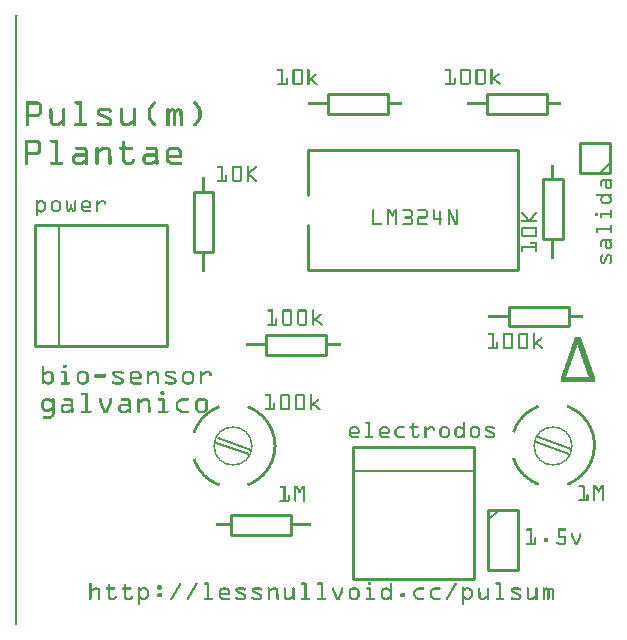
<source format=gto>
G04 MADE WITH FRITZING*
G04 WWW.FRITZING.ORG*
G04 DOUBLE SIDED*
G04 HOLES PLATED*
G04 CONTOUR ON CENTER OF CONTOUR VECTOR*
%ASAXBY*%
%FSLAX23Y23*%
%MOIN*%
%OFA0B0*%
%SFA1.0B1.0*%
%ADD10C,0.130984X0.120984*%
%ADD11C,0.010000*%
%ADD12C,0.005000*%
%ADD13R,0.001000X0.001000*%
%LNSILK1*%
G90*
G70*
G54D10*
X735Y597D03*
X1801Y599D03*
G54D11*
X985Y1185D02*
X1685Y1185D01*
D02*
X1685Y1185D02*
X1685Y1585D01*
D02*
X1685Y1585D02*
X985Y1585D01*
D02*
X985Y1185D02*
X985Y1335D01*
D02*
X985Y1435D02*
X985Y1585D01*
G54D12*
D02*
X794Y585D02*
X684Y625D01*
D02*
X676Y609D02*
X787Y570D01*
D02*
X1860Y587D02*
X1749Y627D01*
D02*
X1742Y611D02*
X1852Y572D01*
G54D11*
D02*
X1580Y1770D02*
X1780Y1770D01*
D02*
X1780Y1770D02*
X1780Y1704D01*
D02*
X1780Y1704D02*
X1580Y1704D01*
D02*
X1580Y1704D02*
X1580Y1770D01*
D02*
X926Y302D02*
X726Y302D01*
D02*
X726Y302D02*
X726Y368D01*
D02*
X726Y368D02*
X926Y368D01*
D02*
X926Y368D02*
X926Y302D01*
D02*
X1768Y1287D02*
X1768Y1487D01*
D02*
X1768Y1487D02*
X1834Y1487D01*
D02*
X1834Y1487D02*
X1834Y1287D01*
D02*
X1834Y1287D02*
X1768Y1287D01*
D02*
X1652Y1062D02*
X1852Y1062D01*
D02*
X1852Y1062D02*
X1852Y996D01*
D02*
X1852Y996D02*
X1652Y996D01*
D02*
X1652Y996D02*
X1652Y1062D01*
D02*
X602Y1245D02*
X602Y1445D01*
D02*
X602Y1445D02*
X668Y1445D01*
D02*
X668Y1445D02*
X668Y1245D01*
D02*
X668Y1245D02*
X602Y1245D01*
D02*
X1050Y1770D02*
X1250Y1770D01*
D02*
X1250Y1770D02*
X1250Y1704D01*
D02*
X1250Y1704D02*
X1050Y1704D01*
D02*
X1050Y1704D02*
X1050Y1770D01*
D02*
X845Y968D02*
X1045Y968D01*
D02*
X1045Y968D02*
X1045Y902D01*
D02*
X1045Y902D02*
X845Y902D01*
D02*
X845Y902D02*
X845Y968D01*
D02*
X1132Y155D02*
X1536Y155D01*
D02*
X1536Y155D02*
X1536Y595D01*
D02*
X1536Y595D02*
X1132Y595D01*
D02*
X1132Y595D02*
X1132Y155D01*
G54D12*
D02*
X1536Y515D02*
X1132Y515D01*
G54D11*
D02*
X515Y932D02*
X515Y1335D01*
D02*
X515Y1335D02*
X75Y1335D01*
D02*
X75Y1335D02*
X75Y932D01*
D02*
X75Y932D02*
X515Y932D01*
G54D12*
D02*
X155Y1335D02*
X155Y932D01*
G54D11*
D02*
X1991Y1507D02*
X1991Y1607D01*
D02*
X1991Y1607D02*
X1891Y1607D01*
D02*
X1891Y1607D02*
X1891Y1507D01*
D02*
X1891Y1507D02*
X1991Y1507D01*
G54D12*
D02*
X1991Y1542D02*
X1956Y1507D01*
G54D11*
D02*
X1585Y385D02*
X1585Y185D01*
D02*
X1585Y185D02*
X1685Y185D01*
D02*
X1685Y185D02*
X1685Y385D01*
D02*
X1685Y385D02*
X1585Y385D01*
G54D12*
D02*
X1585Y350D02*
X1620Y385D01*
G54D13*
X7Y2032D02*
X15Y2032D01*
X7Y2031D02*
X14Y2031D01*
X7Y2030D02*
X14Y2030D01*
X7Y2029D02*
X14Y2029D01*
X7Y2028D02*
X14Y2028D01*
X7Y2027D02*
X14Y2027D01*
X7Y2026D02*
X14Y2026D01*
X7Y2025D02*
X14Y2025D01*
X7Y2024D02*
X14Y2024D01*
X7Y2023D02*
X14Y2023D01*
X7Y2022D02*
X14Y2022D01*
X7Y2021D02*
X14Y2021D01*
X7Y2020D02*
X14Y2020D01*
X7Y2019D02*
X14Y2019D01*
X7Y2018D02*
X14Y2018D01*
X7Y2017D02*
X14Y2017D01*
X7Y2016D02*
X14Y2016D01*
X7Y2015D02*
X14Y2015D01*
X7Y2014D02*
X14Y2014D01*
X7Y2013D02*
X14Y2013D01*
X7Y2012D02*
X14Y2012D01*
X7Y2011D02*
X14Y2011D01*
X7Y2010D02*
X14Y2010D01*
X7Y2009D02*
X14Y2009D01*
X7Y2008D02*
X14Y2008D01*
X7Y2007D02*
X14Y2007D01*
X7Y2006D02*
X14Y2006D01*
X7Y2005D02*
X14Y2005D01*
X7Y2004D02*
X14Y2004D01*
X7Y2003D02*
X14Y2003D01*
X7Y2002D02*
X14Y2002D01*
X7Y2001D02*
X14Y2001D01*
X7Y2000D02*
X14Y2000D01*
X7Y1999D02*
X14Y1999D01*
X7Y1998D02*
X14Y1998D01*
X7Y1997D02*
X14Y1997D01*
X7Y1996D02*
X14Y1996D01*
X7Y1995D02*
X14Y1995D01*
X7Y1994D02*
X14Y1994D01*
X7Y1993D02*
X14Y1993D01*
X7Y1992D02*
X14Y1992D01*
X7Y1991D02*
X14Y1991D01*
X7Y1990D02*
X14Y1990D01*
X7Y1989D02*
X14Y1989D01*
X7Y1988D02*
X14Y1988D01*
X7Y1987D02*
X14Y1987D01*
X7Y1986D02*
X14Y1986D01*
X7Y1985D02*
X14Y1985D01*
X7Y1984D02*
X14Y1984D01*
X7Y1983D02*
X14Y1983D01*
X7Y1982D02*
X14Y1982D01*
X7Y1981D02*
X14Y1981D01*
X7Y1980D02*
X14Y1980D01*
X7Y1979D02*
X14Y1979D01*
X7Y1978D02*
X14Y1978D01*
X7Y1977D02*
X14Y1977D01*
X7Y1976D02*
X14Y1976D01*
X7Y1975D02*
X14Y1975D01*
X7Y1974D02*
X14Y1974D01*
X7Y1973D02*
X14Y1973D01*
X7Y1972D02*
X14Y1972D01*
X7Y1971D02*
X14Y1971D01*
X7Y1970D02*
X14Y1970D01*
X7Y1969D02*
X14Y1969D01*
X7Y1968D02*
X14Y1968D01*
X7Y1967D02*
X14Y1967D01*
X7Y1966D02*
X14Y1966D01*
X7Y1965D02*
X14Y1965D01*
X7Y1964D02*
X14Y1964D01*
X7Y1963D02*
X14Y1963D01*
X7Y1962D02*
X14Y1962D01*
X7Y1961D02*
X14Y1961D01*
X7Y1960D02*
X14Y1960D01*
X7Y1959D02*
X14Y1959D01*
X7Y1958D02*
X14Y1958D01*
X7Y1957D02*
X14Y1957D01*
X7Y1956D02*
X14Y1956D01*
X7Y1955D02*
X14Y1955D01*
X7Y1954D02*
X14Y1954D01*
X7Y1953D02*
X14Y1953D01*
X7Y1952D02*
X14Y1952D01*
X7Y1951D02*
X14Y1951D01*
X7Y1950D02*
X14Y1950D01*
X7Y1949D02*
X14Y1949D01*
X7Y1948D02*
X14Y1948D01*
X7Y1947D02*
X14Y1947D01*
X7Y1946D02*
X14Y1946D01*
X7Y1945D02*
X14Y1945D01*
X7Y1944D02*
X14Y1944D01*
X7Y1943D02*
X14Y1943D01*
X7Y1942D02*
X14Y1942D01*
X7Y1941D02*
X14Y1941D01*
X7Y1940D02*
X14Y1940D01*
X7Y1939D02*
X14Y1939D01*
X7Y1938D02*
X14Y1938D01*
X7Y1937D02*
X14Y1937D01*
X7Y1936D02*
X14Y1936D01*
X7Y1935D02*
X14Y1935D01*
X7Y1934D02*
X14Y1934D01*
X7Y1933D02*
X14Y1933D01*
X7Y1932D02*
X14Y1932D01*
X7Y1931D02*
X14Y1931D01*
X7Y1930D02*
X14Y1930D01*
X7Y1929D02*
X14Y1929D01*
X7Y1928D02*
X14Y1928D01*
X7Y1927D02*
X14Y1927D01*
X7Y1926D02*
X14Y1926D01*
X7Y1925D02*
X14Y1925D01*
X7Y1924D02*
X14Y1924D01*
X7Y1923D02*
X14Y1923D01*
X7Y1922D02*
X14Y1922D01*
X7Y1921D02*
X14Y1921D01*
X7Y1920D02*
X14Y1920D01*
X7Y1919D02*
X14Y1919D01*
X7Y1918D02*
X14Y1918D01*
X7Y1917D02*
X14Y1917D01*
X7Y1916D02*
X14Y1916D01*
X7Y1915D02*
X14Y1915D01*
X7Y1914D02*
X14Y1914D01*
X7Y1913D02*
X14Y1913D01*
X7Y1912D02*
X14Y1912D01*
X7Y1911D02*
X14Y1911D01*
X7Y1910D02*
X14Y1910D01*
X7Y1909D02*
X14Y1909D01*
X7Y1908D02*
X14Y1908D01*
X7Y1907D02*
X14Y1907D01*
X7Y1906D02*
X14Y1906D01*
X7Y1905D02*
X14Y1905D01*
X7Y1904D02*
X14Y1904D01*
X7Y1903D02*
X14Y1903D01*
X7Y1902D02*
X14Y1902D01*
X7Y1901D02*
X14Y1901D01*
X7Y1900D02*
X14Y1900D01*
X7Y1899D02*
X14Y1899D01*
X7Y1898D02*
X14Y1898D01*
X7Y1897D02*
X14Y1897D01*
X7Y1896D02*
X14Y1896D01*
X7Y1895D02*
X14Y1895D01*
X7Y1894D02*
X14Y1894D01*
X7Y1893D02*
X14Y1893D01*
X7Y1892D02*
X14Y1892D01*
X7Y1891D02*
X14Y1891D01*
X7Y1890D02*
X14Y1890D01*
X7Y1889D02*
X14Y1889D01*
X7Y1888D02*
X14Y1888D01*
X7Y1887D02*
X14Y1887D01*
X7Y1886D02*
X14Y1886D01*
X7Y1885D02*
X14Y1885D01*
X7Y1884D02*
X14Y1884D01*
X7Y1883D02*
X14Y1883D01*
X7Y1882D02*
X14Y1882D01*
X7Y1881D02*
X14Y1881D01*
X7Y1880D02*
X14Y1880D01*
X7Y1879D02*
X14Y1879D01*
X7Y1878D02*
X14Y1878D01*
X7Y1877D02*
X14Y1877D01*
X7Y1876D02*
X14Y1876D01*
X7Y1875D02*
X14Y1875D01*
X7Y1874D02*
X14Y1874D01*
X7Y1873D02*
X14Y1873D01*
X7Y1872D02*
X14Y1872D01*
X7Y1871D02*
X14Y1871D01*
X7Y1870D02*
X14Y1870D01*
X7Y1869D02*
X14Y1869D01*
X7Y1868D02*
X14Y1868D01*
X7Y1867D02*
X14Y1867D01*
X7Y1866D02*
X14Y1866D01*
X7Y1865D02*
X14Y1865D01*
X7Y1864D02*
X14Y1864D01*
X7Y1863D02*
X14Y1863D01*
X7Y1862D02*
X14Y1862D01*
X7Y1861D02*
X14Y1861D01*
X7Y1860D02*
X14Y1860D01*
X7Y1859D02*
X14Y1859D01*
X7Y1858D02*
X14Y1858D01*
X7Y1857D02*
X14Y1857D01*
X7Y1856D02*
X14Y1856D01*
X7Y1855D02*
X14Y1855D01*
X1443Y1855D02*
X1461Y1855D01*
X1496Y1855D02*
X1520Y1855D01*
X1546Y1855D02*
X1570Y1855D01*
X1594Y1855D02*
X1596Y1855D01*
X7Y1854D02*
X14Y1854D01*
X1442Y1854D02*
X1461Y1854D01*
X1494Y1854D02*
X1522Y1854D01*
X1544Y1854D02*
X1572Y1854D01*
X1592Y1854D02*
X1597Y1854D01*
X7Y1853D02*
X14Y1853D01*
X883Y1853D02*
X901Y1853D01*
X936Y1853D02*
X961Y1853D01*
X983Y1853D02*
X987Y1853D01*
X1441Y1853D02*
X1461Y1853D01*
X1493Y1853D02*
X1523Y1853D01*
X1543Y1853D02*
X1573Y1853D01*
X1592Y1853D02*
X1597Y1853D01*
X7Y1852D02*
X14Y1852D01*
X882Y1852D02*
X901Y1852D01*
X934Y1852D02*
X963Y1852D01*
X982Y1852D02*
X987Y1852D01*
X1441Y1852D02*
X1461Y1852D01*
X1492Y1852D02*
X1524Y1852D01*
X1543Y1852D02*
X1574Y1852D01*
X1592Y1852D02*
X1598Y1852D01*
X7Y1851D02*
X14Y1851D01*
X882Y1851D02*
X901Y1851D01*
X933Y1851D02*
X964Y1851D01*
X982Y1851D02*
X988Y1851D01*
X1441Y1851D02*
X1461Y1851D01*
X1492Y1851D02*
X1524Y1851D01*
X1542Y1851D02*
X1575Y1851D01*
X1592Y1851D02*
X1598Y1851D01*
X7Y1850D02*
X14Y1850D01*
X882Y1850D02*
X901Y1850D01*
X933Y1850D02*
X964Y1850D01*
X982Y1850D02*
X988Y1850D01*
X1442Y1850D02*
X1461Y1850D01*
X1492Y1850D02*
X1525Y1850D01*
X1542Y1850D02*
X1575Y1850D01*
X1592Y1850D02*
X1598Y1850D01*
X7Y1849D02*
X14Y1849D01*
X882Y1849D02*
X901Y1849D01*
X932Y1849D02*
X965Y1849D01*
X982Y1849D02*
X988Y1849D01*
X1442Y1849D02*
X1461Y1849D01*
X1491Y1849D02*
X1525Y1849D01*
X1542Y1849D02*
X1575Y1849D01*
X1592Y1849D02*
X1598Y1849D01*
X7Y1848D02*
X14Y1848D01*
X882Y1848D02*
X901Y1848D01*
X932Y1848D02*
X965Y1848D01*
X982Y1848D02*
X988Y1848D01*
X1455Y1848D02*
X1461Y1848D01*
X1491Y1848D02*
X1497Y1848D01*
X1519Y1848D02*
X1525Y1848D01*
X1541Y1848D02*
X1548Y1848D01*
X1569Y1848D02*
X1575Y1848D01*
X1592Y1848D02*
X1598Y1848D01*
X7Y1847D02*
X14Y1847D01*
X884Y1847D02*
X901Y1847D01*
X932Y1847D02*
X965Y1847D01*
X982Y1847D02*
X988Y1847D01*
X1455Y1847D02*
X1461Y1847D01*
X1491Y1847D02*
X1497Y1847D01*
X1519Y1847D02*
X1525Y1847D01*
X1541Y1847D02*
X1548Y1847D01*
X1569Y1847D02*
X1575Y1847D01*
X1592Y1847D02*
X1598Y1847D01*
X7Y1846D02*
X14Y1846D01*
X895Y1846D02*
X901Y1846D01*
X932Y1846D02*
X938Y1846D01*
X959Y1846D02*
X965Y1846D01*
X982Y1846D02*
X988Y1846D01*
X1455Y1846D02*
X1461Y1846D01*
X1491Y1846D02*
X1497Y1846D01*
X1519Y1846D02*
X1525Y1846D01*
X1541Y1846D02*
X1548Y1846D01*
X1569Y1846D02*
X1575Y1846D01*
X1592Y1846D02*
X1598Y1846D01*
X7Y1845D02*
X14Y1845D01*
X895Y1845D02*
X901Y1845D01*
X932Y1845D02*
X938Y1845D01*
X959Y1845D02*
X965Y1845D01*
X982Y1845D02*
X988Y1845D01*
X1455Y1845D02*
X1461Y1845D01*
X1491Y1845D02*
X1497Y1845D01*
X1519Y1845D02*
X1525Y1845D01*
X1541Y1845D02*
X1548Y1845D01*
X1569Y1845D02*
X1575Y1845D01*
X1592Y1845D02*
X1598Y1845D01*
X7Y1844D02*
X14Y1844D01*
X895Y1844D02*
X901Y1844D01*
X932Y1844D02*
X938Y1844D01*
X959Y1844D02*
X965Y1844D01*
X982Y1844D02*
X988Y1844D01*
X1455Y1844D02*
X1461Y1844D01*
X1491Y1844D02*
X1497Y1844D01*
X1519Y1844D02*
X1525Y1844D01*
X1541Y1844D02*
X1548Y1844D01*
X1569Y1844D02*
X1575Y1844D01*
X1592Y1844D02*
X1598Y1844D01*
X7Y1843D02*
X14Y1843D01*
X895Y1843D02*
X901Y1843D01*
X932Y1843D02*
X938Y1843D01*
X959Y1843D02*
X965Y1843D01*
X982Y1843D02*
X988Y1843D01*
X1455Y1843D02*
X1461Y1843D01*
X1491Y1843D02*
X1497Y1843D01*
X1519Y1843D02*
X1525Y1843D01*
X1541Y1843D02*
X1548Y1843D01*
X1569Y1843D02*
X1575Y1843D01*
X1592Y1843D02*
X1598Y1843D01*
X7Y1842D02*
X14Y1842D01*
X895Y1842D02*
X901Y1842D01*
X932Y1842D02*
X938Y1842D01*
X959Y1842D02*
X965Y1842D01*
X982Y1842D02*
X988Y1842D01*
X1455Y1842D02*
X1461Y1842D01*
X1491Y1842D02*
X1497Y1842D01*
X1519Y1842D02*
X1525Y1842D01*
X1541Y1842D02*
X1548Y1842D01*
X1569Y1842D02*
X1575Y1842D01*
X1592Y1842D02*
X1598Y1842D01*
X7Y1841D02*
X14Y1841D01*
X895Y1841D02*
X901Y1841D01*
X932Y1841D02*
X938Y1841D01*
X959Y1841D02*
X965Y1841D01*
X982Y1841D02*
X988Y1841D01*
X1455Y1841D02*
X1461Y1841D01*
X1491Y1841D02*
X1497Y1841D01*
X1519Y1841D02*
X1525Y1841D01*
X1541Y1841D02*
X1548Y1841D01*
X1569Y1841D02*
X1575Y1841D01*
X1592Y1841D02*
X1598Y1841D01*
X7Y1840D02*
X14Y1840D01*
X895Y1840D02*
X901Y1840D01*
X932Y1840D02*
X938Y1840D01*
X959Y1840D02*
X965Y1840D01*
X982Y1840D02*
X988Y1840D01*
X1455Y1840D02*
X1461Y1840D01*
X1491Y1840D02*
X1497Y1840D01*
X1519Y1840D02*
X1525Y1840D01*
X1541Y1840D02*
X1548Y1840D01*
X1569Y1840D02*
X1575Y1840D01*
X1592Y1840D02*
X1598Y1840D01*
X1617Y1840D02*
X1620Y1840D01*
X7Y1839D02*
X14Y1839D01*
X895Y1839D02*
X901Y1839D01*
X932Y1839D02*
X938Y1839D01*
X959Y1839D02*
X965Y1839D01*
X982Y1839D02*
X988Y1839D01*
X1009Y1839D02*
X1009Y1839D01*
X1455Y1839D02*
X1461Y1839D01*
X1491Y1839D02*
X1497Y1839D01*
X1519Y1839D02*
X1525Y1839D01*
X1541Y1839D02*
X1548Y1839D01*
X1569Y1839D02*
X1575Y1839D01*
X1592Y1839D02*
X1598Y1839D01*
X1616Y1839D02*
X1621Y1839D01*
X7Y1838D02*
X14Y1838D01*
X895Y1838D02*
X901Y1838D01*
X932Y1838D02*
X938Y1838D01*
X959Y1838D02*
X965Y1838D01*
X982Y1838D02*
X988Y1838D01*
X1007Y1838D02*
X1011Y1838D01*
X1455Y1838D02*
X1461Y1838D01*
X1491Y1838D02*
X1497Y1838D01*
X1519Y1838D02*
X1525Y1838D01*
X1541Y1838D02*
X1548Y1838D01*
X1569Y1838D02*
X1575Y1838D01*
X1592Y1838D02*
X1598Y1838D01*
X1615Y1838D02*
X1622Y1838D01*
X7Y1837D02*
X14Y1837D01*
X895Y1837D02*
X901Y1837D01*
X932Y1837D02*
X938Y1837D01*
X959Y1837D02*
X965Y1837D01*
X982Y1837D02*
X988Y1837D01*
X1006Y1837D02*
X1012Y1837D01*
X1455Y1837D02*
X1461Y1837D01*
X1491Y1837D02*
X1497Y1837D01*
X1519Y1837D02*
X1525Y1837D01*
X1541Y1837D02*
X1548Y1837D01*
X1569Y1837D02*
X1575Y1837D01*
X1592Y1837D02*
X1598Y1837D01*
X1614Y1837D02*
X1622Y1837D01*
X7Y1836D02*
X14Y1836D01*
X895Y1836D02*
X901Y1836D01*
X932Y1836D02*
X938Y1836D01*
X959Y1836D02*
X965Y1836D01*
X982Y1836D02*
X988Y1836D01*
X1005Y1836D02*
X1012Y1836D01*
X1455Y1836D02*
X1461Y1836D01*
X1491Y1836D02*
X1497Y1836D01*
X1519Y1836D02*
X1525Y1836D01*
X1541Y1836D02*
X1548Y1836D01*
X1569Y1836D02*
X1575Y1836D01*
X1592Y1836D02*
X1598Y1836D01*
X1613Y1836D02*
X1622Y1836D01*
X7Y1835D02*
X14Y1835D01*
X895Y1835D02*
X901Y1835D01*
X932Y1835D02*
X938Y1835D01*
X959Y1835D02*
X965Y1835D01*
X982Y1835D02*
X988Y1835D01*
X1004Y1835D02*
X1012Y1835D01*
X1455Y1835D02*
X1461Y1835D01*
X1491Y1835D02*
X1497Y1835D01*
X1519Y1835D02*
X1525Y1835D01*
X1541Y1835D02*
X1548Y1835D01*
X1569Y1835D02*
X1575Y1835D01*
X1592Y1835D02*
X1598Y1835D01*
X1611Y1835D02*
X1621Y1835D01*
X7Y1834D02*
X14Y1834D01*
X895Y1834D02*
X901Y1834D01*
X932Y1834D02*
X938Y1834D01*
X959Y1834D02*
X965Y1834D01*
X982Y1834D02*
X988Y1834D01*
X1002Y1834D02*
X1012Y1834D01*
X1455Y1834D02*
X1461Y1834D01*
X1491Y1834D02*
X1497Y1834D01*
X1519Y1834D02*
X1525Y1834D01*
X1541Y1834D02*
X1548Y1834D01*
X1569Y1834D02*
X1575Y1834D01*
X1592Y1834D02*
X1598Y1834D01*
X1610Y1834D02*
X1620Y1834D01*
X7Y1833D02*
X14Y1833D01*
X895Y1833D02*
X901Y1833D01*
X932Y1833D02*
X938Y1833D01*
X959Y1833D02*
X965Y1833D01*
X982Y1833D02*
X988Y1833D01*
X1001Y1833D02*
X1011Y1833D01*
X1455Y1833D02*
X1461Y1833D01*
X1491Y1833D02*
X1497Y1833D01*
X1519Y1833D02*
X1525Y1833D01*
X1541Y1833D02*
X1548Y1833D01*
X1569Y1833D02*
X1575Y1833D01*
X1592Y1833D02*
X1598Y1833D01*
X1609Y1833D02*
X1619Y1833D01*
X7Y1832D02*
X14Y1832D01*
X895Y1832D02*
X901Y1832D01*
X932Y1832D02*
X938Y1832D01*
X959Y1832D02*
X965Y1832D01*
X982Y1832D02*
X988Y1832D01*
X1000Y1832D02*
X1010Y1832D01*
X1455Y1832D02*
X1461Y1832D01*
X1491Y1832D02*
X1497Y1832D01*
X1519Y1832D02*
X1525Y1832D01*
X1541Y1832D02*
X1548Y1832D01*
X1569Y1832D02*
X1575Y1832D01*
X1592Y1832D02*
X1598Y1832D01*
X1608Y1832D02*
X1618Y1832D01*
X7Y1831D02*
X14Y1831D01*
X895Y1831D02*
X901Y1831D01*
X932Y1831D02*
X938Y1831D01*
X959Y1831D02*
X965Y1831D01*
X982Y1831D02*
X988Y1831D01*
X999Y1831D02*
X1009Y1831D01*
X1455Y1831D02*
X1461Y1831D01*
X1491Y1831D02*
X1497Y1831D01*
X1519Y1831D02*
X1525Y1831D01*
X1541Y1831D02*
X1548Y1831D01*
X1569Y1831D02*
X1575Y1831D01*
X1592Y1831D02*
X1598Y1831D01*
X1607Y1831D02*
X1617Y1831D01*
X7Y1830D02*
X14Y1830D01*
X895Y1830D02*
X901Y1830D01*
X932Y1830D02*
X938Y1830D01*
X959Y1830D02*
X965Y1830D01*
X982Y1830D02*
X988Y1830D01*
X998Y1830D02*
X1007Y1830D01*
X1455Y1830D02*
X1461Y1830D01*
X1491Y1830D02*
X1497Y1830D01*
X1519Y1830D02*
X1525Y1830D01*
X1541Y1830D02*
X1548Y1830D01*
X1569Y1830D02*
X1575Y1830D01*
X1592Y1830D02*
X1598Y1830D01*
X1606Y1830D02*
X1615Y1830D01*
X7Y1829D02*
X14Y1829D01*
X895Y1829D02*
X901Y1829D01*
X932Y1829D02*
X938Y1829D01*
X959Y1829D02*
X965Y1829D01*
X982Y1829D02*
X988Y1829D01*
X996Y1829D02*
X1006Y1829D01*
X1455Y1829D02*
X1461Y1829D01*
X1491Y1829D02*
X1497Y1829D01*
X1519Y1829D02*
X1525Y1829D01*
X1541Y1829D02*
X1548Y1829D01*
X1569Y1829D02*
X1575Y1829D01*
X1592Y1829D02*
X1598Y1829D01*
X1604Y1829D02*
X1614Y1829D01*
X7Y1828D02*
X14Y1828D01*
X895Y1828D02*
X901Y1828D01*
X932Y1828D02*
X938Y1828D01*
X959Y1828D02*
X965Y1828D01*
X982Y1828D02*
X988Y1828D01*
X995Y1828D02*
X1005Y1828D01*
X1455Y1828D02*
X1461Y1828D01*
X1491Y1828D02*
X1497Y1828D01*
X1519Y1828D02*
X1525Y1828D01*
X1541Y1828D02*
X1548Y1828D01*
X1569Y1828D02*
X1575Y1828D01*
X1592Y1828D02*
X1598Y1828D01*
X1603Y1828D02*
X1613Y1828D01*
X7Y1827D02*
X14Y1827D01*
X895Y1827D02*
X901Y1827D01*
X932Y1827D02*
X938Y1827D01*
X959Y1827D02*
X965Y1827D01*
X982Y1827D02*
X988Y1827D01*
X994Y1827D02*
X1004Y1827D01*
X1455Y1827D02*
X1461Y1827D01*
X1491Y1827D02*
X1497Y1827D01*
X1519Y1827D02*
X1525Y1827D01*
X1541Y1827D02*
X1548Y1827D01*
X1569Y1827D02*
X1575Y1827D01*
X1592Y1827D02*
X1598Y1827D01*
X1602Y1827D02*
X1612Y1827D01*
X7Y1826D02*
X14Y1826D01*
X895Y1826D02*
X901Y1826D01*
X932Y1826D02*
X938Y1826D01*
X959Y1826D02*
X965Y1826D01*
X982Y1826D02*
X988Y1826D01*
X993Y1826D02*
X1003Y1826D01*
X1455Y1826D02*
X1461Y1826D01*
X1491Y1826D02*
X1497Y1826D01*
X1519Y1826D02*
X1525Y1826D01*
X1541Y1826D02*
X1548Y1826D01*
X1569Y1826D02*
X1575Y1826D01*
X1592Y1826D02*
X1598Y1826D01*
X1601Y1826D02*
X1611Y1826D01*
X7Y1825D02*
X14Y1825D01*
X895Y1825D02*
X901Y1825D01*
X932Y1825D02*
X938Y1825D01*
X959Y1825D02*
X965Y1825D01*
X982Y1825D02*
X988Y1825D01*
X992Y1825D02*
X1002Y1825D01*
X1455Y1825D02*
X1461Y1825D01*
X1470Y1825D02*
X1473Y1825D01*
X1491Y1825D02*
X1497Y1825D01*
X1519Y1825D02*
X1525Y1825D01*
X1541Y1825D02*
X1548Y1825D01*
X1569Y1825D02*
X1575Y1825D01*
X1592Y1825D02*
X1598Y1825D01*
X1600Y1825D02*
X1610Y1825D01*
X7Y1824D02*
X14Y1824D01*
X895Y1824D02*
X901Y1824D01*
X911Y1824D02*
X913Y1824D01*
X932Y1824D02*
X938Y1824D01*
X959Y1824D02*
X965Y1824D01*
X982Y1824D02*
X988Y1824D01*
X991Y1824D02*
X1000Y1824D01*
X1455Y1824D02*
X1461Y1824D01*
X1469Y1824D02*
X1474Y1824D01*
X1491Y1824D02*
X1497Y1824D01*
X1519Y1824D02*
X1525Y1824D01*
X1541Y1824D02*
X1548Y1824D01*
X1569Y1824D02*
X1575Y1824D01*
X1592Y1824D02*
X1608Y1824D01*
X7Y1823D02*
X14Y1823D01*
X895Y1823D02*
X901Y1823D01*
X910Y1823D02*
X914Y1823D01*
X932Y1823D02*
X938Y1823D01*
X959Y1823D02*
X965Y1823D01*
X982Y1823D02*
X999Y1823D01*
X1455Y1823D02*
X1461Y1823D01*
X1469Y1823D02*
X1475Y1823D01*
X1491Y1823D02*
X1497Y1823D01*
X1519Y1823D02*
X1525Y1823D01*
X1541Y1823D02*
X1548Y1823D01*
X1569Y1823D02*
X1575Y1823D01*
X1592Y1823D02*
X1607Y1823D01*
X7Y1822D02*
X14Y1822D01*
X895Y1822D02*
X901Y1822D01*
X909Y1822D02*
X915Y1822D01*
X932Y1822D02*
X938Y1822D01*
X959Y1822D02*
X965Y1822D01*
X982Y1822D02*
X998Y1822D01*
X1455Y1822D02*
X1461Y1822D01*
X1469Y1822D02*
X1475Y1822D01*
X1491Y1822D02*
X1497Y1822D01*
X1519Y1822D02*
X1525Y1822D01*
X1541Y1822D02*
X1548Y1822D01*
X1569Y1822D02*
X1575Y1822D01*
X1592Y1822D02*
X1607Y1822D01*
X7Y1821D02*
X14Y1821D01*
X895Y1821D02*
X901Y1821D01*
X909Y1821D02*
X915Y1821D01*
X932Y1821D02*
X938Y1821D01*
X959Y1821D02*
X965Y1821D01*
X982Y1821D02*
X997Y1821D01*
X1455Y1821D02*
X1461Y1821D01*
X1469Y1821D02*
X1475Y1821D01*
X1491Y1821D02*
X1497Y1821D01*
X1519Y1821D02*
X1525Y1821D01*
X1541Y1821D02*
X1548Y1821D01*
X1569Y1821D02*
X1575Y1821D01*
X1592Y1821D02*
X1608Y1821D01*
X7Y1820D02*
X14Y1820D01*
X895Y1820D02*
X901Y1820D01*
X909Y1820D02*
X915Y1820D01*
X932Y1820D02*
X938Y1820D01*
X959Y1820D02*
X965Y1820D01*
X982Y1820D02*
X998Y1820D01*
X1455Y1820D02*
X1461Y1820D01*
X1469Y1820D02*
X1475Y1820D01*
X1491Y1820D02*
X1497Y1820D01*
X1519Y1820D02*
X1525Y1820D01*
X1541Y1820D02*
X1548Y1820D01*
X1569Y1820D02*
X1575Y1820D01*
X1592Y1820D02*
X1609Y1820D01*
X7Y1819D02*
X14Y1819D01*
X895Y1819D02*
X901Y1819D01*
X909Y1819D02*
X915Y1819D01*
X932Y1819D02*
X938Y1819D01*
X959Y1819D02*
X965Y1819D01*
X982Y1819D02*
X999Y1819D01*
X1455Y1819D02*
X1461Y1819D01*
X1469Y1819D02*
X1475Y1819D01*
X1491Y1819D02*
X1497Y1819D01*
X1519Y1819D02*
X1525Y1819D01*
X1541Y1819D02*
X1548Y1819D01*
X1569Y1819D02*
X1575Y1819D01*
X1592Y1819D02*
X1610Y1819D01*
X7Y1818D02*
X14Y1818D01*
X895Y1818D02*
X901Y1818D01*
X909Y1818D02*
X915Y1818D01*
X932Y1818D02*
X938Y1818D01*
X959Y1818D02*
X965Y1818D01*
X982Y1818D02*
X1000Y1818D01*
X1455Y1818D02*
X1461Y1818D01*
X1469Y1818D02*
X1475Y1818D01*
X1491Y1818D02*
X1497Y1818D01*
X1519Y1818D02*
X1525Y1818D01*
X1541Y1818D02*
X1548Y1818D01*
X1569Y1818D02*
X1575Y1818D01*
X1592Y1818D02*
X1612Y1818D01*
X7Y1817D02*
X14Y1817D01*
X895Y1817D02*
X901Y1817D01*
X909Y1817D02*
X915Y1817D01*
X932Y1817D02*
X938Y1817D01*
X959Y1817D02*
X965Y1817D01*
X982Y1817D02*
X1001Y1817D01*
X1455Y1817D02*
X1461Y1817D01*
X1469Y1817D02*
X1475Y1817D01*
X1491Y1817D02*
X1497Y1817D01*
X1519Y1817D02*
X1525Y1817D01*
X1541Y1817D02*
X1548Y1817D01*
X1569Y1817D02*
X1575Y1817D01*
X1592Y1817D02*
X1600Y1817D01*
X1603Y1817D02*
X1613Y1817D01*
X7Y1816D02*
X14Y1816D01*
X895Y1816D02*
X901Y1816D01*
X909Y1816D02*
X915Y1816D01*
X932Y1816D02*
X938Y1816D01*
X959Y1816D02*
X965Y1816D01*
X982Y1816D02*
X1002Y1816D01*
X1455Y1816D02*
X1461Y1816D01*
X1469Y1816D02*
X1475Y1816D01*
X1491Y1816D02*
X1497Y1816D01*
X1519Y1816D02*
X1525Y1816D01*
X1541Y1816D02*
X1548Y1816D01*
X1569Y1816D02*
X1575Y1816D01*
X1592Y1816D02*
X1599Y1816D01*
X1604Y1816D02*
X1614Y1816D01*
X7Y1815D02*
X14Y1815D01*
X895Y1815D02*
X901Y1815D01*
X909Y1815D02*
X915Y1815D01*
X932Y1815D02*
X938Y1815D01*
X959Y1815D02*
X965Y1815D01*
X982Y1815D02*
X990Y1815D01*
X994Y1815D02*
X1003Y1815D01*
X1455Y1815D02*
X1461Y1815D01*
X1469Y1815D02*
X1475Y1815D01*
X1491Y1815D02*
X1497Y1815D01*
X1519Y1815D02*
X1525Y1815D01*
X1541Y1815D02*
X1548Y1815D01*
X1569Y1815D02*
X1575Y1815D01*
X1592Y1815D02*
X1598Y1815D01*
X1605Y1815D02*
X1615Y1815D01*
X7Y1814D02*
X14Y1814D01*
X895Y1814D02*
X901Y1814D01*
X909Y1814D02*
X915Y1814D01*
X932Y1814D02*
X938Y1814D01*
X959Y1814D02*
X965Y1814D01*
X982Y1814D02*
X989Y1814D01*
X995Y1814D02*
X1005Y1814D01*
X1455Y1814D02*
X1461Y1814D01*
X1469Y1814D02*
X1475Y1814D01*
X1491Y1814D02*
X1497Y1814D01*
X1519Y1814D02*
X1525Y1814D01*
X1541Y1814D02*
X1548Y1814D01*
X1569Y1814D02*
X1575Y1814D01*
X1592Y1814D02*
X1598Y1814D01*
X1606Y1814D02*
X1616Y1814D01*
X7Y1813D02*
X14Y1813D01*
X895Y1813D02*
X901Y1813D01*
X909Y1813D02*
X915Y1813D01*
X932Y1813D02*
X938Y1813D01*
X959Y1813D02*
X965Y1813D01*
X982Y1813D02*
X988Y1813D01*
X996Y1813D02*
X1006Y1813D01*
X1455Y1813D02*
X1461Y1813D01*
X1469Y1813D02*
X1475Y1813D01*
X1491Y1813D02*
X1497Y1813D01*
X1519Y1813D02*
X1525Y1813D01*
X1541Y1813D02*
X1548Y1813D01*
X1569Y1813D02*
X1575Y1813D01*
X1592Y1813D02*
X1598Y1813D01*
X1608Y1813D02*
X1617Y1813D01*
X7Y1812D02*
X14Y1812D01*
X895Y1812D02*
X901Y1812D01*
X909Y1812D02*
X915Y1812D01*
X932Y1812D02*
X938Y1812D01*
X959Y1812D02*
X965Y1812D01*
X982Y1812D02*
X988Y1812D01*
X997Y1812D02*
X1007Y1812D01*
X1455Y1812D02*
X1461Y1812D01*
X1469Y1812D02*
X1475Y1812D01*
X1491Y1812D02*
X1497Y1812D01*
X1519Y1812D02*
X1525Y1812D01*
X1541Y1812D02*
X1548Y1812D01*
X1569Y1812D02*
X1575Y1812D01*
X1592Y1812D02*
X1598Y1812D01*
X1609Y1812D02*
X1619Y1812D01*
X7Y1811D02*
X14Y1811D01*
X895Y1811D02*
X901Y1811D01*
X909Y1811D02*
X915Y1811D01*
X932Y1811D02*
X938Y1811D01*
X959Y1811D02*
X965Y1811D01*
X982Y1811D02*
X988Y1811D01*
X998Y1811D02*
X1008Y1811D01*
X1455Y1811D02*
X1461Y1811D01*
X1469Y1811D02*
X1475Y1811D01*
X1491Y1811D02*
X1497Y1811D01*
X1519Y1811D02*
X1525Y1811D01*
X1541Y1811D02*
X1548Y1811D01*
X1569Y1811D02*
X1575Y1811D01*
X1592Y1811D02*
X1598Y1811D01*
X1610Y1811D02*
X1620Y1811D01*
X7Y1810D02*
X14Y1810D01*
X895Y1810D02*
X901Y1810D01*
X909Y1810D02*
X915Y1810D01*
X932Y1810D02*
X938Y1810D01*
X959Y1810D02*
X965Y1810D01*
X982Y1810D02*
X988Y1810D01*
X1000Y1810D02*
X1009Y1810D01*
X1455Y1810D02*
X1461Y1810D01*
X1469Y1810D02*
X1475Y1810D01*
X1491Y1810D02*
X1497Y1810D01*
X1519Y1810D02*
X1525Y1810D01*
X1541Y1810D02*
X1548Y1810D01*
X1569Y1810D02*
X1575Y1810D01*
X1592Y1810D02*
X1598Y1810D01*
X1611Y1810D02*
X1621Y1810D01*
X7Y1809D02*
X14Y1809D01*
X895Y1809D02*
X901Y1809D01*
X909Y1809D02*
X915Y1809D01*
X932Y1809D02*
X938Y1809D01*
X959Y1809D02*
X965Y1809D01*
X982Y1809D02*
X988Y1809D01*
X1001Y1809D02*
X1010Y1809D01*
X1455Y1809D02*
X1461Y1809D01*
X1469Y1809D02*
X1475Y1809D01*
X1491Y1809D02*
X1497Y1809D01*
X1519Y1809D02*
X1525Y1809D01*
X1541Y1809D02*
X1548Y1809D01*
X1569Y1809D02*
X1575Y1809D01*
X1592Y1809D02*
X1598Y1809D01*
X1612Y1809D02*
X1622Y1809D01*
X7Y1808D02*
X14Y1808D01*
X895Y1808D02*
X901Y1808D01*
X909Y1808D02*
X915Y1808D01*
X932Y1808D02*
X938Y1808D01*
X959Y1808D02*
X965Y1808D01*
X982Y1808D02*
X988Y1808D01*
X1002Y1808D02*
X1012Y1808D01*
X1444Y1808D02*
X1475Y1808D01*
X1491Y1808D02*
X1525Y1808D01*
X1542Y1808D02*
X1575Y1808D01*
X1592Y1808D02*
X1598Y1808D01*
X1613Y1808D02*
X1623Y1808D01*
X7Y1807D02*
X14Y1807D01*
X895Y1807D02*
X901Y1807D01*
X909Y1807D02*
X915Y1807D01*
X932Y1807D02*
X938Y1807D01*
X959Y1807D02*
X965Y1807D01*
X982Y1807D02*
X988Y1807D01*
X1003Y1807D02*
X1013Y1807D01*
X1442Y1807D02*
X1475Y1807D01*
X1491Y1807D02*
X1525Y1807D01*
X1542Y1807D02*
X1575Y1807D01*
X1592Y1807D02*
X1598Y1807D01*
X1615Y1807D02*
X1624Y1807D01*
X7Y1806D02*
X14Y1806D01*
X883Y1806D02*
X915Y1806D01*
X932Y1806D02*
X965Y1806D01*
X982Y1806D02*
X988Y1806D01*
X1004Y1806D02*
X1014Y1806D01*
X1441Y1806D02*
X1475Y1806D01*
X1492Y1806D02*
X1525Y1806D01*
X1542Y1806D02*
X1575Y1806D01*
X1592Y1806D02*
X1598Y1806D01*
X1616Y1806D02*
X1625Y1806D01*
X7Y1805D02*
X14Y1805D01*
X882Y1805D02*
X915Y1805D01*
X932Y1805D02*
X965Y1805D01*
X982Y1805D02*
X988Y1805D01*
X1005Y1805D02*
X1015Y1805D01*
X1441Y1805D02*
X1475Y1805D01*
X1492Y1805D02*
X1524Y1805D01*
X1542Y1805D02*
X1574Y1805D01*
X1592Y1805D02*
X1598Y1805D01*
X1617Y1805D02*
X1625Y1805D01*
X7Y1804D02*
X14Y1804D01*
X882Y1804D02*
X915Y1804D01*
X932Y1804D02*
X965Y1804D01*
X982Y1804D02*
X988Y1804D01*
X1007Y1804D02*
X1015Y1804D01*
X1441Y1804D02*
X1475Y1804D01*
X1493Y1804D02*
X1523Y1804D01*
X1543Y1804D02*
X1574Y1804D01*
X1592Y1804D02*
X1598Y1804D01*
X1618Y1804D02*
X1625Y1804D01*
X7Y1803D02*
X14Y1803D01*
X882Y1803D02*
X915Y1803D01*
X933Y1803D02*
X964Y1803D01*
X982Y1803D02*
X988Y1803D01*
X1008Y1803D02*
X1016Y1803D01*
X1442Y1803D02*
X1474Y1803D01*
X1494Y1803D02*
X1523Y1803D01*
X1544Y1803D02*
X1573Y1803D01*
X1592Y1803D02*
X1597Y1803D01*
X1619Y1803D02*
X1625Y1803D01*
X7Y1802D02*
X14Y1802D01*
X882Y1802D02*
X915Y1802D01*
X934Y1802D02*
X964Y1802D01*
X982Y1802D02*
X988Y1802D01*
X1009Y1802D02*
X1015Y1802D01*
X1442Y1802D02*
X1473Y1802D01*
X1495Y1802D02*
X1521Y1802D01*
X1545Y1802D02*
X1571Y1802D01*
X1593Y1802D02*
X1596Y1802D01*
X1620Y1802D02*
X1624Y1802D01*
X7Y1801D02*
X14Y1801D01*
X882Y1801D02*
X914Y1801D01*
X935Y1801D02*
X962Y1801D01*
X983Y1801D02*
X987Y1801D01*
X1010Y1801D02*
X1015Y1801D01*
X7Y1800D02*
X14Y1800D01*
X883Y1800D02*
X913Y1800D01*
X936Y1800D02*
X961Y1800D01*
X984Y1800D02*
X986Y1800D01*
X1011Y1800D02*
X1014Y1800D01*
X7Y1799D02*
X14Y1799D01*
X7Y1798D02*
X14Y1798D01*
X7Y1797D02*
X14Y1797D01*
X7Y1796D02*
X14Y1796D01*
X7Y1795D02*
X14Y1795D01*
X7Y1794D02*
X14Y1794D01*
X7Y1793D02*
X14Y1793D01*
X7Y1792D02*
X14Y1792D01*
X7Y1791D02*
X14Y1791D01*
X7Y1790D02*
X14Y1790D01*
X7Y1789D02*
X14Y1789D01*
X7Y1788D02*
X14Y1788D01*
X7Y1787D02*
X14Y1787D01*
X7Y1786D02*
X14Y1786D01*
X7Y1785D02*
X14Y1785D01*
X7Y1784D02*
X14Y1784D01*
X7Y1783D02*
X14Y1783D01*
X7Y1782D02*
X14Y1782D01*
X7Y1781D02*
X14Y1781D01*
X7Y1780D02*
X14Y1780D01*
X7Y1779D02*
X14Y1779D01*
X7Y1778D02*
X14Y1778D01*
X7Y1777D02*
X14Y1777D01*
X7Y1776D02*
X14Y1776D01*
X7Y1775D02*
X14Y1775D01*
X7Y1774D02*
X14Y1774D01*
X7Y1773D02*
X14Y1773D01*
X7Y1772D02*
X14Y1772D01*
X7Y1771D02*
X14Y1771D01*
X7Y1770D02*
X14Y1770D01*
X7Y1769D02*
X14Y1769D01*
X7Y1768D02*
X14Y1768D01*
X7Y1767D02*
X14Y1767D01*
X7Y1766D02*
X14Y1766D01*
X7Y1765D02*
X14Y1765D01*
X7Y1764D02*
X14Y1764D01*
X7Y1763D02*
X14Y1763D01*
X7Y1762D02*
X14Y1762D01*
X7Y1761D02*
X14Y1761D01*
X7Y1760D02*
X14Y1760D01*
X7Y1759D02*
X14Y1759D01*
X7Y1758D02*
X14Y1758D01*
X7Y1757D02*
X14Y1757D01*
X7Y1756D02*
X14Y1756D01*
X7Y1755D02*
X14Y1755D01*
X7Y1754D02*
X14Y1754D01*
X7Y1753D02*
X14Y1753D01*
X7Y1752D02*
X14Y1752D01*
X7Y1751D02*
X14Y1751D01*
X7Y1750D02*
X14Y1750D01*
X7Y1749D02*
X14Y1749D01*
X7Y1748D02*
X14Y1748D01*
X7Y1747D02*
X14Y1747D01*
X7Y1746D02*
X14Y1746D01*
X43Y1746D02*
X84Y1746D01*
X208Y1746D02*
X228Y1746D01*
X470Y1746D02*
X474Y1746D01*
X605Y1746D02*
X609Y1746D01*
X7Y1745D02*
X14Y1745D01*
X43Y1745D02*
X87Y1745D01*
X207Y1745D02*
X229Y1745D01*
X468Y1745D02*
X475Y1745D01*
X604Y1745D02*
X610Y1745D01*
X7Y1744D02*
X14Y1744D01*
X43Y1744D02*
X88Y1744D01*
X206Y1744D02*
X230Y1744D01*
X468Y1744D02*
X476Y1744D01*
X603Y1744D02*
X611Y1744D01*
X7Y1743D02*
X14Y1743D01*
X43Y1743D02*
X90Y1743D01*
X205Y1743D02*
X231Y1743D01*
X467Y1743D02*
X476Y1743D01*
X602Y1743D02*
X612Y1743D01*
X7Y1742D02*
X14Y1742D01*
X43Y1742D02*
X91Y1742D01*
X205Y1742D02*
X231Y1742D01*
X466Y1742D02*
X477Y1742D01*
X602Y1742D02*
X613Y1742D01*
X983Y1742D02*
X1049Y1742D01*
X1250Y1742D02*
X1297Y1742D01*
X1513Y1742D02*
X1579Y1742D01*
X1780Y1742D02*
X1827Y1742D01*
X7Y1741D02*
X14Y1741D01*
X43Y1741D02*
X92Y1741D01*
X205Y1741D02*
X231Y1741D01*
X465Y1741D02*
X477Y1741D01*
X602Y1741D02*
X613Y1741D01*
X983Y1741D02*
X1049Y1741D01*
X1250Y1741D02*
X1297Y1741D01*
X1513Y1741D02*
X1579Y1741D01*
X1780Y1741D02*
X1827Y1741D01*
X7Y1740D02*
X14Y1740D01*
X43Y1740D02*
X93Y1740D01*
X205Y1740D02*
X231Y1740D01*
X464Y1740D02*
X477Y1740D01*
X602Y1740D02*
X614Y1740D01*
X983Y1740D02*
X1049Y1740D01*
X1250Y1740D02*
X1297Y1740D01*
X1513Y1740D02*
X1579Y1740D01*
X1780Y1740D02*
X1827Y1740D01*
X7Y1739D02*
X14Y1739D01*
X43Y1739D02*
X94Y1739D01*
X206Y1739D02*
X231Y1739D01*
X464Y1739D02*
X476Y1739D01*
X602Y1739D02*
X615Y1739D01*
X983Y1739D02*
X1049Y1739D01*
X1250Y1739D02*
X1297Y1739D01*
X1513Y1739D02*
X1579Y1739D01*
X1780Y1739D02*
X1827Y1739D01*
X7Y1738D02*
X14Y1738D01*
X43Y1738D02*
X94Y1738D01*
X206Y1738D02*
X231Y1738D01*
X463Y1738D02*
X476Y1738D01*
X603Y1738D02*
X616Y1738D01*
X983Y1738D02*
X1049Y1738D01*
X1250Y1738D02*
X1297Y1738D01*
X1513Y1738D02*
X1579Y1738D01*
X1780Y1738D02*
X1827Y1738D01*
X7Y1737D02*
X14Y1737D01*
X43Y1737D02*
X95Y1737D01*
X207Y1737D02*
X231Y1737D01*
X462Y1737D02*
X475Y1737D01*
X603Y1737D02*
X616Y1737D01*
X983Y1737D02*
X1049Y1737D01*
X1250Y1737D02*
X1297Y1737D01*
X1513Y1737D02*
X1579Y1737D01*
X1780Y1737D02*
X1827Y1737D01*
X7Y1736D02*
X14Y1736D01*
X43Y1736D02*
X95Y1736D01*
X209Y1736D02*
X231Y1736D01*
X461Y1736D02*
X474Y1736D01*
X604Y1736D02*
X617Y1736D01*
X983Y1736D02*
X1049Y1736D01*
X1250Y1736D02*
X1297Y1736D01*
X1513Y1736D02*
X1579Y1736D01*
X1780Y1736D02*
X1827Y1736D01*
X7Y1735D02*
X14Y1735D01*
X43Y1735D02*
X53Y1735D01*
X83Y1735D02*
X95Y1735D01*
X221Y1735D02*
X231Y1735D01*
X461Y1735D02*
X474Y1735D01*
X605Y1735D02*
X618Y1735D01*
X983Y1735D02*
X1049Y1735D01*
X1250Y1735D02*
X1297Y1735D01*
X1513Y1735D02*
X1579Y1735D01*
X1780Y1735D02*
X1827Y1735D01*
X7Y1734D02*
X14Y1734D01*
X43Y1734D02*
X53Y1734D01*
X85Y1734D02*
X96Y1734D01*
X221Y1734D02*
X231Y1734D01*
X460Y1734D02*
X473Y1734D01*
X606Y1734D02*
X619Y1734D01*
X983Y1734D02*
X1049Y1734D01*
X1250Y1734D02*
X1297Y1734D01*
X1513Y1734D02*
X1579Y1734D01*
X1780Y1734D02*
X1827Y1734D01*
X7Y1733D02*
X14Y1733D01*
X43Y1733D02*
X53Y1733D01*
X85Y1733D02*
X96Y1733D01*
X221Y1733D02*
X231Y1733D01*
X459Y1733D02*
X472Y1733D01*
X607Y1733D02*
X620Y1733D01*
X983Y1733D02*
X1049Y1733D01*
X1250Y1733D02*
X1297Y1733D01*
X1513Y1733D02*
X1579Y1733D01*
X1780Y1733D02*
X1827Y1733D01*
X7Y1732D02*
X14Y1732D01*
X43Y1732D02*
X53Y1732D01*
X86Y1732D02*
X96Y1732D01*
X221Y1732D02*
X231Y1732D01*
X458Y1732D02*
X471Y1732D01*
X607Y1732D02*
X620Y1732D01*
X7Y1731D02*
X14Y1731D01*
X43Y1731D02*
X53Y1731D01*
X86Y1731D02*
X96Y1731D01*
X221Y1731D02*
X231Y1731D01*
X457Y1731D02*
X470Y1731D01*
X608Y1731D02*
X621Y1731D01*
X7Y1730D02*
X14Y1730D01*
X43Y1730D02*
X53Y1730D01*
X86Y1730D02*
X96Y1730D01*
X221Y1730D02*
X231Y1730D01*
X457Y1730D02*
X470Y1730D01*
X609Y1730D02*
X622Y1730D01*
X7Y1729D02*
X14Y1729D01*
X43Y1729D02*
X53Y1729D01*
X86Y1729D02*
X96Y1729D01*
X221Y1729D02*
X231Y1729D01*
X456Y1729D02*
X469Y1729D01*
X610Y1729D02*
X623Y1729D01*
X7Y1728D02*
X14Y1728D01*
X43Y1728D02*
X53Y1728D01*
X86Y1728D02*
X96Y1728D01*
X221Y1728D02*
X231Y1728D01*
X455Y1728D02*
X468Y1728D01*
X610Y1728D02*
X623Y1728D01*
X7Y1727D02*
X14Y1727D01*
X43Y1727D02*
X53Y1727D01*
X86Y1727D02*
X96Y1727D01*
X221Y1727D02*
X231Y1727D01*
X454Y1727D02*
X467Y1727D01*
X611Y1727D02*
X624Y1727D01*
X7Y1726D02*
X14Y1726D01*
X43Y1726D02*
X53Y1726D01*
X86Y1726D02*
X96Y1726D01*
X221Y1726D02*
X231Y1726D01*
X454Y1726D02*
X466Y1726D01*
X612Y1726D02*
X625Y1726D01*
X7Y1725D02*
X14Y1725D01*
X43Y1725D02*
X53Y1725D01*
X86Y1725D02*
X96Y1725D01*
X221Y1725D02*
X231Y1725D01*
X453Y1725D02*
X466Y1725D01*
X613Y1725D02*
X625Y1725D01*
X7Y1724D02*
X14Y1724D01*
X43Y1724D02*
X53Y1724D01*
X86Y1724D02*
X96Y1724D01*
X221Y1724D02*
X231Y1724D01*
X453Y1724D02*
X465Y1724D01*
X614Y1724D02*
X626Y1724D01*
X7Y1723D02*
X14Y1723D01*
X43Y1723D02*
X53Y1723D01*
X86Y1723D02*
X96Y1723D01*
X125Y1723D02*
X128Y1723D01*
X167Y1723D02*
X171Y1723D01*
X221Y1723D02*
X231Y1723D01*
X289Y1723D02*
X320Y1723D01*
X359Y1723D02*
X363Y1723D01*
X402Y1723D02*
X406Y1723D01*
X452Y1723D02*
X464Y1723D01*
X515Y1723D02*
X519Y1723D01*
X528Y1723D02*
X535Y1723D01*
X550Y1723D02*
X554Y1723D01*
X614Y1723D02*
X626Y1723D01*
X7Y1722D02*
X14Y1722D01*
X43Y1722D02*
X53Y1722D01*
X86Y1722D02*
X96Y1722D01*
X123Y1722D02*
X130Y1722D01*
X166Y1722D02*
X173Y1722D01*
X221Y1722D02*
X231Y1722D01*
X287Y1722D02*
X323Y1722D01*
X358Y1722D02*
X365Y1722D01*
X401Y1722D02*
X408Y1722D01*
X452Y1722D02*
X463Y1722D01*
X514Y1722D02*
X520Y1722D01*
X526Y1722D02*
X537Y1722D01*
X547Y1722D02*
X557Y1722D01*
X615Y1722D02*
X627Y1722D01*
X7Y1721D02*
X14Y1721D01*
X43Y1721D02*
X53Y1721D01*
X86Y1721D02*
X96Y1721D01*
X122Y1721D02*
X131Y1721D01*
X165Y1721D02*
X174Y1721D01*
X221Y1721D02*
X231Y1721D01*
X285Y1721D02*
X324Y1721D01*
X357Y1721D02*
X365Y1721D01*
X400Y1721D02*
X408Y1721D01*
X452Y1721D02*
X463Y1721D01*
X513Y1721D02*
X521Y1721D01*
X524Y1721D02*
X539Y1721D01*
X546Y1721D02*
X559Y1721D01*
X616Y1721D02*
X627Y1721D01*
X7Y1720D02*
X14Y1720D01*
X43Y1720D02*
X53Y1720D01*
X86Y1720D02*
X96Y1720D01*
X122Y1720D02*
X131Y1720D01*
X165Y1720D02*
X174Y1720D01*
X221Y1720D02*
X231Y1720D01*
X284Y1720D02*
X326Y1720D01*
X357Y1720D02*
X366Y1720D01*
X400Y1720D02*
X409Y1720D01*
X451Y1720D02*
X462Y1720D01*
X512Y1720D02*
X540Y1720D01*
X544Y1720D02*
X561Y1720D01*
X617Y1720D02*
X627Y1720D01*
X7Y1719D02*
X14Y1719D01*
X43Y1719D02*
X53Y1719D01*
X86Y1719D02*
X96Y1719D01*
X122Y1719D02*
X131Y1719D01*
X165Y1719D02*
X174Y1719D01*
X221Y1719D02*
X231Y1719D01*
X283Y1719D02*
X327Y1719D01*
X356Y1719D02*
X366Y1719D01*
X399Y1719D02*
X409Y1719D01*
X451Y1719D02*
X461Y1719D01*
X512Y1719D02*
X541Y1719D01*
X543Y1719D02*
X562Y1719D01*
X617Y1719D02*
X627Y1719D01*
X7Y1718D02*
X14Y1718D01*
X43Y1718D02*
X53Y1718D01*
X86Y1718D02*
X96Y1718D01*
X122Y1718D02*
X131Y1718D01*
X165Y1718D02*
X174Y1718D01*
X221Y1718D02*
X231Y1718D01*
X282Y1718D02*
X328Y1718D01*
X356Y1718D02*
X366Y1718D01*
X399Y1718D02*
X409Y1718D01*
X451Y1718D02*
X461Y1718D01*
X512Y1718D02*
X562Y1718D01*
X617Y1718D02*
X628Y1718D01*
X7Y1717D02*
X14Y1717D01*
X43Y1717D02*
X53Y1717D01*
X86Y1717D02*
X96Y1717D01*
X122Y1717D02*
X131Y1717D01*
X165Y1717D02*
X174Y1717D01*
X221Y1717D02*
X231Y1717D01*
X281Y1717D02*
X329Y1717D01*
X356Y1717D02*
X366Y1717D01*
X399Y1717D02*
X409Y1717D01*
X451Y1717D02*
X461Y1717D01*
X512Y1717D02*
X563Y1717D01*
X618Y1717D02*
X628Y1717D01*
X7Y1716D02*
X14Y1716D01*
X43Y1716D02*
X53Y1716D01*
X86Y1716D02*
X96Y1716D01*
X122Y1716D02*
X131Y1716D01*
X165Y1716D02*
X174Y1716D01*
X221Y1716D02*
X231Y1716D01*
X281Y1716D02*
X329Y1716D01*
X356Y1716D02*
X366Y1716D01*
X399Y1716D02*
X409Y1716D01*
X451Y1716D02*
X461Y1716D01*
X512Y1716D02*
X564Y1716D01*
X618Y1716D02*
X628Y1716D01*
X7Y1715D02*
X14Y1715D01*
X43Y1715D02*
X53Y1715D01*
X86Y1715D02*
X96Y1715D01*
X122Y1715D02*
X131Y1715D01*
X165Y1715D02*
X174Y1715D01*
X221Y1715D02*
X231Y1715D01*
X280Y1715D02*
X330Y1715D01*
X356Y1715D02*
X366Y1715D01*
X399Y1715D02*
X409Y1715D01*
X451Y1715D02*
X461Y1715D01*
X512Y1715D02*
X564Y1715D01*
X618Y1715D02*
X628Y1715D01*
X7Y1714D02*
X14Y1714D01*
X43Y1714D02*
X53Y1714D01*
X86Y1714D02*
X96Y1714D01*
X122Y1714D02*
X132Y1714D01*
X165Y1714D02*
X174Y1714D01*
X221Y1714D02*
X231Y1714D01*
X280Y1714D02*
X330Y1714D01*
X356Y1714D02*
X366Y1714D01*
X399Y1714D02*
X409Y1714D01*
X451Y1714D02*
X461Y1714D01*
X512Y1714D02*
X564Y1714D01*
X618Y1714D02*
X628Y1714D01*
X7Y1713D02*
X14Y1713D01*
X43Y1713D02*
X53Y1713D01*
X86Y1713D02*
X96Y1713D01*
X122Y1713D02*
X132Y1713D01*
X165Y1713D02*
X174Y1713D01*
X221Y1713D02*
X231Y1713D01*
X280Y1713D02*
X330Y1713D01*
X356Y1713D02*
X366Y1713D01*
X399Y1713D02*
X409Y1713D01*
X451Y1713D02*
X461Y1713D01*
X512Y1713D02*
X565Y1713D01*
X618Y1713D02*
X628Y1713D01*
X7Y1712D02*
X14Y1712D01*
X43Y1712D02*
X53Y1712D01*
X86Y1712D02*
X96Y1712D01*
X122Y1712D02*
X132Y1712D01*
X165Y1712D02*
X174Y1712D01*
X221Y1712D02*
X231Y1712D01*
X279Y1712D02*
X290Y1712D01*
X319Y1712D02*
X330Y1712D01*
X357Y1712D02*
X366Y1712D01*
X399Y1712D02*
X409Y1712D01*
X451Y1712D02*
X461Y1712D01*
X512Y1712D02*
X529Y1712D01*
X534Y1712D02*
X551Y1712D01*
X555Y1712D02*
X565Y1712D01*
X618Y1712D02*
X628Y1712D01*
X7Y1711D02*
X14Y1711D01*
X43Y1711D02*
X53Y1711D01*
X86Y1711D02*
X96Y1711D01*
X122Y1711D02*
X132Y1711D01*
X165Y1711D02*
X174Y1711D01*
X221Y1711D02*
X231Y1711D01*
X279Y1711D02*
X290Y1711D01*
X320Y1711D02*
X329Y1711D01*
X357Y1711D02*
X366Y1711D01*
X399Y1711D02*
X409Y1711D01*
X451Y1711D02*
X461Y1711D01*
X512Y1711D02*
X528Y1711D01*
X534Y1711D02*
X550Y1711D01*
X555Y1711D02*
X565Y1711D01*
X618Y1711D02*
X628Y1711D01*
X7Y1710D02*
X14Y1710D01*
X43Y1710D02*
X53Y1710D01*
X86Y1710D02*
X96Y1710D01*
X122Y1710D02*
X132Y1710D01*
X165Y1710D02*
X174Y1710D01*
X221Y1710D02*
X231Y1710D01*
X279Y1710D02*
X289Y1710D01*
X321Y1710D02*
X328Y1710D01*
X357Y1710D02*
X366Y1710D01*
X399Y1710D02*
X409Y1710D01*
X451Y1710D02*
X461Y1710D01*
X512Y1710D02*
X527Y1710D01*
X534Y1710D02*
X548Y1710D01*
X555Y1710D02*
X565Y1710D01*
X618Y1710D02*
X628Y1710D01*
X7Y1709D02*
X14Y1709D01*
X43Y1709D02*
X53Y1709D01*
X86Y1709D02*
X96Y1709D01*
X122Y1709D02*
X132Y1709D01*
X165Y1709D02*
X174Y1709D01*
X221Y1709D02*
X231Y1709D01*
X279Y1709D02*
X289Y1709D01*
X322Y1709D02*
X327Y1709D01*
X357Y1709D02*
X366Y1709D01*
X399Y1709D02*
X409Y1709D01*
X451Y1709D02*
X461Y1709D01*
X512Y1709D02*
X526Y1709D01*
X534Y1709D02*
X547Y1709D01*
X555Y1709D02*
X565Y1709D01*
X618Y1709D02*
X628Y1709D01*
X7Y1708D02*
X14Y1708D01*
X43Y1708D02*
X53Y1708D01*
X86Y1708D02*
X96Y1708D01*
X122Y1708D02*
X132Y1708D01*
X165Y1708D02*
X174Y1708D01*
X221Y1708D02*
X231Y1708D01*
X279Y1708D02*
X290Y1708D01*
X325Y1708D02*
X325Y1708D01*
X357Y1708D02*
X367Y1708D01*
X399Y1708D02*
X409Y1708D01*
X451Y1708D02*
X461Y1708D01*
X512Y1708D02*
X525Y1708D01*
X534Y1708D02*
X546Y1708D01*
X555Y1708D02*
X565Y1708D01*
X618Y1708D02*
X628Y1708D01*
X7Y1707D02*
X14Y1707D01*
X43Y1707D02*
X53Y1707D01*
X85Y1707D02*
X96Y1707D01*
X122Y1707D02*
X132Y1707D01*
X165Y1707D02*
X174Y1707D01*
X221Y1707D02*
X231Y1707D01*
X280Y1707D02*
X291Y1707D01*
X357Y1707D02*
X367Y1707D01*
X399Y1707D02*
X409Y1707D01*
X451Y1707D02*
X461Y1707D01*
X512Y1707D02*
X524Y1707D01*
X534Y1707D02*
X545Y1707D01*
X555Y1707D02*
X565Y1707D01*
X618Y1707D02*
X628Y1707D01*
X7Y1706D02*
X14Y1706D01*
X43Y1706D02*
X53Y1706D01*
X84Y1706D02*
X96Y1706D01*
X122Y1706D02*
X132Y1706D01*
X165Y1706D02*
X174Y1706D01*
X221Y1706D02*
X231Y1706D01*
X280Y1706D02*
X293Y1706D01*
X357Y1706D02*
X367Y1706D01*
X399Y1706D02*
X409Y1706D01*
X451Y1706D02*
X461Y1706D01*
X512Y1706D02*
X522Y1706D01*
X534Y1706D02*
X544Y1706D01*
X555Y1706D02*
X565Y1706D01*
X618Y1706D02*
X628Y1706D01*
X7Y1705D02*
X14Y1705D01*
X43Y1705D02*
X95Y1705D01*
X122Y1705D02*
X132Y1705D01*
X165Y1705D02*
X174Y1705D01*
X221Y1705D02*
X231Y1705D01*
X280Y1705D02*
X295Y1705D01*
X357Y1705D02*
X367Y1705D01*
X399Y1705D02*
X409Y1705D01*
X451Y1705D02*
X461Y1705D01*
X512Y1705D02*
X522Y1705D01*
X534Y1705D02*
X544Y1705D01*
X555Y1705D02*
X565Y1705D01*
X618Y1705D02*
X628Y1705D01*
X7Y1704D02*
X14Y1704D01*
X43Y1704D02*
X95Y1704D01*
X122Y1704D02*
X132Y1704D01*
X165Y1704D02*
X174Y1704D01*
X221Y1704D02*
X231Y1704D01*
X281Y1704D02*
X298Y1704D01*
X357Y1704D02*
X367Y1704D01*
X399Y1704D02*
X409Y1704D01*
X451Y1704D02*
X461Y1704D01*
X512Y1704D02*
X522Y1704D01*
X534Y1704D02*
X544Y1704D01*
X555Y1704D02*
X565Y1704D01*
X618Y1704D02*
X628Y1704D01*
X7Y1703D02*
X14Y1703D01*
X43Y1703D02*
X94Y1703D01*
X122Y1703D02*
X132Y1703D01*
X165Y1703D02*
X174Y1703D01*
X221Y1703D02*
X231Y1703D01*
X281Y1703D02*
X300Y1703D01*
X357Y1703D02*
X367Y1703D01*
X399Y1703D02*
X409Y1703D01*
X451Y1703D02*
X461Y1703D01*
X512Y1703D02*
X522Y1703D01*
X534Y1703D02*
X544Y1703D01*
X555Y1703D02*
X565Y1703D01*
X618Y1703D02*
X628Y1703D01*
X7Y1702D02*
X14Y1702D01*
X43Y1702D02*
X94Y1702D01*
X122Y1702D02*
X132Y1702D01*
X165Y1702D02*
X174Y1702D01*
X221Y1702D02*
X231Y1702D01*
X282Y1702D02*
X302Y1702D01*
X357Y1702D02*
X367Y1702D01*
X399Y1702D02*
X409Y1702D01*
X451Y1702D02*
X461Y1702D01*
X512Y1702D02*
X522Y1702D01*
X534Y1702D02*
X544Y1702D01*
X555Y1702D02*
X565Y1702D01*
X618Y1702D02*
X628Y1702D01*
X7Y1701D02*
X14Y1701D01*
X43Y1701D02*
X93Y1701D01*
X122Y1701D02*
X132Y1701D01*
X165Y1701D02*
X174Y1701D01*
X221Y1701D02*
X231Y1701D01*
X282Y1701D02*
X305Y1701D01*
X357Y1701D02*
X367Y1701D01*
X399Y1701D02*
X409Y1701D01*
X451Y1701D02*
X461Y1701D01*
X512Y1701D02*
X522Y1701D01*
X534Y1701D02*
X544Y1701D01*
X555Y1701D02*
X565Y1701D01*
X618Y1701D02*
X628Y1701D01*
X7Y1700D02*
X14Y1700D01*
X43Y1700D02*
X92Y1700D01*
X122Y1700D02*
X132Y1700D01*
X165Y1700D02*
X174Y1700D01*
X221Y1700D02*
X231Y1700D01*
X283Y1700D02*
X307Y1700D01*
X357Y1700D02*
X367Y1700D01*
X399Y1700D02*
X409Y1700D01*
X451Y1700D02*
X461Y1700D01*
X512Y1700D02*
X522Y1700D01*
X534Y1700D02*
X544Y1700D01*
X555Y1700D02*
X565Y1700D01*
X618Y1700D02*
X628Y1700D01*
X7Y1699D02*
X14Y1699D01*
X43Y1699D02*
X91Y1699D01*
X122Y1699D02*
X132Y1699D01*
X165Y1699D02*
X174Y1699D01*
X221Y1699D02*
X231Y1699D01*
X284Y1699D02*
X309Y1699D01*
X357Y1699D02*
X367Y1699D01*
X399Y1699D02*
X409Y1699D01*
X451Y1699D02*
X461Y1699D01*
X512Y1699D02*
X522Y1699D01*
X534Y1699D02*
X544Y1699D01*
X555Y1699D02*
X565Y1699D01*
X618Y1699D02*
X628Y1699D01*
X7Y1698D02*
X14Y1698D01*
X43Y1698D02*
X90Y1698D01*
X122Y1698D02*
X132Y1698D01*
X165Y1698D02*
X174Y1698D01*
X221Y1698D02*
X231Y1698D01*
X286Y1698D02*
X312Y1698D01*
X357Y1698D02*
X367Y1698D01*
X399Y1698D02*
X409Y1698D01*
X451Y1698D02*
X461Y1698D01*
X512Y1698D02*
X522Y1698D01*
X534Y1698D02*
X544Y1698D01*
X556Y1698D02*
X565Y1698D01*
X618Y1698D02*
X628Y1698D01*
X7Y1697D02*
X14Y1697D01*
X43Y1697D02*
X89Y1697D01*
X122Y1697D02*
X132Y1697D01*
X165Y1697D02*
X174Y1697D01*
X221Y1697D02*
X231Y1697D01*
X287Y1697D02*
X314Y1697D01*
X357Y1697D02*
X367Y1697D01*
X399Y1697D02*
X409Y1697D01*
X451Y1697D02*
X461Y1697D01*
X512Y1697D02*
X522Y1697D01*
X534Y1697D02*
X544Y1697D01*
X556Y1697D02*
X565Y1697D01*
X618Y1697D02*
X628Y1697D01*
X7Y1696D02*
X14Y1696D01*
X43Y1696D02*
X87Y1696D01*
X122Y1696D02*
X132Y1696D01*
X165Y1696D02*
X174Y1696D01*
X221Y1696D02*
X231Y1696D01*
X290Y1696D02*
X316Y1696D01*
X357Y1696D02*
X367Y1696D01*
X399Y1696D02*
X409Y1696D01*
X451Y1696D02*
X461Y1696D01*
X512Y1696D02*
X522Y1696D01*
X534Y1696D02*
X544Y1696D01*
X556Y1696D02*
X565Y1696D01*
X618Y1696D02*
X628Y1696D01*
X7Y1695D02*
X14Y1695D01*
X43Y1695D02*
X85Y1695D01*
X122Y1695D02*
X132Y1695D01*
X165Y1695D02*
X174Y1695D01*
X221Y1695D02*
X231Y1695D01*
X292Y1695D02*
X318Y1695D01*
X357Y1695D02*
X367Y1695D01*
X399Y1695D02*
X409Y1695D01*
X451Y1695D02*
X461Y1695D01*
X512Y1695D02*
X522Y1695D01*
X534Y1695D02*
X544Y1695D01*
X556Y1695D02*
X566Y1695D01*
X618Y1695D02*
X628Y1695D01*
X7Y1694D02*
X14Y1694D01*
X43Y1694D02*
X53Y1694D01*
X122Y1694D02*
X132Y1694D01*
X165Y1694D02*
X174Y1694D01*
X221Y1694D02*
X231Y1694D01*
X294Y1694D02*
X321Y1694D01*
X357Y1694D02*
X367Y1694D01*
X399Y1694D02*
X409Y1694D01*
X451Y1694D02*
X461Y1694D01*
X512Y1694D02*
X522Y1694D01*
X534Y1694D02*
X544Y1694D01*
X556Y1694D02*
X566Y1694D01*
X618Y1694D02*
X628Y1694D01*
X7Y1693D02*
X14Y1693D01*
X43Y1693D02*
X53Y1693D01*
X122Y1693D02*
X132Y1693D01*
X165Y1693D02*
X174Y1693D01*
X221Y1693D02*
X231Y1693D01*
X297Y1693D02*
X323Y1693D01*
X357Y1693D02*
X367Y1693D01*
X399Y1693D02*
X409Y1693D01*
X451Y1693D02*
X461Y1693D01*
X512Y1693D02*
X522Y1693D01*
X534Y1693D02*
X544Y1693D01*
X556Y1693D02*
X566Y1693D01*
X618Y1693D02*
X628Y1693D01*
X7Y1692D02*
X14Y1692D01*
X43Y1692D02*
X53Y1692D01*
X122Y1692D02*
X132Y1692D01*
X165Y1692D02*
X174Y1692D01*
X221Y1692D02*
X231Y1692D01*
X299Y1692D02*
X324Y1692D01*
X357Y1692D02*
X367Y1692D01*
X399Y1692D02*
X409Y1692D01*
X451Y1692D02*
X461Y1692D01*
X512Y1692D02*
X522Y1692D01*
X534Y1692D02*
X544Y1692D01*
X556Y1692D02*
X566Y1692D01*
X618Y1692D02*
X628Y1692D01*
X7Y1691D02*
X14Y1691D01*
X43Y1691D02*
X53Y1691D01*
X122Y1691D02*
X132Y1691D01*
X165Y1691D02*
X174Y1691D01*
X221Y1691D02*
X231Y1691D01*
X301Y1691D02*
X325Y1691D01*
X357Y1691D02*
X367Y1691D01*
X399Y1691D02*
X409Y1691D01*
X451Y1691D02*
X461Y1691D01*
X512Y1691D02*
X522Y1691D01*
X534Y1691D02*
X544Y1691D01*
X556Y1691D02*
X566Y1691D01*
X618Y1691D02*
X628Y1691D01*
X7Y1690D02*
X14Y1690D01*
X43Y1690D02*
X53Y1690D01*
X122Y1690D02*
X132Y1690D01*
X165Y1690D02*
X174Y1690D01*
X221Y1690D02*
X231Y1690D01*
X304Y1690D02*
X326Y1690D01*
X357Y1690D02*
X367Y1690D01*
X399Y1690D02*
X409Y1690D01*
X451Y1690D02*
X461Y1690D01*
X512Y1690D02*
X522Y1690D01*
X534Y1690D02*
X544Y1690D01*
X556Y1690D02*
X566Y1690D01*
X617Y1690D02*
X628Y1690D01*
X7Y1689D02*
X14Y1689D01*
X43Y1689D02*
X53Y1689D01*
X122Y1689D02*
X132Y1689D01*
X165Y1689D02*
X174Y1689D01*
X221Y1689D02*
X231Y1689D01*
X306Y1689D02*
X327Y1689D01*
X357Y1689D02*
X367Y1689D01*
X399Y1689D02*
X409Y1689D01*
X451Y1689D02*
X462Y1689D01*
X512Y1689D02*
X522Y1689D01*
X534Y1689D02*
X544Y1689D01*
X556Y1689D02*
X566Y1689D01*
X617Y1689D02*
X627Y1689D01*
X7Y1688D02*
X14Y1688D01*
X43Y1688D02*
X53Y1688D01*
X123Y1688D02*
X132Y1688D01*
X165Y1688D02*
X174Y1688D01*
X221Y1688D02*
X231Y1688D01*
X308Y1688D02*
X328Y1688D01*
X357Y1688D02*
X367Y1688D01*
X399Y1688D02*
X409Y1688D01*
X451Y1688D02*
X462Y1688D01*
X512Y1688D02*
X522Y1688D01*
X534Y1688D02*
X544Y1688D01*
X556Y1688D02*
X566Y1688D01*
X616Y1688D02*
X627Y1688D01*
X7Y1687D02*
X14Y1687D01*
X43Y1687D02*
X53Y1687D01*
X123Y1687D02*
X132Y1687D01*
X165Y1687D02*
X174Y1687D01*
X221Y1687D02*
X231Y1687D01*
X311Y1687D02*
X329Y1687D01*
X357Y1687D02*
X367Y1687D01*
X399Y1687D02*
X409Y1687D01*
X452Y1687D02*
X463Y1687D01*
X512Y1687D02*
X522Y1687D01*
X534Y1687D02*
X544Y1687D01*
X556Y1687D02*
X566Y1687D01*
X616Y1687D02*
X627Y1687D01*
X7Y1686D02*
X14Y1686D01*
X43Y1686D02*
X53Y1686D01*
X123Y1686D02*
X132Y1686D01*
X165Y1686D02*
X174Y1686D01*
X221Y1686D02*
X231Y1686D01*
X313Y1686D02*
X329Y1686D01*
X357Y1686D02*
X367Y1686D01*
X399Y1686D02*
X409Y1686D01*
X452Y1686D02*
X464Y1686D01*
X512Y1686D02*
X522Y1686D01*
X534Y1686D02*
X544Y1686D01*
X556Y1686D02*
X566Y1686D01*
X615Y1686D02*
X626Y1686D01*
X7Y1685D02*
X14Y1685D01*
X43Y1685D02*
X53Y1685D01*
X123Y1685D02*
X133Y1685D01*
X165Y1685D02*
X174Y1685D01*
X221Y1685D02*
X231Y1685D01*
X315Y1685D02*
X330Y1685D01*
X357Y1685D02*
X367Y1685D01*
X399Y1685D02*
X409Y1685D01*
X452Y1685D02*
X465Y1685D01*
X512Y1685D02*
X522Y1685D01*
X534Y1685D02*
X544Y1685D01*
X556Y1685D02*
X566Y1685D01*
X614Y1685D02*
X626Y1685D01*
X7Y1684D02*
X14Y1684D01*
X43Y1684D02*
X53Y1684D01*
X123Y1684D02*
X133Y1684D01*
X164Y1684D02*
X174Y1684D01*
X221Y1684D02*
X231Y1684D01*
X317Y1684D02*
X330Y1684D01*
X357Y1684D02*
X367Y1684D01*
X399Y1684D02*
X409Y1684D01*
X453Y1684D02*
X465Y1684D01*
X512Y1684D02*
X522Y1684D01*
X534Y1684D02*
X544Y1684D01*
X556Y1684D02*
X566Y1684D01*
X613Y1684D02*
X626Y1684D01*
X7Y1683D02*
X14Y1683D01*
X43Y1683D02*
X53Y1683D01*
X123Y1683D02*
X133Y1683D01*
X163Y1683D02*
X174Y1683D01*
X221Y1683D02*
X231Y1683D01*
X319Y1683D02*
X330Y1683D01*
X357Y1683D02*
X367Y1683D01*
X397Y1683D02*
X409Y1683D01*
X454Y1683D02*
X466Y1683D01*
X512Y1683D02*
X522Y1683D01*
X534Y1683D02*
X544Y1683D01*
X556Y1683D02*
X566Y1683D01*
X612Y1683D02*
X625Y1683D01*
X7Y1682D02*
X14Y1682D01*
X43Y1682D02*
X53Y1682D01*
X123Y1682D02*
X133Y1682D01*
X161Y1682D02*
X174Y1682D01*
X221Y1682D02*
X231Y1682D01*
X320Y1682D02*
X331Y1682D01*
X357Y1682D02*
X367Y1682D01*
X396Y1682D02*
X409Y1682D01*
X454Y1682D02*
X467Y1682D01*
X512Y1682D02*
X522Y1682D01*
X534Y1682D02*
X544Y1682D01*
X556Y1682D02*
X566Y1682D01*
X612Y1682D02*
X624Y1682D01*
X7Y1681D02*
X14Y1681D01*
X43Y1681D02*
X53Y1681D01*
X123Y1681D02*
X133Y1681D01*
X159Y1681D02*
X174Y1681D01*
X221Y1681D02*
X231Y1681D01*
X320Y1681D02*
X331Y1681D01*
X358Y1681D02*
X367Y1681D01*
X394Y1681D02*
X409Y1681D01*
X455Y1681D02*
X468Y1681D01*
X512Y1681D02*
X522Y1681D01*
X534Y1681D02*
X544Y1681D01*
X556Y1681D02*
X566Y1681D01*
X611Y1681D02*
X624Y1681D01*
X7Y1680D02*
X14Y1680D01*
X43Y1680D02*
X53Y1680D01*
X123Y1680D02*
X133Y1680D01*
X158Y1680D02*
X174Y1680D01*
X221Y1680D02*
X231Y1680D01*
X321Y1680D02*
X331Y1680D01*
X358Y1680D02*
X367Y1680D01*
X393Y1680D02*
X409Y1680D01*
X456Y1680D02*
X468Y1680D01*
X512Y1680D02*
X522Y1680D01*
X534Y1680D02*
X544Y1680D01*
X556Y1680D02*
X566Y1680D01*
X610Y1680D02*
X623Y1680D01*
X7Y1679D02*
X14Y1679D01*
X43Y1679D02*
X53Y1679D01*
X123Y1679D02*
X133Y1679D01*
X156Y1679D02*
X174Y1679D01*
X221Y1679D02*
X231Y1679D01*
X321Y1679D02*
X331Y1679D01*
X358Y1679D02*
X368Y1679D01*
X391Y1679D02*
X409Y1679D01*
X456Y1679D02*
X469Y1679D01*
X512Y1679D02*
X522Y1679D01*
X534Y1679D02*
X544Y1679D01*
X556Y1679D02*
X566Y1679D01*
X609Y1679D02*
X622Y1679D01*
X7Y1678D02*
X14Y1678D01*
X43Y1678D02*
X53Y1678D01*
X123Y1678D02*
X133Y1678D01*
X155Y1678D02*
X174Y1678D01*
X221Y1678D02*
X231Y1678D01*
X321Y1678D02*
X331Y1678D01*
X358Y1678D02*
X368Y1678D01*
X389Y1678D02*
X409Y1678D01*
X457Y1678D02*
X470Y1678D01*
X512Y1678D02*
X522Y1678D01*
X534Y1678D02*
X544Y1678D01*
X556Y1678D02*
X566Y1678D01*
X608Y1678D02*
X621Y1678D01*
X7Y1677D02*
X14Y1677D01*
X43Y1677D02*
X53Y1677D01*
X123Y1677D02*
X133Y1677D01*
X153Y1677D02*
X174Y1677D01*
X221Y1677D02*
X231Y1677D01*
X281Y1677D02*
X285Y1677D01*
X320Y1677D02*
X331Y1677D01*
X358Y1677D02*
X368Y1677D01*
X388Y1677D02*
X409Y1677D01*
X458Y1677D02*
X471Y1677D01*
X512Y1677D02*
X522Y1677D01*
X534Y1677D02*
X544Y1677D01*
X556Y1677D02*
X566Y1677D01*
X608Y1677D02*
X621Y1677D01*
X7Y1676D02*
X14Y1676D01*
X43Y1676D02*
X53Y1676D01*
X123Y1676D02*
X133Y1676D01*
X151Y1676D02*
X174Y1676D01*
X221Y1676D02*
X231Y1676D01*
X280Y1676D02*
X286Y1676D01*
X320Y1676D02*
X331Y1676D01*
X358Y1676D02*
X368Y1676D01*
X386Y1676D02*
X409Y1676D01*
X459Y1676D02*
X472Y1676D01*
X512Y1676D02*
X522Y1676D01*
X534Y1676D02*
X544Y1676D01*
X556Y1676D02*
X566Y1676D01*
X607Y1676D02*
X620Y1676D01*
X7Y1675D02*
X14Y1675D01*
X43Y1675D02*
X53Y1675D01*
X123Y1675D02*
X134Y1675D01*
X150Y1675D02*
X174Y1675D01*
X221Y1675D02*
X231Y1675D01*
X279Y1675D02*
X288Y1675D01*
X319Y1675D02*
X330Y1675D01*
X358Y1675D02*
X369Y1675D01*
X385Y1675D02*
X409Y1675D01*
X459Y1675D02*
X472Y1675D01*
X512Y1675D02*
X522Y1675D01*
X534Y1675D02*
X544Y1675D01*
X556Y1675D02*
X566Y1675D01*
X606Y1675D02*
X619Y1675D01*
X7Y1674D02*
X14Y1674D01*
X43Y1674D02*
X53Y1674D01*
X123Y1674D02*
X135Y1674D01*
X148Y1674D02*
X174Y1674D01*
X221Y1674D02*
X231Y1674D01*
X278Y1674D02*
X290Y1674D01*
X318Y1674D02*
X330Y1674D01*
X358Y1674D02*
X370Y1674D01*
X383Y1674D02*
X409Y1674D01*
X460Y1674D02*
X473Y1674D01*
X512Y1674D02*
X522Y1674D01*
X534Y1674D02*
X544Y1674D01*
X556Y1674D02*
X566Y1674D01*
X605Y1674D02*
X618Y1674D01*
X7Y1673D02*
X14Y1673D01*
X43Y1673D02*
X53Y1673D01*
X124Y1673D02*
X174Y1673D01*
X210Y1673D02*
X242Y1673D01*
X278Y1673D02*
X330Y1673D01*
X358Y1673D02*
X409Y1673D01*
X461Y1673D02*
X474Y1673D01*
X512Y1673D02*
X522Y1673D01*
X534Y1673D02*
X544Y1673D01*
X556Y1673D02*
X566Y1673D01*
X605Y1673D02*
X618Y1673D01*
X7Y1672D02*
X14Y1672D01*
X43Y1672D02*
X53Y1672D01*
X124Y1672D02*
X174Y1672D01*
X207Y1672D02*
X245Y1672D01*
X278Y1672D02*
X329Y1672D01*
X359Y1672D02*
X409Y1672D01*
X462Y1672D02*
X475Y1672D01*
X512Y1672D02*
X522Y1672D01*
X534Y1672D02*
X544Y1672D01*
X556Y1672D02*
X566Y1672D01*
X604Y1672D02*
X617Y1672D01*
X7Y1671D02*
X14Y1671D01*
X43Y1671D02*
X53Y1671D01*
X125Y1671D02*
X174Y1671D01*
X206Y1671D02*
X246Y1671D01*
X278Y1671D02*
X329Y1671D01*
X359Y1671D02*
X409Y1671D01*
X463Y1671D02*
X476Y1671D01*
X512Y1671D02*
X522Y1671D01*
X534Y1671D02*
X544Y1671D01*
X556Y1671D02*
X566Y1671D01*
X603Y1671D02*
X616Y1671D01*
X7Y1670D02*
X14Y1670D01*
X43Y1670D02*
X53Y1670D01*
X125Y1670D02*
X161Y1670D01*
X165Y1670D02*
X174Y1670D01*
X206Y1670D02*
X247Y1670D01*
X278Y1670D02*
X328Y1670D01*
X360Y1670D02*
X396Y1670D01*
X399Y1670D02*
X409Y1670D01*
X463Y1670D02*
X476Y1670D01*
X512Y1670D02*
X522Y1670D01*
X534Y1670D02*
X544Y1670D01*
X556Y1670D02*
X566Y1670D01*
X602Y1670D02*
X615Y1670D01*
X7Y1669D02*
X14Y1669D01*
X43Y1669D02*
X53Y1669D01*
X126Y1669D02*
X160Y1669D01*
X165Y1669D02*
X174Y1669D01*
X205Y1669D02*
X247Y1669D01*
X279Y1669D02*
X328Y1669D01*
X361Y1669D02*
X395Y1669D01*
X399Y1669D02*
X409Y1669D01*
X464Y1669D02*
X476Y1669D01*
X512Y1669D02*
X522Y1669D01*
X534Y1669D02*
X544Y1669D01*
X557Y1669D02*
X566Y1669D01*
X602Y1669D02*
X614Y1669D01*
X7Y1668D02*
X14Y1668D01*
X43Y1668D02*
X53Y1668D01*
X127Y1668D02*
X158Y1668D01*
X165Y1668D02*
X174Y1668D01*
X205Y1668D02*
X247Y1668D01*
X280Y1668D02*
X327Y1668D01*
X361Y1668D02*
X393Y1668D01*
X399Y1668D02*
X409Y1668D01*
X465Y1668D02*
X477Y1668D01*
X512Y1668D02*
X522Y1668D01*
X534Y1668D02*
X544Y1668D01*
X557Y1668D02*
X567Y1668D01*
X602Y1668D02*
X614Y1668D01*
X7Y1667D02*
X14Y1667D01*
X43Y1667D02*
X53Y1667D01*
X127Y1667D02*
X157Y1667D01*
X165Y1667D02*
X174Y1667D01*
X205Y1667D02*
X247Y1667D01*
X281Y1667D02*
X326Y1667D01*
X362Y1667D02*
X391Y1667D01*
X399Y1667D02*
X409Y1667D01*
X466Y1667D02*
X477Y1667D01*
X512Y1667D02*
X522Y1667D01*
X534Y1667D02*
X544Y1667D01*
X557Y1667D02*
X566Y1667D01*
X602Y1667D02*
X613Y1667D01*
X7Y1666D02*
X14Y1666D01*
X43Y1666D02*
X53Y1666D01*
X129Y1666D02*
X155Y1666D01*
X165Y1666D02*
X174Y1666D01*
X205Y1666D02*
X247Y1666D01*
X282Y1666D02*
X325Y1666D01*
X363Y1666D02*
X390Y1666D01*
X400Y1666D02*
X409Y1666D01*
X466Y1666D02*
X476Y1666D01*
X512Y1666D02*
X522Y1666D01*
X535Y1666D02*
X544Y1666D01*
X557Y1666D02*
X566Y1666D01*
X602Y1666D02*
X612Y1666D01*
X7Y1665D02*
X14Y1665D01*
X44Y1665D02*
X53Y1665D01*
X130Y1665D02*
X154Y1665D01*
X165Y1665D02*
X174Y1665D01*
X206Y1665D02*
X247Y1665D01*
X284Y1665D02*
X324Y1665D01*
X365Y1665D02*
X388Y1665D01*
X400Y1665D02*
X409Y1665D01*
X467Y1665D02*
X476Y1665D01*
X513Y1665D02*
X521Y1665D01*
X535Y1665D02*
X544Y1665D01*
X557Y1665D02*
X566Y1665D01*
X602Y1665D02*
X611Y1665D01*
X7Y1664D02*
X14Y1664D01*
X45Y1664D02*
X52Y1664D01*
X131Y1664D02*
X152Y1664D01*
X166Y1664D02*
X173Y1664D01*
X206Y1664D02*
X246Y1664D01*
X286Y1664D02*
X322Y1664D01*
X366Y1664D02*
X387Y1664D01*
X401Y1664D02*
X408Y1664D01*
X468Y1664D02*
X475Y1664D01*
X513Y1664D02*
X521Y1664D01*
X536Y1664D02*
X543Y1664D01*
X558Y1664D02*
X565Y1664D01*
X603Y1664D02*
X610Y1664D01*
X7Y1663D02*
X14Y1663D01*
X46Y1663D02*
X51Y1663D01*
X134Y1663D02*
X150Y1663D01*
X167Y1663D02*
X172Y1663D01*
X208Y1663D02*
X245Y1663D01*
X289Y1663D02*
X320Y1663D01*
X368Y1663D02*
X384Y1663D01*
X402Y1663D02*
X407Y1663D01*
X469Y1663D02*
X474Y1663D01*
X514Y1663D02*
X519Y1663D01*
X537Y1663D02*
X542Y1663D01*
X559Y1663D02*
X564Y1663D01*
X604Y1663D02*
X609Y1663D01*
X7Y1662D02*
X14Y1662D01*
X7Y1661D02*
X14Y1661D01*
X7Y1660D02*
X14Y1660D01*
X7Y1659D02*
X14Y1659D01*
X7Y1658D02*
X14Y1658D01*
X7Y1657D02*
X14Y1657D01*
X7Y1656D02*
X14Y1656D01*
X7Y1655D02*
X14Y1655D01*
X7Y1654D02*
X14Y1654D01*
X7Y1653D02*
X14Y1653D01*
X7Y1652D02*
X14Y1652D01*
X7Y1651D02*
X14Y1651D01*
X7Y1650D02*
X14Y1650D01*
X7Y1649D02*
X14Y1649D01*
X7Y1648D02*
X14Y1648D01*
X7Y1647D02*
X14Y1647D01*
X7Y1646D02*
X14Y1646D01*
X7Y1645D02*
X14Y1645D01*
X7Y1644D02*
X14Y1644D01*
X7Y1643D02*
X14Y1643D01*
X7Y1642D02*
X14Y1642D01*
X7Y1641D02*
X14Y1641D01*
X7Y1640D02*
X14Y1640D01*
X7Y1639D02*
X14Y1639D01*
X7Y1638D02*
X14Y1638D01*
X7Y1637D02*
X14Y1637D01*
X7Y1636D02*
X14Y1636D01*
X7Y1635D02*
X14Y1635D01*
X7Y1634D02*
X14Y1634D01*
X7Y1633D02*
X14Y1633D01*
X7Y1632D02*
X14Y1632D01*
X7Y1631D02*
X14Y1631D01*
X7Y1630D02*
X14Y1630D01*
X7Y1629D02*
X14Y1629D01*
X7Y1628D02*
X14Y1628D01*
X7Y1627D02*
X14Y1627D01*
X7Y1626D02*
X14Y1626D01*
X7Y1625D02*
X14Y1625D01*
X7Y1624D02*
X14Y1624D01*
X7Y1623D02*
X14Y1623D01*
X7Y1622D02*
X14Y1622D01*
X7Y1621D02*
X14Y1621D01*
X7Y1620D02*
X14Y1620D01*
X7Y1619D02*
X14Y1619D01*
X7Y1618D02*
X14Y1618D01*
X41Y1618D02*
X82Y1618D01*
X127Y1618D02*
X148Y1618D01*
X7Y1617D02*
X14Y1617D01*
X41Y1617D02*
X84Y1617D01*
X126Y1617D02*
X149Y1617D01*
X7Y1616D02*
X14Y1616D01*
X41Y1616D02*
X86Y1616D01*
X125Y1616D02*
X150Y1616D01*
X7Y1615D02*
X14Y1615D01*
X41Y1615D02*
X87Y1615D01*
X124Y1615D02*
X150Y1615D01*
X7Y1614D02*
X14Y1614D01*
X41Y1614D02*
X89Y1614D01*
X124Y1614D02*
X150Y1614D01*
X368Y1614D02*
X370Y1614D01*
X7Y1613D02*
X14Y1613D01*
X41Y1613D02*
X90Y1613D01*
X124Y1613D02*
X150Y1613D01*
X366Y1613D02*
X372Y1613D01*
X7Y1612D02*
X14Y1612D01*
X41Y1612D02*
X90Y1612D01*
X124Y1612D02*
X150Y1612D01*
X365Y1612D02*
X373Y1612D01*
X7Y1611D02*
X14Y1611D01*
X41Y1611D02*
X91Y1611D01*
X125Y1611D02*
X150Y1611D01*
X365Y1611D02*
X374Y1611D01*
X7Y1610D02*
X14Y1610D01*
X41Y1610D02*
X92Y1610D01*
X125Y1610D02*
X150Y1610D01*
X365Y1610D02*
X374Y1610D01*
X7Y1609D02*
X14Y1609D01*
X41Y1609D02*
X92Y1609D01*
X126Y1609D02*
X150Y1609D01*
X364Y1609D02*
X374Y1609D01*
X7Y1608D02*
X14Y1608D01*
X41Y1608D02*
X93Y1608D01*
X128Y1608D02*
X150Y1608D01*
X364Y1608D02*
X374Y1608D01*
X7Y1607D02*
X14Y1607D01*
X41Y1607D02*
X51Y1607D01*
X81Y1607D02*
X93Y1607D01*
X140Y1607D02*
X150Y1607D01*
X364Y1607D02*
X374Y1607D01*
X7Y1606D02*
X14Y1606D01*
X41Y1606D02*
X51Y1606D01*
X82Y1606D02*
X93Y1606D01*
X140Y1606D02*
X150Y1606D01*
X364Y1606D02*
X374Y1606D01*
X7Y1605D02*
X14Y1605D01*
X41Y1605D02*
X51Y1605D01*
X83Y1605D02*
X93Y1605D01*
X140Y1605D02*
X150Y1605D01*
X364Y1605D02*
X374Y1605D01*
X7Y1604D02*
X14Y1604D01*
X41Y1604D02*
X51Y1604D01*
X83Y1604D02*
X93Y1604D01*
X140Y1604D02*
X150Y1604D01*
X364Y1604D02*
X374Y1604D01*
X7Y1603D02*
X14Y1603D01*
X41Y1603D02*
X51Y1603D01*
X84Y1603D02*
X94Y1603D01*
X140Y1603D02*
X150Y1603D01*
X364Y1603D02*
X374Y1603D01*
X7Y1602D02*
X14Y1602D01*
X41Y1602D02*
X51Y1602D01*
X84Y1602D02*
X94Y1602D01*
X140Y1602D02*
X150Y1602D01*
X364Y1602D02*
X374Y1602D01*
X7Y1601D02*
X14Y1601D01*
X41Y1601D02*
X51Y1601D01*
X84Y1601D02*
X94Y1601D01*
X140Y1601D02*
X150Y1601D01*
X364Y1601D02*
X374Y1601D01*
X7Y1600D02*
X14Y1600D01*
X41Y1600D02*
X51Y1600D01*
X84Y1600D02*
X94Y1600D01*
X140Y1600D02*
X150Y1600D01*
X364Y1600D02*
X374Y1600D01*
X7Y1599D02*
X14Y1599D01*
X41Y1599D02*
X51Y1599D01*
X84Y1599D02*
X94Y1599D01*
X140Y1599D02*
X150Y1599D01*
X364Y1599D02*
X374Y1599D01*
X7Y1598D02*
X14Y1598D01*
X41Y1598D02*
X51Y1598D01*
X84Y1598D02*
X94Y1598D01*
X140Y1598D02*
X150Y1598D01*
X364Y1598D02*
X374Y1598D01*
X7Y1597D02*
X14Y1597D01*
X41Y1597D02*
X51Y1597D01*
X84Y1597D02*
X94Y1597D01*
X140Y1597D02*
X150Y1597D01*
X364Y1597D02*
X374Y1597D01*
X7Y1596D02*
X14Y1596D01*
X41Y1596D02*
X51Y1596D01*
X84Y1596D02*
X94Y1596D01*
X140Y1596D02*
X150Y1596D01*
X364Y1596D02*
X375Y1596D01*
X7Y1595D02*
X14Y1595D01*
X41Y1595D02*
X51Y1595D01*
X84Y1595D02*
X94Y1595D01*
X140Y1595D02*
X150Y1595D01*
X210Y1595D02*
X238Y1595D01*
X278Y1595D02*
X283Y1595D01*
X300Y1595D02*
X316Y1595D01*
X356Y1595D02*
X399Y1595D01*
X445Y1595D02*
X472Y1595D01*
X525Y1595D02*
X548Y1595D01*
X7Y1594D02*
X14Y1594D01*
X41Y1594D02*
X51Y1594D01*
X84Y1594D02*
X94Y1594D01*
X140Y1594D02*
X150Y1594D01*
X209Y1594D02*
X240Y1594D01*
X277Y1594D02*
X284Y1594D01*
X298Y1594D02*
X318Y1594D01*
X355Y1594D02*
X400Y1594D01*
X444Y1594D02*
X475Y1594D01*
X523Y1594D02*
X550Y1594D01*
X7Y1593D02*
X14Y1593D01*
X41Y1593D02*
X51Y1593D01*
X84Y1593D02*
X94Y1593D01*
X140Y1593D02*
X150Y1593D01*
X209Y1593D02*
X242Y1593D01*
X276Y1593D02*
X285Y1593D01*
X296Y1593D02*
X320Y1593D01*
X354Y1593D02*
X400Y1593D01*
X443Y1593D02*
X476Y1593D01*
X521Y1593D02*
X552Y1593D01*
X7Y1592D02*
X14Y1592D01*
X41Y1592D02*
X51Y1592D01*
X84Y1592D02*
X94Y1592D01*
X140Y1592D02*
X150Y1592D01*
X208Y1592D02*
X243Y1592D01*
X276Y1592D02*
X285Y1592D01*
X295Y1592D02*
X321Y1592D01*
X354Y1592D02*
X401Y1592D01*
X443Y1592D02*
X478Y1592D01*
X520Y1592D02*
X553Y1592D01*
X7Y1591D02*
X14Y1591D01*
X41Y1591D02*
X51Y1591D01*
X84Y1591D02*
X94Y1591D01*
X140Y1591D02*
X150Y1591D01*
X208Y1591D02*
X244Y1591D01*
X275Y1591D02*
X285Y1591D01*
X293Y1591D02*
X322Y1591D01*
X354Y1591D02*
X401Y1591D01*
X443Y1591D02*
X479Y1591D01*
X519Y1591D02*
X555Y1591D01*
X7Y1590D02*
X14Y1590D01*
X41Y1590D02*
X51Y1590D01*
X84Y1590D02*
X94Y1590D01*
X140Y1590D02*
X150Y1590D01*
X208Y1590D02*
X245Y1590D01*
X275Y1590D02*
X285Y1590D01*
X292Y1590D02*
X323Y1590D01*
X354Y1590D02*
X401Y1590D01*
X443Y1590D02*
X480Y1590D01*
X518Y1590D02*
X556Y1590D01*
X7Y1589D02*
X14Y1589D01*
X41Y1589D02*
X51Y1589D01*
X84Y1589D02*
X94Y1589D01*
X140Y1589D02*
X150Y1589D01*
X208Y1589D02*
X246Y1589D01*
X275Y1589D02*
X285Y1589D01*
X290Y1589D02*
X324Y1589D01*
X354Y1589D02*
X401Y1589D01*
X443Y1589D02*
X480Y1589D01*
X516Y1589D02*
X557Y1589D01*
X7Y1588D02*
X14Y1588D01*
X41Y1588D02*
X51Y1588D01*
X84Y1588D02*
X94Y1588D01*
X140Y1588D02*
X150Y1588D01*
X208Y1588D02*
X246Y1588D01*
X275Y1588D02*
X285Y1588D01*
X289Y1588D02*
X325Y1588D01*
X354Y1588D02*
X401Y1588D01*
X443Y1588D02*
X481Y1588D01*
X515Y1588D02*
X558Y1588D01*
X7Y1587D02*
X14Y1587D01*
X41Y1587D02*
X51Y1587D01*
X84Y1587D02*
X94Y1587D01*
X140Y1587D02*
X150Y1587D01*
X209Y1587D02*
X247Y1587D01*
X275Y1587D02*
X325Y1587D01*
X355Y1587D02*
X400Y1587D01*
X444Y1587D02*
X482Y1587D01*
X514Y1587D02*
X559Y1587D01*
X7Y1586D02*
X14Y1586D01*
X41Y1586D02*
X51Y1586D01*
X84Y1586D02*
X94Y1586D01*
X140Y1586D02*
X150Y1586D01*
X210Y1586D02*
X247Y1586D01*
X275Y1586D02*
X326Y1586D01*
X356Y1586D02*
X399Y1586D01*
X445Y1586D02*
X482Y1586D01*
X514Y1586D02*
X560Y1586D01*
X7Y1585D02*
X14Y1585D01*
X41Y1585D02*
X51Y1585D01*
X84Y1585D02*
X94Y1585D01*
X140Y1585D02*
X150Y1585D01*
X212Y1585D02*
X248Y1585D01*
X275Y1585D02*
X326Y1585D01*
X358Y1585D02*
X397Y1585D01*
X447Y1585D02*
X483Y1585D01*
X513Y1585D02*
X561Y1585D01*
X7Y1584D02*
X14Y1584D01*
X41Y1584D02*
X51Y1584D01*
X84Y1584D02*
X94Y1584D01*
X140Y1584D02*
X150Y1584D01*
X237Y1584D02*
X248Y1584D01*
X275Y1584D02*
X302Y1584D01*
X315Y1584D02*
X326Y1584D01*
X364Y1584D02*
X374Y1584D01*
X471Y1584D02*
X483Y1584D01*
X512Y1584D02*
X526Y1584D01*
X547Y1584D02*
X561Y1584D01*
X7Y1583D02*
X14Y1583D01*
X41Y1583D02*
X51Y1583D01*
X84Y1583D02*
X94Y1583D01*
X140Y1583D02*
X150Y1583D01*
X237Y1583D02*
X248Y1583D01*
X275Y1583D02*
X300Y1583D01*
X316Y1583D02*
X327Y1583D01*
X364Y1583D02*
X374Y1583D01*
X472Y1583D02*
X483Y1583D01*
X512Y1583D02*
X525Y1583D01*
X549Y1583D02*
X562Y1583D01*
X7Y1582D02*
X14Y1582D01*
X41Y1582D02*
X51Y1582D01*
X84Y1582D02*
X94Y1582D01*
X140Y1582D02*
X150Y1582D01*
X238Y1582D02*
X248Y1582D01*
X275Y1582D02*
X299Y1582D01*
X316Y1582D02*
X327Y1582D01*
X364Y1582D02*
X374Y1582D01*
X473Y1582D02*
X483Y1582D01*
X511Y1582D02*
X524Y1582D01*
X550Y1582D02*
X562Y1582D01*
X7Y1581D02*
X14Y1581D01*
X41Y1581D02*
X51Y1581D01*
X83Y1581D02*
X93Y1581D01*
X140Y1581D02*
X150Y1581D01*
X238Y1581D02*
X249Y1581D01*
X275Y1581D02*
X297Y1581D01*
X317Y1581D02*
X327Y1581D01*
X364Y1581D02*
X374Y1581D01*
X473Y1581D02*
X483Y1581D01*
X511Y1581D02*
X523Y1581D01*
X551Y1581D02*
X562Y1581D01*
X7Y1580D02*
X14Y1580D01*
X41Y1580D02*
X51Y1580D01*
X83Y1580D02*
X93Y1580D01*
X140Y1580D02*
X150Y1580D01*
X238Y1580D02*
X249Y1580D01*
X275Y1580D02*
X295Y1580D01*
X317Y1580D02*
X327Y1580D01*
X364Y1580D02*
X374Y1580D01*
X473Y1580D02*
X483Y1580D01*
X511Y1580D02*
X522Y1580D01*
X552Y1580D02*
X563Y1580D01*
X7Y1579D02*
X14Y1579D01*
X41Y1579D02*
X51Y1579D01*
X82Y1579D02*
X93Y1579D01*
X140Y1579D02*
X150Y1579D01*
X239Y1579D02*
X249Y1579D01*
X275Y1579D02*
X294Y1579D01*
X317Y1579D02*
X327Y1579D01*
X364Y1579D02*
X374Y1579D01*
X473Y1579D02*
X483Y1579D01*
X510Y1579D02*
X521Y1579D01*
X552Y1579D02*
X563Y1579D01*
X7Y1578D02*
X14Y1578D01*
X41Y1578D02*
X51Y1578D01*
X80Y1578D02*
X93Y1578D01*
X140Y1578D02*
X150Y1578D01*
X239Y1578D02*
X249Y1578D01*
X275Y1578D02*
X292Y1578D01*
X317Y1578D02*
X327Y1578D01*
X364Y1578D02*
X374Y1578D01*
X473Y1578D02*
X484Y1578D01*
X510Y1578D02*
X520Y1578D01*
X553Y1578D02*
X563Y1578D01*
X7Y1577D02*
X14Y1577D01*
X41Y1577D02*
X92Y1577D01*
X140Y1577D02*
X150Y1577D01*
X239Y1577D02*
X249Y1577D01*
X275Y1577D02*
X291Y1577D01*
X317Y1577D02*
X327Y1577D01*
X364Y1577D02*
X374Y1577D01*
X474Y1577D02*
X484Y1577D01*
X510Y1577D02*
X520Y1577D01*
X553Y1577D02*
X563Y1577D01*
X7Y1576D02*
X14Y1576D01*
X41Y1576D02*
X92Y1576D01*
X140Y1576D02*
X150Y1576D01*
X239Y1576D02*
X249Y1576D01*
X275Y1576D02*
X289Y1576D01*
X317Y1576D02*
X327Y1576D01*
X364Y1576D02*
X374Y1576D01*
X474Y1576D02*
X484Y1576D01*
X510Y1576D02*
X520Y1576D01*
X553Y1576D02*
X563Y1576D01*
X7Y1575D02*
X14Y1575D01*
X41Y1575D02*
X91Y1575D01*
X140Y1575D02*
X150Y1575D01*
X239Y1575D02*
X249Y1575D01*
X275Y1575D02*
X288Y1575D01*
X317Y1575D02*
X327Y1575D01*
X364Y1575D02*
X374Y1575D01*
X474Y1575D02*
X484Y1575D01*
X510Y1575D02*
X520Y1575D01*
X553Y1575D02*
X563Y1575D01*
X7Y1574D02*
X14Y1574D01*
X41Y1574D02*
X91Y1574D01*
X140Y1574D02*
X150Y1574D01*
X239Y1574D02*
X249Y1574D01*
X275Y1574D02*
X286Y1574D01*
X317Y1574D02*
X327Y1574D01*
X364Y1574D02*
X374Y1574D01*
X474Y1574D02*
X484Y1574D01*
X510Y1574D02*
X520Y1574D01*
X553Y1574D02*
X563Y1574D01*
X7Y1573D02*
X14Y1573D01*
X41Y1573D02*
X90Y1573D01*
X140Y1573D02*
X150Y1573D01*
X239Y1573D02*
X249Y1573D01*
X275Y1573D02*
X285Y1573D01*
X317Y1573D02*
X327Y1573D01*
X364Y1573D02*
X374Y1573D01*
X474Y1573D02*
X484Y1573D01*
X510Y1573D02*
X520Y1573D01*
X553Y1573D02*
X563Y1573D01*
X7Y1572D02*
X14Y1572D01*
X41Y1572D02*
X89Y1572D01*
X140Y1572D02*
X150Y1572D01*
X208Y1572D02*
X249Y1572D01*
X275Y1572D02*
X285Y1572D01*
X317Y1572D02*
X327Y1572D01*
X364Y1572D02*
X374Y1572D01*
X443Y1572D02*
X484Y1572D01*
X510Y1572D02*
X520Y1572D01*
X553Y1572D02*
X563Y1572D01*
X7Y1571D02*
X14Y1571D01*
X41Y1571D02*
X88Y1571D01*
X140Y1571D02*
X150Y1571D01*
X206Y1571D02*
X249Y1571D01*
X275Y1571D02*
X285Y1571D01*
X317Y1571D02*
X327Y1571D01*
X364Y1571D02*
X374Y1571D01*
X441Y1571D02*
X484Y1571D01*
X510Y1571D02*
X520Y1571D01*
X553Y1571D02*
X563Y1571D01*
X7Y1570D02*
X14Y1570D01*
X41Y1570D02*
X87Y1570D01*
X140Y1570D02*
X150Y1570D01*
X204Y1570D02*
X249Y1570D01*
X275Y1570D02*
X285Y1570D01*
X317Y1570D02*
X327Y1570D01*
X364Y1570D02*
X374Y1570D01*
X439Y1570D02*
X484Y1570D01*
X510Y1570D02*
X520Y1570D01*
X553Y1570D02*
X563Y1570D01*
X7Y1569D02*
X14Y1569D01*
X41Y1569D02*
X86Y1569D01*
X140Y1569D02*
X150Y1569D01*
X203Y1569D02*
X249Y1569D01*
X275Y1569D02*
X285Y1569D01*
X317Y1569D02*
X327Y1569D01*
X364Y1569D02*
X374Y1569D01*
X438Y1569D02*
X484Y1569D01*
X510Y1569D02*
X520Y1569D01*
X553Y1569D02*
X563Y1569D01*
X7Y1568D02*
X14Y1568D01*
X41Y1568D02*
X84Y1568D01*
X140Y1568D02*
X150Y1568D01*
X202Y1568D02*
X249Y1568D01*
X275Y1568D02*
X285Y1568D01*
X317Y1568D02*
X327Y1568D01*
X364Y1568D02*
X374Y1568D01*
X437Y1568D02*
X484Y1568D01*
X510Y1568D02*
X563Y1568D01*
X7Y1567D02*
X14Y1567D01*
X41Y1567D02*
X81Y1567D01*
X140Y1567D02*
X150Y1567D01*
X201Y1567D02*
X249Y1567D01*
X275Y1567D02*
X285Y1567D01*
X317Y1567D02*
X327Y1567D01*
X364Y1567D02*
X374Y1567D01*
X436Y1567D02*
X484Y1567D01*
X510Y1567D02*
X563Y1567D01*
X7Y1566D02*
X14Y1566D01*
X41Y1566D02*
X51Y1566D01*
X140Y1566D02*
X150Y1566D01*
X200Y1566D02*
X249Y1566D01*
X275Y1566D02*
X285Y1566D01*
X317Y1566D02*
X327Y1566D01*
X364Y1566D02*
X374Y1566D01*
X435Y1566D02*
X484Y1566D01*
X510Y1566D02*
X563Y1566D01*
X7Y1565D02*
X14Y1565D01*
X41Y1565D02*
X51Y1565D01*
X140Y1565D02*
X150Y1565D01*
X199Y1565D02*
X249Y1565D01*
X275Y1565D02*
X285Y1565D01*
X317Y1565D02*
X327Y1565D01*
X364Y1565D02*
X374Y1565D01*
X434Y1565D02*
X484Y1565D01*
X510Y1565D02*
X563Y1565D01*
X7Y1564D02*
X14Y1564D01*
X41Y1564D02*
X51Y1564D01*
X140Y1564D02*
X150Y1564D01*
X199Y1564D02*
X249Y1564D01*
X275Y1564D02*
X285Y1564D01*
X318Y1564D02*
X327Y1564D01*
X364Y1564D02*
X374Y1564D01*
X434Y1564D02*
X484Y1564D01*
X510Y1564D02*
X563Y1564D01*
X7Y1563D02*
X14Y1563D01*
X41Y1563D02*
X51Y1563D01*
X140Y1563D02*
X150Y1563D01*
X198Y1563D02*
X249Y1563D01*
X275Y1563D02*
X285Y1563D01*
X318Y1563D02*
X327Y1563D01*
X364Y1563D02*
X374Y1563D01*
X433Y1563D02*
X484Y1563D01*
X510Y1563D02*
X563Y1563D01*
X7Y1562D02*
X14Y1562D01*
X41Y1562D02*
X51Y1562D01*
X140Y1562D02*
X150Y1562D01*
X198Y1562D02*
X249Y1562D01*
X275Y1562D02*
X285Y1562D01*
X318Y1562D02*
X328Y1562D01*
X364Y1562D02*
X374Y1562D01*
X433Y1562D02*
X484Y1562D01*
X510Y1562D02*
X563Y1562D01*
X7Y1561D02*
X14Y1561D01*
X41Y1561D02*
X51Y1561D01*
X140Y1561D02*
X150Y1561D01*
X198Y1561D02*
X209Y1561D01*
X237Y1561D02*
X249Y1561D01*
X275Y1561D02*
X285Y1561D01*
X318Y1561D02*
X328Y1561D01*
X364Y1561D02*
X374Y1561D01*
X432Y1561D02*
X444Y1561D01*
X472Y1561D02*
X484Y1561D01*
X510Y1561D02*
X563Y1561D01*
X7Y1560D02*
X14Y1560D01*
X41Y1560D02*
X51Y1560D01*
X140Y1560D02*
X150Y1560D01*
X197Y1560D02*
X208Y1560D01*
X238Y1560D02*
X249Y1560D01*
X275Y1560D02*
X285Y1560D01*
X318Y1560D02*
X328Y1560D01*
X364Y1560D02*
X374Y1560D01*
X432Y1560D02*
X443Y1560D01*
X473Y1560D02*
X484Y1560D01*
X510Y1560D02*
X562Y1560D01*
X7Y1559D02*
X14Y1559D01*
X41Y1559D02*
X51Y1559D01*
X140Y1559D02*
X150Y1559D01*
X197Y1559D02*
X208Y1559D01*
X239Y1559D02*
X249Y1559D01*
X275Y1559D02*
X285Y1559D01*
X318Y1559D02*
X328Y1559D01*
X364Y1559D02*
X374Y1559D01*
X432Y1559D02*
X442Y1559D01*
X474Y1559D02*
X484Y1559D01*
X510Y1559D02*
X562Y1559D01*
X7Y1558D02*
X14Y1558D01*
X41Y1558D02*
X51Y1558D01*
X140Y1558D02*
X150Y1558D01*
X197Y1558D02*
X207Y1558D01*
X239Y1558D02*
X249Y1558D01*
X275Y1558D02*
X285Y1558D01*
X318Y1558D02*
X328Y1558D01*
X364Y1558D02*
X374Y1558D01*
X432Y1558D02*
X442Y1558D01*
X474Y1558D02*
X484Y1558D01*
X510Y1558D02*
X560Y1558D01*
X7Y1557D02*
X14Y1557D01*
X41Y1557D02*
X51Y1557D01*
X140Y1557D02*
X150Y1557D01*
X197Y1557D02*
X207Y1557D01*
X239Y1557D02*
X249Y1557D01*
X275Y1557D02*
X285Y1557D01*
X318Y1557D02*
X328Y1557D01*
X364Y1557D02*
X374Y1557D01*
X432Y1557D02*
X442Y1557D01*
X474Y1557D02*
X484Y1557D01*
X510Y1557D02*
X520Y1557D01*
X7Y1556D02*
X14Y1556D01*
X41Y1556D02*
X51Y1556D01*
X140Y1556D02*
X150Y1556D01*
X197Y1556D02*
X207Y1556D01*
X239Y1556D02*
X249Y1556D01*
X275Y1556D02*
X285Y1556D01*
X318Y1556D02*
X328Y1556D01*
X364Y1556D02*
X374Y1556D01*
X432Y1556D02*
X442Y1556D01*
X474Y1556D02*
X484Y1556D01*
X510Y1556D02*
X520Y1556D01*
X7Y1555D02*
X14Y1555D01*
X41Y1555D02*
X51Y1555D01*
X140Y1555D02*
X150Y1555D01*
X197Y1555D02*
X207Y1555D01*
X239Y1555D02*
X250Y1555D01*
X275Y1555D02*
X285Y1555D01*
X318Y1555D02*
X328Y1555D01*
X364Y1555D02*
X374Y1555D01*
X432Y1555D02*
X442Y1555D01*
X474Y1555D02*
X484Y1555D01*
X510Y1555D02*
X520Y1555D01*
X7Y1554D02*
X14Y1554D01*
X41Y1554D02*
X51Y1554D01*
X140Y1554D02*
X150Y1554D01*
X197Y1554D02*
X207Y1554D01*
X239Y1554D02*
X250Y1554D01*
X275Y1554D02*
X285Y1554D01*
X318Y1554D02*
X328Y1554D01*
X364Y1554D02*
X374Y1554D01*
X400Y1554D02*
X403Y1554D01*
X432Y1554D02*
X442Y1554D01*
X474Y1554D02*
X484Y1554D01*
X510Y1554D02*
X520Y1554D01*
X7Y1553D02*
X14Y1553D01*
X41Y1553D02*
X51Y1553D01*
X140Y1553D02*
X150Y1553D01*
X197Y1553D02*
X207Y1553D01*
X239Y1553D02*
X250Y1553D01*
X275Y1553D02*
X285Y1553D01*
X318Y1553D02*
X328Y1553D01*
X364Y1553D02*
X374Y1553D01*
X399Y1553D02*
X405Y1553D01*
X432Y1553D02*
X442Y1553D01*
X474Y1553D02*
X484Y1553D01*
X510Y1553D02*
X520Y1553D01*
X7Y1552D02*
X14Y1552D01*
X41Y1552D02*
X51Y1552D01*
X140Y1552D02*
X150Y1552D01*
X197Y1552D02*
X207Y1552D01*
X239Y1552D02*
X250Y1552D01*
X275Y1552D02*
X285Y1552D01*
X318Y1552D02*
X328Y1552D01*
X364Y1552D02*
X374Y1552D01*
X398Y1552D02*
X406Y1552D01*
X432Y1552D02*
X442Y1552D01*
X474Y1552D02*
X484Y1552D01*
X510Y1552D02*
X521Y1552D01*
X7Y1551D02*
X14Y1551D01*
X41Y1551D02*
X51Y1551D01*
X140Y1551D02*
X150Y1551D01*
X197Y1551D02*
X207Y1551D01*
X238Y1551D02*
X250Y1551D01*
X275Y1551D02*
X285Y1551D01*
X318Y1551D02*
X328Y1551D01*
X364Y1551D02*
X374Y1551D01*
X397Y1551D02*
X406Y1551D01*
X432Y1551D02*
X442Y1551D01*
X472Y1551D02*
X484Y1551D01*
X510Y1551D02*
X521Y1551D01*
X7Y1550D02*
X14Y1550D01*
X41Y1550D02*
X51Y1550D01*
X140Y1550D02*
X150Y1550D01*
X197Y1550D02*
X207Y1550D01*
X236Y1550D02*
X250Y1550D01*
X275Y1550D02*
X285Y1550D01*
X318Y1550D02*
X328Y1550D01*
X364Y1550D02*
X374Y1550D01*
X397Y1550D02*
X406Y1550D01*
X432Y1550D02*
X442Y1550D01*
X471Y1550D02*
X485Y1550D01*
X511Y1550D02*
X522Y1550D01*
X7Y1549D02*
X14Y1549D01*
X41Y1549D02*
X51Y1549D01*
X140Y1549D02*
X150Y1549D01*
X197Y1549D02*
X207Y1549D01*
X234Y1549D02*
X250Y1549D01*
X275Y1549D02*
X285Y1549D01*
X318Y1549D02*
X328Y1549D01*
X364Y1549D02*
X375Y1549D01*
X396Y1549D02*
X407Y1549D01*
X432Y1549D02*
X442Y1549D01*
X469Y1549D02*
X485Y1549D01*
X511Y1549D02*
X523Y1549D01*
X7Y1548D02*
X14Y1548D01*
X41Y1548D02*
X51Y1548D01*
X140Y1548D02*
X150Y1548D01*
X197Y1548D02*
X208Y1548D01*
X233Y1548D02*
X250Y1548D01*
X275Y1548D02*
X285Y1548D01*
X318Y1548D02*
X328Y1548D01*
X365Y1548D02*
X375Y1548D01*
X396Y1548D02*
X407Y1548D01*
X432Y1548D02*
X443Y1548D01*
X467Y1548D02*
X485Y1548D01*
X511Y1548D02*
X524Y1548D01*
X7Y1547D02*
X14Y1547D01*
X41Y1547D02*
X51Y1547D01*
X140Y1547D02*
X150Y1547D01*
X197Y1547D02*
X208Y1547D01*
X231Y1547D02*
X250Y1547D01*
X275Y1547D02*
X285Y1547D01*
X318Y1547D02*
X328Y1547D01*
X365Y1547D02*
X376Y1547D01*
X395Y1547D02*
X406Y1547D01*
X432Y1547D02*
X443Y1547D01*
X466Y1547D02*
X485Y1547D01*
X512Y1547D02*
X525Y1547D01*
X7Y1546D02*
X14Y1546D01*
X41Y1546D02*
X51Y1546D01*
X140Y1546D02*
X150Y1546D01*
X198Y1546D02*
X210Y1546D01*
X229Y1546D02*
X250Y1546D01*
X275Y1546D02*
X285Y1546D01*
X318Y1546D02*
X328Y1546D01*
X365Y1546D02*
X377Y1546D01*
X394Y1546D02*
X406Y1546D01*
X433Y1546D02*
X444Y1546D01*
X464Y1546D02*
X485Y1546D01*
X512Y1546D02*
X527Y1546D01*
X7Y1545D02*
X14Y1545D01*
X41Y1545D02*
X51Y1545D01*
X128Y1545D02*
X163Y1545D01*
X198Y1545D02*
X250Y1545D01*
X275Y1545D02*
X285Y1545D01*
X318Y1545D02*
X328Y1545D01*
X365Y1545D02*
X406Y1545D01*
X433Y1545D02*
X485Y1545D01*
X513Y1545D02*
X559Y1545D01*
X7Y1544D02*
X14Y1544D01*
X41Y1544D02*
X51Y1544D01*
X126Y1544D02*
X164Y1544D01*
X198Y1544D02*
X250Y1544D01*
X275Y1544D02*
X285Y1544D01*
X318Y1544D02*
X328Y1544D01*
X366Y1544D02*
X405Y1544D01*
X433Y1544D02*
X485Y1544D01*
X513Y1544D02*
X561Y1544D01*
X7Y1543D02*
X14Y1543D01*
X41Y1543D02*
X51Y1543D01*
X125Y1543D02*
X165Y1543D01*
X199Y1543D02*
X250Y1543D01*
X275Y1543D02*
X285Y1543D01*
X318Y1543D02*
X328Y1543D01*
X366Y1543D02*
X405Y1543D01*
X434Y1543D02*
X485Y1543D01*
X514Y1543D02*
X562Y1543D01*
X7Y1542D02*
X14Y1542D01*
X41Y1542D02*
X51Y1542D01*
X125Y1542D02*
X166Y1542D01*
X200Y1542D02*
X250Y1542D01*
X275Y1542D02*
X285Y1542D01*
X318Y1542D02*
X328Y1542D01*
X367Y1542D02*
X404Y1542D01*
X434Y1542D02*
X485Y1542D01*
X515Y1542D02*
X563Y1542D01*
X7Y1541D02*
X14Y1541D01*
X41Y1541D02*
X51Y1541D01*
X124Y1541D02*
X166Y1541D01*
X200Y1541D02*
X250Y1541D01*
X275Y1541D02*
X285Y1541D01*
X318Y1541D02*
X328Y1541D01*
X368Y1541D02*
X403Y1541D01*
X435Y1541D02*
X485Y1541D01*
X516Y1541D02*
X563Y1541D01*
X7Y1540D02*
X14Y1540D01*
X41Y1540D02*
X51Y1540D01*
X124Y1540D02*
X166Y1540D01*
X201Y1540D02*
X250Y1540D01*
X275Y1540D02*
X285Y1540D01*
X318Y1540D02*
X328Y1540D01*
X368Y1540D02*
X403Y1540D01*
X436Y1540D02*
X485Y1540D01*
X518Y1540D02*
X563Y1540D01*
X7Y1539D02*
X14Y1539D01*
X41Y1539D02*
X50Y1539D01*
X124Y1539D02*
X166Y1539D01*
X202Y1539D02*
X238Y1539D01*
X240Y1539D02*
X250Y1539D01*
X275Y1539D02*
X285Y1539D01*
X318Y1539D02*
X328Y1539D01*
X369Y1539D02*
X402Y1539D01*
X437Y1539D02*
X473Y1539D01*
X475Y1539D02*
X485Y1539D01*
X519Y1539D02*
X563Y1539D01*
X7Y1538D02*
X14Y1538D01*
X41Y1538D02*
X50Y1538D01*
X124Y1538D02*
X166Y1538D01*
X203Y1538D02*
X236Y1538D01*
X240Y1538D02*
X250Y1538D01*
X276Y1538D02*
X285Y1538D01*
X319Y1538D02*
X328Y1538D01*
X370Y1538D02*
X400Y1538D01*
X438Y1538D02*
X471Y1538D01*
X475Y1538D02*
X485Y1538D01*
X520Y1538D02*
X563Y1538D01*
X7Y1537D02*
X14Y1537D01*
X41Y1537D02*
X50Y1537D01*
X125Y1537D02*
X166Y1537D01*
X204Y1537D02*
X234Y1537D01*
X241Y1537D02*
X249Y1537D01*
X276Y1537D02*
X285Y1537D01*
X319Y1537D02*
X327Y1537D01*
X372Y1537D02*
X399Y1537D01*
X439Y1537D02*
X469Y1537D01*
X476Y1537D02*
X484Y1537D01*
X521Y1537D02*
X562Y1537D01*
X7Y1536D02*
X14Y1536D01*
X42Y1536D02*
X49Y1536D01*
X126Y1536D02*
X165Y1536D01*
X206Y1536D02*
X233Y1536D01*
X242Y1536D02*
X248Y1536D01*
X277Y1536D02*
X284Y1536D01*
X320Y1536D02*
X327Y1536D01*
X373Y1536D02*
X397Y1536D01*
X441Y1536D02*
X467Y1536D01*
X476Y1536D02*
X483Y1536D01*
X523Y1536D02*
X562Y1536D01*
X7Y1535D02*
X14Y1535D01*
X43Y1535D02*
X48Y1535D01*
X127Y1535D02*
X164Y1535D01*
X209Y1535D02*
X231Y1535D01*
X243Y1535D02*
X247Y1535D01*
X278Y1535D02*
X282Y1535D01*
X321Y1535D02*
X325Y1535D01*
X376Y1535D02*
X395Y1535D01*
X443Y1535D02*
X466Y1535D01*
X478Y1535D02*
X482Y1535D01*
X526Y1535D02*
X560Y1535D01*
X1795Y1535D02*
X1797Y1535D01*
X1803Y1535D02*
X1804Y1535D01*
X7Y1534D02*
X14Y1534D01*
X1795Y1534D02*
X1804Y1534D01*
X7Y1533D02*
X14Y1533D01*
X1795Y1533D02*
X1804Y1533D01*
X7Y1532D02*
X14Y1532D01*
X1795Y1532D02*
X1804Y1532D01*
X7Y1531D02*
X14Y1531D01*
X682Y1531D02*
X700Y1531D01*
X735Y1531D02*
X759Y1531D01*
X782Y1531D02*
X785Y1531D01*
X810Y1531D02*
X812Y1531D01*
X1795Y1531D02*
X1804Y1531D01*
X7Y1530D02*
X14Y1530D01*
X681Y1530D02*
X700Y1530D01*
X733Y1530D02*
X761Y1530D01*
X781Y1530D02*
X786Y1530D01*
X808Y1530D02*
X813Y1530D01*
X1795Y1530D02*
X1804Y1530D01*
X7Y1529D02*
X14Y1529D01*
X680Y1529D02*
X700Y1529D01*
X732Y1529D02*
X762Y1529D01*
X780Y1529D02*
X786Y1529D01*
X807Y1529D02*
X814Y1529D01*
X1795Y1529D02*
X1804Y1529D01*
X7Y1528D02*
X14Y1528D01*
X680Y1528D02*
X700Y1528D01*
X731Y1528D02*
X763Y1528D01*
X780Y1528D02*
X786Y1528D01*
X806Y1528D02*
X814Y1528D01*
X1795Y1528D02*
X1804Y1528D01*
X7Y1527D02*
X14Y1527D01*
X680Y1527D02*
X700Y1527D01*
X731Y1527D02*
X763Y1527D01*
X780Y1527D02*
X786Y1527D01*
X805Y1527D02*
X814Y1527D01*
X1795Y1527D02*
X1804Y1527D01*
X7Y1526D02*
X14Y1526D01*
X681Y1526D02*
X700Y1526D01*
X730Y1526D02*
X764Y1526D01*
X780Y1526D02*
X786Y1526D01*
X804Y1526D02*
X813Y1526D01*
X1795Y1526D02*
X1804Y1526D01*
X7Y1525D02*
X14Y1525D01*
X682Y1525D02*
X700Y1525D01*
X730Y1525D02*
X764Y1525D01*
X780Y1525D02*
X786Y1525D01*
X802Y1525D02*
X812Y1525D01*
X1795Y1525D02*
X1804Y1525D01*
X7Y1524D02*
X14Y1524D01*
X694Y1524D02*
X700Y1524D01*
X730Y1524D02*
X736Y1524D01*
X758Y1524D02*
X764Y1524D01*
X780Y1524D02*
X786Y1524D01*
X801Y1524D02*
X811Y1524D01*
X1795Y1524D02*
X1804Y1524D01*
X7Y1523D02*
X14Y1523D01*
X694Y1523D02*
X700Y1523D01*
X730Y1523D02*
X736Y1523D01*
X758Y1523D02*
X764Y1523D01*
X780Y1523D02*
X786Y1523D01*
X800Y1523D02*
X810Y1523D01*
X1795Y1523D02*
X1804Y1523D01*
X7Y1522D02*
X14Y1522D01*
X694Y1522D02*
X700Y1522D01*
X730Y1522D02*
X736Y1522D01*
X758Y1522D02*
X764Y1522D01*
X780Y1522D02*
X786Y1522D01*
X799Y1522D02*
X809Y1522D01*
X1795Y1522D02*
X1804Y1522D01*
X7Y1521D02*
X14Y1521D01*
X694Y1521D02*
X700Y1521D01*
X730Y1521D02*
X736Y1521D01*
X758Y1521D02*
X764Y1521D01*
X780Y1521D02*
X786Y1521D01*
X798Y1521D02*
X808Y1521D01*
X1795Y1521D02*
X1804Y1521D01*
X7Y1520D02*
X14Y1520D01*
X694Y1520D02*
X700Y1520D01*
X730Y1520D02*
X736Y1520D01*
X758Y1520D02*
X764Y1520D01*
X780Y1520D02*
X786Y1520D01*
X797Y1520D02*
X806Y1520D01*
X1795Y1520D02*
X1804Y1520D01*
X7Y1519D02*
X14Y1519D01*
X694Y1519D02*
X700Y1519D01*
X730Y1519D02*
X736Y1519D01*
X758Y1519D02*
X764Y1519D01*
X780Y1519D02*
X786Y1519D01*
X795Y1519D02*
X805Y1519D01*
X1795Y1519D02*
X1804Y1519D01*
X7Y1518D02*
X14Y1518D01*
X694Y1518D02*
X700Y1518D01*
X730Y1518D02*
X736Y1518D01*
X758Y1518D02*
X764Y1518D01*
X780Y1518D02*
X786Y1518D01*
X794Y1518D02*
X804Y1518D01*
X1795Y1518D02*
X1804Y1518D01*
X7Y1517D02*
X14Y1517D01*
X694Y1517D02*
X700Y1517D01*
X730Y1517D02*
X736Y1517D01*
X758Y1517D02*
X764Y1517D01*
X780Y1517D02*
X786Y1517D01*
X793Y1517D02*
X803Y1517D01*
X1795Y1517D02*
X1804Y1517D01*
X7Y1516D02*
X14Y1516D01*
X694Y1516D02*
X700Y1516D01*
X730Y1516D02*
X736Y1516D01*
X758Y1516D02*
X764Y1516D01*
X780Y1516D02*
X786Y1516D01*
X792Y1516D02*
X802Y1516D01*
X1795Y1516D02*
X1804Y1516D01*
X7Y1515D02*
X14Y1515D01*
X694Y1515D02*
X700Y1515D01*
X730Y1515D02*
X736Y1515D01*
X758Y1515D02*
X764Y1515D01*
X780Y1515D02*
X786Y1515D01*
X791Y1515D02*
X801Y1515D01*
X1795Y1515D02*
X1804Y1515D01*
X7Y1514D02*
X14Y1514D01*
X694Y1514D02*
X700Y1514D01*
X730Y1514D02*
X736Y1514D01*
X758Y1514D02*
X764Y1514D01*
X780Y1514D02*
X786Y1514D01*
X790Y1514D02*
X799Y1514D01*
X1795Y1514D02*
X1804Y1514D01*
X7Y1513D02*
X14Y1513D01*
X694Y1513D02*
X700Y1513D01*
X730Y1513D02*
X736Y1513D01*
X758Y1513D02*
X764Y1513D01*
X780Y1513D02*
X786Y1513D01*
X788Y1513D02*
X798Y1513D01*
X1795Y1513D02*
X1804Y1513D01*
X7Y1512D02*
X14Y1512D01*
X694Y1512D02*
X700Y1512D01*
X730Y1512D02*
X736Y1512D01*
X758Y1512D02*
X764Y1512D01*
X780Y1512D02*
X797Y1512D01*
X1795Y1512D02*
X1804Y1512D01*
X7Y1511D02*
X14Y1511D01*
X694Y1511D02*
X700Y1511D01*
X730Y1511D02*
X736Y1511D01*
X758Y1511D02*
X764Y1511D01*
X780Y1511D02*
X796Y1511D01*
X1795Y1511D02*
X1804Y1511D01*
X7Y1510D02*
X14Y1510D01*
X694Y1510D02*
X700Y1510D01*
X730Y1510D02*
X736Y1510D01*
X758Y1510D02*
X764Y1510D01*
X780Y1510D02*
X795Y1510D01*
X1795Y1510D02*
X1804Y1510D01*
X7Y1509D02*
X14Y1509D01*
X694Y1509D02*
X700Y1509D01*
X730Y1509D02*
X736Y1509D01*
X758Y1509D02*
X764Y1509D01*
X780Y1509D02*
X794Y1509D01*
X1795Y1509D02*
X1804Y1509D01*
X7Y1508D02*
X14Y1508D01*
X694Y1508D02*
X700Y1508D01*
X730Y1508D02*
X736Y1508D01*
X758Y1508D02*
X764Y1508D01*
X780Y1508D02*
X792Y1508D01*
X1795Y1508D02*
X1804Y1508D01*
X7Y1507D02*
X14Y1507D01*
X694Y1507D02*
X700Y1507D01*
X730Y1507D02*
X736Y1507D01*
X758Y1507D02*
X764Y1507D01*
X780Y1507D02*
X791Y1507D01*
X1795Y1507D02*
X1804Y1507D01*
X7Y1506D02*
X14Y1506D01*
X694Y1506D02*
X700Y1506D01*
X730Y1506D02*
X736Y1506D01*
X758Y1506D02*
X764Y1506D01*
X780Y1506D02*
X790Y1506D01*
X1795Y1506D02*
X1804Y1506D01*
X7Y1505D02*
X14Y1505D01*
X694Y1505D02*
X700Y1505D01*
X730Y1505D02*
X736Y1505D01*
X758Y1505D02*
X764Y1505D01*
X780Y1505D02*
X789Y1505D01*
X1795Y1505D02*
X1804Y1505D01*
X7Y1504D02*
X14Y1504D01*
X694Y1504D02*
X700Y1504D01*
X730Y1504D02*
X736Y1504D01*
X758Y1504D02*
X764Y1504D01*
X780Y1504D02*
X789Y1504D01*
X1795Y1504D02*
X1804Y1504D01*
X7Y1503D02*
X14Y1503D01*
X694Y1503D02*
X700Y1503D01*
X730Y1503D02*
X736Y1503D01*
X758Y1503D02*
X764Y1503D01*
X780Y1503D02*
X790Y1503D01*
X1795Y1503D02*
X1804Y1503D01*
X7Y1502D02*
X14Y1502D01*
X694Y1502D02*
X700Y1502D01*
X710Y1502D02*
X711Y1502D01*
X730Y1502D02*
X736Y1502D01*
X758Y1502D02*
X764Y1502D01*
X780Y1502D02*
X791Y1502D01*
X1795Y1502D02*
X1804Y1502D01*
X7Y1501D02*
X14Y1501D01*
X694Y1501D02*
X700Y1501D01*
X708Y1501D02*
X712Y1501D01*
X730Y1501D02*
X736Y1501D01*
X758Y1501D02*
X764Y1501D01*
X780Y1501D02*
X792Y1501D01*
X1795Y1501D02*
X1804Y1501D01*
X7Y1500D02*
X14Y1500D01*
X694Y1500D02*
X700Y1500D01*
X708Y1500D02*
X713Y1500D01*
X730Y1500D02*
X736Y1500D01*
X758Y1500D02*
X764Y1500D01*
X780Y1500D02*
X793Y1500D01*
X1795Y1500D02*
X1804Y1500D01*
X7Y1499D02*
X14Y1499D01*
X694Y1499D02*
X700Y1499D01*
X708Y1499D02*
X713Y1499D01*
X730Y1499D02*
X736Y1499D01*
X758Y1499D02*
X764Y1499D01*
X780Y1499D02*
X795Y1499D01*
X1795Y1499D02*
X1804Y1499D01*
X7Y1498D02*
X14Y1498D01*
X694Y1498D02*
X700Y1498D01*
X707Y1498D02*
X713Y1498D01*
X730Y1498D02*
X736Y1498D01*
X758Y1498D02*
X764Y1498D01*
X780Y1498D02*
X796Y1498D01*
X1795Y1498D02*
X1804Y1498D01*
X7Y1497D02*
X14Y1497D01*
X694Y1497D02*
X700Y1497D01*
X707Y1497D02*
X713Y1497D01*
X730Y1497D02*
X736Y1497D01*
X758Y1497D02*
X764Y1497D01*
X780Y1497D02*
X797Y1497D01*
X1795Y1497D02*
X1804Y1497D01*
X7Y1496D02*
X14Y1496D01*
X694Y1496D02*
X700Y1496D01*
X707Y1496D02*
X713Y1496D01*
X730Y1496D02*
X736Y1496D01*
X758Y1496D02*
X764Y1496D01*
X780Y1496D02*
X786Y1496D01*
X788Y1496D02*
X798Y1496D01*
X1795Y1496D02*
X1804Y1496D01*
X7Y1495D02*
X14Y1495D01*
X694Y1495D02*
X700Y1495D01*
X707Y1495D02*
X713Y1495D01*
X730Y1495D02*
X736Y1495D01*
X758Y1495D02*
X764Y1495D01*
X780Y1495D02*
X786Y1495D01*
X789Y1495D02*
X799Y1495D01*
X1795Y1495D02*
X1804Y1495D01*
X7Y1494D02*
X14Y1494D01*
X694Y1494D02*
X700Y1494D01*
X707Y1494D02*
X713Y1494D01*
X730Y1494D02*
X736Y1494D01*
X758Y1494D02*
X764Y1494D01*
X780Y1494D02*
X786Y1494D01*
X791Y1494D02*
X800Y1494D01*
X1795Y1494D02*
X1804Y1494D01*
X7Y1493D02*
X14Y1493D01*
X630Y1493D02*
X632Y1493D01*
X637Y1493D02*
X639Y1493D01*
X694Y1493D02*
X700Y1493D01*
X707Y1493D02*
X713Y1493D01*
X730Y1493D02*
X736Y1493D01*
X758Y1493D02*
X764Y1493D01*
X780Y1493D02*
X786Y1493D01*
X792Y1493D02*
X802Y1493D01*
X1795Y1493D02*
X1804Y1493D01*
X7Y1492D02*
X14Y1492D01*
X630Y1492D02*
X639Y1492D01*
X694Y1492D02*
X700Y1492D01*
X707Y1492D02*
X713Y1492D01*
X730Y1492D02*
X736Y1492D01*
X758Y1492D02*
X764Y1492D01*
X780Y1492D02*
X786Y1492D01*
X793Y1492D02*
X803Y1492D01*
X1795Y1492D02*
X1804Y1492D01*
X7Y1491D02*
X14Y1491D01*
X630Y1491D02*
X639Y1491D01*
X694Y1491D02*
X700Y1491D01*
X707Y1491D02*
X713Y1491D01*
X730Y1491D02*
X736Y1491D01*
X758Y1491D02*
X764Y1491D01*
X780Y1491D02*
X786Y1491D01*
X794Y1491D02*
X804Y1491D01*
X1795Y1491D02*
X1804Y1491D01*
X7Y1490D02*
X14Y1490D01*
X630Y1490D02*
X639Y1490D01*
X694Y1490D02*
X700Y1490D01*
X707Y1490D02*
X713Y1490D01*
X730Y1490D02*
X736Y1490D01*
X758Y1490D02*
X764Y1490D01*
X780Y1490D02*
X786Y1490D01*
X795Y1490D02*
X805Y1490D01*
X1795Y1490D02*
X1804Y1490D01*
X7Y1489D02*
X14Y1489D01*
X630Y1489D02*
X639Y1489D01*
X694Y1489D02*
X700Y1489D01*
X707Y1489D02*
X713Y1489D01*
X730Y1489D02*
X736Y1489D01*
X758Y1489D02*
X764Y1489D01*
X780Y1489D02*
X786Y1489D01*
X796Y1489D02*
X806Y1489D01*
X1795Y1489D02*
X1804Y1489D01*
X7Y1488D02*
X14Y1488D01*
X630Y1488D02*
X639Y1488D01*
X694Y1488D02*
X700Y1488D01*
X707Y1488D02*
X713Y1488D01*
X730Y1488D02*
X736Y1488D01*
X758Y1488D02*
X764Y1488D01*
X780Y1488D02*
X786Y1488D01*
X798Y1488D02*
X807Y1488D01*
X1795Y1488D02*
X1804Y1488D01*
X1984Y1488D02*
X1994Y1488D01*
X7Y1487D02*
X14Y1487D01*
X630Y1487D02*
X639Y1487D01*
X694Y1487D02*
X700Y1487D01*
X707Y1487D02*
X713Y1487D01*
X730Y1487D02*
X736Y1487D01*
X758Y1487D02*
X764Y1487D01*
X780Y1487D02*
X786Y1487D01*
X799Y1487D02*
X809Y1487D01*
X1796Y1487D02*
X1804Y1487D01*
X1965Y1487D02*
X1996Y1487D01*
X7Y1486D02*
X14Y1486D01*
X630Y1486D02*
X639Y1486D01*
X694Y1486D02*
X700Y1486D01*
X707Y1486D02*
X713Y1486D01*
X730Y1486D02*
X736Y1486D01*
X758Y1486D02*
X764Y1486D01*
X780Y1486D02*
X786Y1486D01*
X800Y1486D02*
X810Y1486D01*
X1963Y1486D02*
X1996Y1486D01*
X7Y1485D02*
X14Y1485D01*
X630Y1485D02*
X639Y1485D01*
X694Y1485D02*
X700Y1485D01*
X707Y1485D02*
X713Y1485D01*
X730Y1485D02*
X736Y1485D01*
X758Y1485D02*
X764Y1485D01*
X780Y1485D02*
X786Y1485D01*
X801Y1485D02*
X811Y1485D01*
X1962Y1485D02*
X1996Y1485D01*
X7Y1484D02*
X14Y1484D01*
X630Y1484D02*
X639Y1484D01*
X682Y1484D02*
X713Y1484D01*
X730Y1484D02*
X764Y1484D01*
X780Y1484D02*
X786Y1484D01*
X802Y1484D02*
X812Y1484D01*
X1961Y1484D02*
X1996Y1484D01*
X7Y1483D02*
X14Y1483D01*
X630Y1483D02*
X639Y1483D01*
X681Y1483D02*
X713Y1483D01*
X730Y1483D02*
X764Y1483D01*
X780Y1483D02*
X786Y1483D01*
X803Y1483D02*
X813Y1483D01*
X1960Y1483D02*
X1996Y1483D01*
X7Y1482D02*
X14Y1482D01*
X630Y1482D02*
X639Y1482D01*
X680Y1482D02*
X713Y1482D01*
X731Y1482D02*
X763Y1482D01*
X780Y1482D02*
X786Y1482D01*
X805Y1482D02*
X814Y1482D01*
X1959Y1482D02*
X1995Y1482D01*
X7Y1481D02*
X14Y1481D01*
X630Y1481D02*
X639Y1481D01*
X680Y1481D02*
X713Y1481D01*
X731Y1481D02*
X763Y1481D01*
X780Y1481D02*
X786Y1481D01*
X806Y1481D02*
X814Y1481D01*
X1959Y1481D02*
X1993Y1481D01*
X7Y1480D02*
X14Y1480D01*
X630Y1480D02*
X639Y1480D01*
X680Y1480D02*
X713Y1480D01*
X732Y1480D02*
X762Y1480D01*
X780Y1480D02*
X786Y1480D01*
X807Y1480D02*
X814Y1480D01*
X1958Y1480D02*
X1966Y1480D01*
X1973Y1480D02*
X1980Y1480D01*
X1987Y1480D02*
X1994Y1480D01*
X7Y1479D02*
X14Y1479D01*
X630Y1479D02*
X639Y1479D01*
X680Y1479D02*
X713Y1479D01*
X733Y1479D02*
X761Y1479D01*
X781Y1479D02*
X786Y1479D01*
X808Y1479D02*
X813Y1479D01*
X1958Y1479D02*
X1965Y1479D01*
X1973Y1479D02*
X1979Y1479D01*
X1987Y1479D02*
X1994Y1479D01*
X7Y1478D02*
X14Y1478D01*
X630Y1478D02*
X639Y1478D01*
X681Y1478D02*
X712Y1478D01*
X734Y1478D02*
X760Y1478D01*
X782Y1478D02*
X785Y1478D01*
X809Y1478D02*
X812Y1478D01*
X1958Y1478D02*
X1964Y1478D01*
X1973Y1478D02*
X1979Y1478D01*
X1988Y1478D02*
X1995Y1478D01*
X7Y1477D02*
X14Y1477D01*
X630Y1477D02*
X639Y1477D01*
X1958Y1477D02*
X1964Y1477D01*
X1973Y1477D02*
X1979Y1477D01*
X1988Y1477D02*
X1995Y1477D01*
X7Y1476D02*
X14Y1476D01*
X630Y1476D02*
X639Y1476D01*
X1958Y1476D02*
X1964Y1476D01*
X1973Y1476D02*
X1979Y1476D01*
X1989Y1476D02*
X1996Y1476D01*
X7Y1475D02*
X14Y1475D01*
X630Y1475D02*
X639Y1475D01*
X1958Y1475D02*
X1964Y1475D01*
X1973Y1475D02*
X1979Y1475D01*
X1989Y1475D02*
X1996Y1475D01*
X7Y1474D02*
X14Y1474D01*
X630Y1474D02*
X639Y1474D01*
X1958Y1474D02*
X1964Y1474D01*
X1973Y1474D02*
X1979Y1474D01*
X1990Y1474D02*
X1996Y1474D01*
X7Y1473D02*
X14Y1473D01*
X630Y1473D02*
X639Y1473D01*
X1958Y1473D02*
X1964Y1473D01*
X1973Y1473D02*
X1979Y1473D01*
X1990Y1473D02*
X1996Y1473D01*
X7Y1472D02*
X14Y1472D01*
X630Y1472D02*
X639Y1472D01*
X1958Y1472D02*
X1964Y1472D01*
X1973Y1472D02*
X1979Y1472D01*
X1990Y1472D02*
X1996Y1472D01*
X7Y1471D02*
X14Y1471D01*
X630Y1471D02*
X639Y1471D01*
X1958Y1471D02*
X1964Y1471D01*
X1973Y1471D02*
X1979Y1471D01*
X1990Y1471D02*
X1996Y1471D01*
X7Y1470D02*
X14Y1470D01*
X630Y1470D02*
X639Y1470D01*
X1958Y1470D02*
X1964Y1470D01*
X1973Y1470D02*
X1979Y1470D01*
X1990Y1470D02*
X1996Y1470D01*
X7Y1469D02*
X14Y1469D01*
X630Y1469D02*
X639Y1469D01*
X1958Y1469D02*
X1964Y1469D01*
X1973Y1469D02*
X1979Y1469D01*
X1990Y1469D02*
X1996Y1469D01*
X7Y1468D02*
X14Y1468D01*
X630Y1468D02*
X639Y1468D01*
X1958Y1468D02*
X1964Y1468D01*
X1973Y1468D02*
X1979Y1468D01*
X1990Y1468D02*
X1996Y1468D01*
X7Y1467D02*
X14Y1467D01*
X630Y1467D02*
X639Y1467D01*
X1958Y1467D02*
X1964Y1467D01*
X1973Y1467D02*
X1979Y1467D01*
X1990Y1467D02*
X1996Y1467D01*
X7Y1466D02*
X14Y1466D01*
X630Y1466D02*
X639Y1466D01*
X1958Y1466D02*
X1964Y1466D01*
X1973Y1466D02*
X1979Y1466D01*
X1990Y1466D02*
X1996Y1466D01*
X7Y1465D02*
X14Y1465D01*
X630Y1465D02*
X639Y1465D01*
X1958Y1465D02*
X1964Y1465D01*
X1973Y1465D02*
X1979Y1465D01*
X1990Y1465D02*
X1996Y1465D01*
X7Y1464D02*
X14Y1464D01*
X630Y1464D02*
X639Y1464D01*
X1958Y1464D02*
X1964Y1464D01*
X1973Y1464D02*
X1979Y1464D01*
X1990Y1464D02*
X1996Y1464D01*
X7Y1463D02*
X14Y1463D01*
X630Y1463D02*
X639Y1463D01*
X1958Y1463D02*
X1964Y1463D01*
X1973Y1463D02*
X1979Y1463D01*
X1990Y1463D02*
X1996Y1463D01*
X7Y1462D02*
X14Y1462D01*
X630Y1462D02*
X639Y1462D01*
X1959Y1462D02*
X1963Y1462D01*
X1973Y1462D02*
X1980Y1462D01*
X1990Y1462D02*
X1996Y1462D01*
X7Y1461D02*
X14Y1461D01*
X630Y1461D02*
X639Y1461D01*
X1960Y1461D02*
X1962Y1461D01*
X1973Y1461D02*
X1981Y1461D01*
X1988Y1461D02*
X1996Y1461D01*
X7Y1460D02*
X14Y1460D01*
X630Y1460D02*
X639Y1460D01*
X1974Y1460D02*
X1996Y1460D01*
X7Y1459D02*
X14Y1459D01*
X630Y1459D02*
X639Y1459D01*
X1974Y1459D02*
X1995Y1459D01*
X7Y1458D02*
X14Y1458D01*
X630Y1458D02*
X639Y1458D01*
X1975Y1458D02*
X1994Y1458D01*
X7Y1457D02*
X14Y1457D01*
X630Y1457D02*
X639Y1457D01*
X1976Y1457D02*
X1994Y1457D01*
X7Y1456D02*
X14Y1456D01*
X630Y1456D02*
X639Y1456D01*
X1977Y1456D02*
X1992Y1456D01*
X7Y1455D02*
X14Y1455D01*
X630Y1455D02*
X639Y1455D01*
X1978Y1455D02*
X1991Y1455D01*
X7Y1454D02*
X14Y1454D01*
X630Y1454D02*
X639Y1454D01*
X1981Y1454D02*
X1988Y1454D01*
X7Y1453D02*
X14Y1453D01*
X630Y1453D02*
X639Y1453D01*
X7Y1452D02*
X14Y1452D01*
X630Y1452D02*
X639Y1452D01*
X7Y1451D02*
X14Y1451D01*
X630Y1451D02*
X639Y1451D01*
X7Y1450D02*
X14Y1450D01*
X630Y1450D02*
X639Y1450D01*
X7Y1449D02*
X14Y1449D01*
X630Y1449D02*
X639Y1449D01*
X7Y1448D02*
X14Y1448D01*
X630Y1448D02*
X639Y1448D01*
X7Y1447D02*
X14Y1447D01*
X630Y1447D02*
X639Y1447D01*
X7Y1446D02*
X14Y1446D01*
X630Y1446D02*
X639Y1446D01*
X7Y1445D02*
X14Y1445D01*
X631Y1445D02*
X639Y1445D01*
X7Y1444D02*
X14Y1444D01*
X7Y1443D02*
X14Y1443D01*
X7Y1442D02*
X14Y1442D01*
X7Y1441D02*
X14Y1441D01*
X7Y1440D02*
X14Y1440D01*
X7Y1439D02*
X14Y1439D01*
X7Y1438D02*
X14Y1438D01*
X1946Y1438D02*
X1994Y1438D01*
X7Y1437D02*
X14Y1437D01*
X1944Y1437D02*
X1995Y1437D01*
X7Y1436D02*
X14Y1436D01*
X1944Y1436D02*
X1996Y1436D01*
X7Y1435D02*
X14Y1435D01*
X1943Y1435D02*
X1996Y1435D01*
X7Y1434D02*
X14Y1434D01*
X1943Y1434D02*
X1996Y1434D01*
X7Y1433D02*
X14Y1433D01*
X1944Y1433D02*
X1996Y1433D01*
X7Y1432D02*
X14Y1432D01*
X1944Y1432D02*
X1995Y1432D01*
X7Y1431D02*
X14Y1431D01*
X1962Y1431D02*
X1972Y1431D01*
X1983Y1431D02*
X1992Y1431D01*
X7Y1430D02*
X14Y1430D01*
X1962Y1430D02*
X1970Y1430D01*
X1984Y1430D02*
X1993Y1430D01*
X7Y1429D02*
X14Y1429D01*
X1961Y1429D02*
X1969Y1429D01*
X1985Y1429D02*
X1994Y1429D01*
X7Y1428D02*
X14Y1428D01*
X1960Y1428D02*
X1968Y1428D01*
X1986Y1428D02*
X1994Y1428D01*
X7Y1427D02*
X14Y1427D01*
X1959Y1427D02*
X1967Y1427D01*
X1987Y1427D02*
X1995Y1427D01*
X7Y1426D02*
X14Y1426D01*
X1959Y1426D02*
X1967Y1426D01*
X1988Y1426D02*
X1995Y1426D01*
X7Y1425D02*
X14Y1425D01*
X1958Y1425D02*
X1966Y1425D01*
X1989Y1425D02*
X1996Y1425D01*
X7Y1424D02*
X14Y1424D01*
X1958Y1424D02*
X1965Y1424D01*
X1989Y1424D02*
X1996Y1424D01*
X7Y1423D02*
X14Y1423D01*
X1958Y1423D02*
X1964Y1423D01*
X1990Y1423D02*
X1996Y1423D01*
X7Y1422D02*
X14Y1422D01*
X1958Y1422D02*
X1964Y1422D01*
X1990Y1422D02*
X1996Y1422D01*
X7Y1421D02*
X14Y1421D01*
X1958Y1421D02*
X1964Y1421D01*
X1990Y1421D02*
X1996Y1421D01*
X7Y1420D02*
X14Y1420D01*
X1958Y1420D02*
X1964Y1420D01*
X1990Y1420D02*
X1996Y1420D01*
X7Y1419D02*
X14Y1419D01*
X1958Y1419D02*
X1964Y1419D01*
X1990Y1419D02*
X1996Y1419D01*
X7Y1418D02*
X14Y1418D01*
X1958Y1418D02*
X1964Y1418D01*
X1990Y1418D02*
X1996Y1418D01*
X7Y1417D02*
X14Y1417D01*
X78Y1417D02*
X81Y1417D01*
X89Y1417D02*
X98Y1417D01*
X1958Y1417D02*
X1964Y1417D01*
X1990Y1417D02*
X1996Y1417D01*
X7Y1416D02*
X14Y1416D01*
X77Y1416D02*
X82Y1416D01*
X87Y1416D02*
X100Y1416D01*
X137Y1416D02*
X150Y1416D01*
X178Y1416D02*
X180Y1416D01*
X207Y1416D02*
X209Y1416D01*
X237Y1416D02*
X251Y1416D01*
X279Y1416D02*
X282Y1416D01*
X293Y1416D02*
X303Y1416D01*
X1958Y1416D02*
X1964Y1416D01*
X1990Y1416D02*
X1996Y1416D01*
X7Y1415D02*
X14Y1415D01*
X77Y1415D02*
X83Y1415D01*
X86Y1415D02*
X101Y1415D01*
X134Y1415D02*
X153Y1415D01*
X177Y1415D02*
X182Y1415D01*
X206Y1415D02*
X211Y1415D01*
X235Y1415D02*
X253Y1415D01*
X278Y1415D02*
X283Y1415D01*
X292Y1415D02*
X306Y1415D01*
X1958Y1415D02*
X1964Y1415D01*
X1990Y1415D02*
X1996Y1415D01*
X7Y1414D02*
X14Y1414D01*
X77Y1414D02*
X83Y1414D01*
X85Y1414D02*
X102Y1414D01*
X133Y1414D02*
X154Y1414D01*
X176Y1414D02*
X182Y1414D01*
X205Y1414D02*
X211Y1414D01*
X233Y1414D02*
X254Y1414D01*
X278Y1414D02*
X283Y1414D01*
X290Y1414D02*
X307Y1414D01*
X1958Y1414D02*
X1965Y1414D01*
X1989Y1414D02*
X1996Y1414D01*
X7Y1413D02*
X14Y1413D01*
X77Y1413D02*
X103Y1413D01*
X132Y1413D02*
X155Y1413D01*
X176Y1413D02*
X182Y1413D01*
X205Y1413D02*
X211Y1413D01*
X232Y1413D02*
X256Y1413D01*
X277Y1413D02*
X283Y1413D01*
X289Y1413D02*
X308Y1413D01*
X1959Y1413D02*
X1966Y1413D01*
X1989Y1413D02*
X1996Y1413D01*
X7Y1412D02*
X14Y1412D01*
X77Y1412D02*
X104Y1412D01*
X131Y1412D02*
X156Y1412D01*
X176Y1412D02*
X182Y1412D01*
X205Y1412D02*
X211Y1412D01*
X231Y1412D02*
X257Y1412D01*
X277Y1412D02*
X283Y1412D01*
X288Y1412D02*
X309Y1412D01*
X1959Y1412D02*
X1967Y1412D01*
X1988Y1412D02*
X1995Y1412D01*
X7Y1411D02*
X14Y1411D01*
X77Y1411D02*
X106Y1411D01*
X130Y1411D02*
X157Y1411D01*
X176Y1411D02*
X182Y1411D01*
X205Y1411D02*
X211Y1411D01*
X230Y1411D02*
X258Y1411D01*
X277Y1411D02*
X283Y1411D01*
X287Y1411D02*
X310Y1411D01*
X1960Y1411D02*
X1968Y1411D01*
X1986Y1411D02*
X1995Y1411D01*
X7Y1410D02*
X14Y1410D01*
X77Y1410D02*
X90Y1410D01*
X97Y1410D02*
X107Y1410D01*
X129Y1410D02*
X158Y1410D01*
X176Y1410D02*
X182Y1410D01*
X205Y1410D02*
X211Y1410D01*
X229Y1410D02*
X259Y1410D01*
X277Y1410D02*
X283Y1410D01*
X286Y1410D02*
X310Y1410D01*
X1960Y1410D02*
X1994Y1410D01*
X7Y1409D02*
X14Y1409D01*
X77Y1409D02*
X89Y1409D01*
X98Y1409D02*
X108Y1409D01*
X128Y1409D02*
X137Y1409D01*
X150Y1409D02*
X159Y1409D01*
X176Y1409D02*
X182Y1409D01*
X205Y1409D02*
X211Y1409D01*
X229Y1409D02*
X237Y1409D01*
X251Y1409D02*
X259Y1409D01*
X277Y1409D02*
X294Y1409D01*
X303Y1409D02*
X311Y1409D01*
X1961Y1409D02*
X1993Y1409D01*
X7Y1408D02*
X14Y1408D01*
X77Y1408D02*
X88Y1408D01*
X99Y1408D02*
X108Y1408D01*
X128Y1408D02*
X136Y1408D01*
X152Y1408D02*
X160Y1408D01*
X176Y1408D02*
X182Y1408D01*
X205Y1408D02*
X211Y1408D01*
X228Y1408D02*
X236Y1408D01*
X252Y1408D02*
X260Y1408D01*
X277Y1408D02*
X293Y1408D01*
X304Y1408D02*
X311Y1408D01*
X1962Y1408D02*
X1992Y1408D01*
X7Y1407D02*
X14Y1407D01*
X77Y1407D02*
X87Y1407D01*
X100Y1407D02*
X109Y1407D01*
X127Y1407D02*
X135Y1407D01*
X153Y1407D02*
X160Y1407D01*
X176Y1407D02*
X182Y1407D01*
X205Y1407D02*
X211Y1407D01*
X228Y1407D02*
X235Y1407D01*
X253Y1407D02*
X260Y1407D01*
X277Y1407D02*
X292Y1407D01*
X305Y1407D02*
X311Y1407D01*
X1963Y1407D02*
X1992Y1407D01*
X7Y1406D02*
X14Y1406D01*
X77Y1406D02*
X86Y1406D01*
X102Y1406D02*
X110Y1406D01*
X127Y1406D02*
X134Y1406D01*
X154Y1406D02*
X160Y1406D01*
X176Y1406D02*
X182Y1406D01*
X205Y1406D02*
X211Y1406D01*
X227Y1406D02*
X234Y1406D01*
X254Y1406D02*
X261Y1406D01*
X277Y1406D02*
X291Y1406D01*
X305Y1406D02*
X311Y1406D01*
X1964Y1406D02*
X1991Y1406D01*
X7Y1405D02*
X14Y1405D01*
X77Y1405D02*
X85Y1405D01*
X103Y1405D02*
X110Y1405D01*
X127Y1405D02*
X133Y1405D01*
X154Y1405D02*
X160Y1405D01*
X176Y1405D02*
X183Y1405D01*
X205Y1405D02*
X211Y1405D01*
X227Y1405D02*
X233Y1405D01*
X255Y1405D02*
X261Y1405D01*
X277Y1405D02*
X290Y1405D01*
X305Y1405D02*
X311Y1405D01*
X1965Y1405D02*
X1989Y1405D01*
X7Y1404D02*
X14Y1404D01*
X77Y1404D02*
X84Y1404D01*
X104Y1404D02*
X110Y1404D01*
X127Y1404D02*
X133Y1404D01*
X154Y1404D02*
X160Y1404D01*
X177Y1404D02*
X183Y1404D01*
X192Y1404D02*
X195Y1404D01*
X205Y1404D02*
X211Y1404D01*
X227Y1404D02*
X233Y1404D01*
X255Y1404D02*
X261Y1404D01*
X277Y1404D02*
X289Y1404D01*
X305Y1404D02*
X311Y1404D01*
X1967Y1404D02*
X1987Y1404D01*
X7Y1403D02*
X14Y1403D01*
X77Y1403D02*
X83Y1403D01*
X104Y1403D02*
X110Y1403D01*
X127Y1403D02*
X133Y1403D01*
X154Y1403D02*
X160Y1403D01*
X177Y1403D02*
X183Y1403D01*
X191Y1403D02*
X196Y1403D01*
X205Y1403D02*
X211Y1403D01*
X227Y1403D02*
X233Y1403D01*
X255Y1403D02*
X261Y1403D01*
X277Y1403D02*
X288Y1403D01*
X305Y1403D02*
X311Y1403D01*
X7Y1402D02*
X14Y1402D01*
X77Y1402D02*
X83Y1402D01*
X104Y1402D02*
X110Y1402D01*
X127Y1402D02*
X133Y1402D01*
X154Y1402D02*
X160Y1402D01*
X177Y1402D02*
X183Y1402D01*
X191Y1402D02*
X197Y1402D01*
X205Y1402D02*
X211Y1402D01*
X227Y1402D02*
X233Y1402D01*
X255Y1402D02*
X261Y1402D01*
X277Y1402D02*
X286Y1402D01*
X306Y1402D02*
X310Y1402D01*
X7Y1401D02*
X14Y1401D01*
X77Y1401D02*
X83Y1401D01*
X104Y1401D02*
X110Y1401D01*
X127Y1401D02*
X133Y1401D01*
X154Y1401D02*
X160Y1401D01*
X177Y1401D02*
X183Y1401D01*
X191Y1401D02*
X197Y1401D01*
X205Y1401D02*
X211Y1401D01*
X227Y1401D02*
X233Y1401D01*
X255Y1401D02*
X261Y1401D01*
X277Y1401D02*
X285Y1401D01*
X307Y1401D02*
X309Y1401D01*
X7Y1400D02*
X14Y1400D01*
X77Y1400D02*
X83Y1400D01*
X104Y1400D02*
X110Y1400D01*
X127Y1400D02*
X133Y1400D01*
X154Y1400D02*
X160Y1400D01*
X177Y1400D02*
X183Y1400D01*
X191Y1400D02*
X197Y1400D01*
X205Y1400D02*
X211Y1400D01*
X227Y1400D02*
X233Y1400D01*
X255Y1400D02*
X261Y1400D01*
X277Y1400D02*
X284Y1400D01*
X7Y1399D02*
X14Y1399D01*
X77Y1399D02*
X83Y1399D01*
X104Y1399D02*
X110Y1399D01*
X127Y1399D02*
X133Y1399D01*
X154Y1399D02*
X160Y1399D01*
X177Y1399D02*
X183Y1399D01*
X191Y1399D02*
X197Y1399D01*
X205Y1399D02*
X211Y1399D01*
X227Y1399D02*
X233Y1399D01*
X255Y1399D02*
X261Y1399D01*
X277Y1399D02*
X283Y1399D01*
X7Y1398D02*
X14Y1398D01*
X77Y1398D02*
X83Y1398D01*
X104Y1398D02*
X110Y1398D01*
X127Y1398D02*
X133Y1398D01*
X154Y1398D02*
X160Y1398D01*
X177Y1398D02*
X183Y1398D01*
X191Y1398D02*
X197Y1398D01*
X205Y1398D02*
X211Y1398D01*
X227Y1398D02*
X261Y1398D01*
X277Y1398D02*
X283Y1398D01*
X7Y1397D02*
X14Y1397D01*
X77Y1397D02*
X83Y1397D01*
X104Y1397D02*
X110Y1397D01*
X127Y1397D02*
X133Y1397D01*
X154Y1397D02*
X160Y1397D01*
X177Y1397D02*
X183Y1397D01*
X191Y1397D02*
X197Y1397D01*
X205Y1397D02*
X211Y1397D01*
X227Y1397D02*
X261Y1397D01*
X277Y1397D02*
X283Y1397D01*
X7Y1396D02*
X14Y1396D01*
X77Y1396D02*
X83Y1396D01*
X104Y1396D02*
X110Y1396D01*
X127Y1396D02*
X133Y1396D01*
X154Y1396D02*
X160Y1396D01*
X177Y1396D02*
X183Y1396D01*
X191Y1396D02*
X197Y1396D01*
X205Y1396D02*
X211Y1396D01*
X227Y1396D02*
X261Y1396D01*
X277Y1396D02*
X283Y1396D01*
X7Y1395D02*
X14Y1395D01*
X77Y1395D02*
X83Y1395D01*
X104Y1395D02*
X110Y1395D01*
X127Y1395D02*
X133Y1395D01*
X154Y1395D02*
X160Y1395D01*
X177Y1395D02*
X183Y1395D01*
X191Y1395D02*
X197Y1395D01*
X205Y1395D02*
X211Y1395D01*
X227Y1395D02*
X261Y1395D01*
X277Y1395D02*
X283Y1395D01*
X7Y1394D02*
X14Y1394D01*
X77Y1394D02*
X83Y1394D01*
X104Y1394D02*
X110Y1394D01*
X127Y1394D02*
X133Y1394D01*
X154Y1394D02*
X160Y1394D01*
X177Y1394D02*
X183Y1394D01*
X191Y1394D02*
X197Y1394D01*
X205Y1394D02*
X211Y1394D01*
X227Y1394D02*
X261Y1394D01*
X277Y1394D02*
X283Y1394D01*
X7Y1393D02*
X14Y1393D01*
X77Y1393D02*
X83Y1393D01*
X104Y1393D02*
X110Y1393D01*
X127Y1393D02*
X133Y1393D01*
X154Y1393D02*
X160Y1393D01*
X177Y1393D02*
X183Y1393D01*
X191Y1393D02*
X197Y1393D01*
X205Y1393D02*
X211Y1393D01*
X227Y1393D02*
X260Y1393D01*
X277Y1393D02*
X283Y1393D01*
X7Y1392D02*
X14Y1392D01*
X77Y1392D02*
X83Y1392D01*
X104Y1392D02*
X110Y1392D01*
X127Y1392D02*
X133Y1392D01*
X154Y1392D02*
X160Y1392D01*
X177Y1392D02*
X183Y1392D01*
X190Y1392D02*
X197Y1392D01*
X204Y1392D02*
X211Y1392D01*
X227Y1392D02*
X259Y1392D01*
X277Y1392D02*
X283Y1392D01*
X7Y1391D02*
X14Y1391D01*
X77Y1391D02*
X83Y1391D01*
X104Y1391D02*
X110Y1391D01*
X127Y1391D02*
X133Y1391D01*
X154Y1391D02*
X160Y1391D01*
X177Y1391D02*
X183Y1391D01*
X189Y1391D02*
X198Y1391D01*
X204Y1391D02*
X210Y1391D01*
X227Y1391D02*
X233Y1391D01*
X277Y1391D02*
X283Y1391D01*
X7Y1390D02*
X14Y1390D01*
X77Y1390D02*
X83Y1390D01*
X104Y1390D02*
X110Y1390D01*
X127Y1390D02*
X133Y1390D01*
X154Y1390D02*
X160Y1390D01*
X178Y1390D02*
X184Y1390D01*
X189Y1390D02*
X199Y1390D01*
X204Y1390D02*
X210Y1390D01*
X227Y1390D02*
X233Y1390D01*
X277Y1390D02*
X283Y1390D01*
X7Y1389D02*
X14Y1389D01*
X77Y1389D02*
X84Y1389D01*
X103Y1389D02*
X110Y1389D01*
X127Y1389D02*
X133Y1389D01*
X154Y1389D02*
X160Y1389D01*
X178Y1389D02*
X184Y1389D01*
X188Y1389D02*
X199Y1389D01*
X203Y1389D02*
X210Y1389D01*
X227Y1389D02*
X233Y1389D01*
X277Y1389D02*
X283Y1389D01*
X7Y1388D02*
X14Y1388D01*
X77Y1388D02*
X85Y1388D01*
X102Y1388D02*
X110Y1388D01*
X127Y1388D02*
X133Y1388D01*
X154Y1388D02*
X160Y1388D01*
X178Y1388D02*
X184Y1388D01*
X188Y1388D02*
X200Y1388D01*
X203Y1388D02*
X210Y1388D01*
X227Y1388D02*
X234Y1388D01*
X277Y1388D02*
X283Y1388D01*
X7Y1387D02*
X14Y1387D01*
X77Y1387D02*
X86Y1387D01*
X101Y1387D02*
X109Y1387D01*
X127Y1387D02*
X134Y1387D01*
X153Y1387D02*
X160Y1387D01*
X178Y1387D02*
X185Y1387D01*
X187Y1387D02*
X200Y1387D01*
X203Y1387D02*
X209Y1387D01*
X227Y1387D02*
X234Y1387D01*
X277Y1387D02*
X283Y1387D01*
X7Y1386D02*
X14Y1386D01*
X77Y1386D02*
X87Y1386D01*
X100Y1386D02*
X109Y1386D01*
X127Y1386D02*
X135Y1386D01*
X152Y1386D02*
X160Y1386D01*
X179Y1386D02*
X185Y1386D01*
X187Y1386D02*
X201Y1386D01*
X203Y1386D02*
X209Y1386D01*
X228Y1386D02*
X235Y1386D01*
X277Y1386D02*
X283Y1386D01*
X1199Y1386D02*
X1202Y1386D01*
X1248Y1386D02*
X1256Y1386D01*
X1273Y1386D02*
X1281Y1386D01*
X1300Y1386D02*
X1327Y1386D01*
X1350Y1386D02*
X1377Y1386D01*
X1402Y1386D02*
X1404Y1386D01*
X1449Y1386D02*
X1457Y1386D01*
X1478Y1386D02*
X1480Y1386D01*
X7Y1385D02*
X14Y1385D01*
X77Y1385D02*
X88Y1385D01*
X99Y1385D02*
X108Y1385D01*
X128Y1385D02*
X136Y1385D01*
X151Y1385D02*
X159Y1385D01*
X179Y1385D02*
X209Y1385D01*
X228Y1385D02*
X237Y1385D01*
X277Y1385D02*
X283Y1385D01*
X1198Y1385D02*
X1203Y1385D01*
X1248Y1385D02*
X1257Y1385D01*
X1273Y1385D02*
X1281Y1385D01*
X1299Y1385D02*
X1329Y1385D01*
X1349Y1385D02*
X1379Y1385D01*
X1401Y1385D02*
X1405Y1385D01*
X1449Y1385D02*
X1457Y1385D01*
X1477Y1385D02*
X1481Y1385D01*
X7Y1384D02*
X14Y1384D01*
X77Y1384D02*
X89Y1384D01*
X98Y1384D02*
X107Y1384D01*
X128Y1384D02*
X139Y1384D01*
X148Y1384D02*
X159Y1384D01*
X179Y1384D02*
X193Y1384D01*
X195Y1384D02*
X208Y1384D01*
X229Y1384D02*
X239Y1384D01*
X277Y1384D02*
X283Y1384D01*
X1198Y1384D02*
X1203Y1384D01*
X1248Y1384D02*
X1257Y1384D01*
X1272Y1384D02*
X1281Y1384D01*
X1298Y1384D02*
X1330Y1384D01*
X1348Y1384D02*
X1380Y1384D01*
X1400Y1384D02*
X1406Y1384D01*
X1449Y1384D02*
X1458Y1384D01*
X1476Y1384D02*
X1482Y1384D01*
X1992Y1384D02*
X1995Y1384D01*
X7Y1383D02*
X14Y1383D01*
X77Y1383D02*
X91Y1383D01*
X96Y1383D02*
X106Y1383D01*
X129Y1383D02*
X158Y1383D01*
X180Y1383D02*
X192Y1383D01*
X196Y1383D02*
X208Y1383D01*
X229Y1383D02*
X260Y1383D01*
X277Y1383D02*
X283Y1383D01*
X1198Y1383D02*
X1204Y1383D01*
X1248Y1383D02*
X1258Y1383D01*
X1271Y1383D02*
X1281Y1383D01*
X1298Y1383D02*
X1331Y1383D01*
X1348Y1383D02*
X1381Y1383D01*
X1400Y1383D02*
X1406Y1383D01*
X1449Y1383D02*
X1458Y1383D01*
X1476Y1383D02*
X1482Y1383D01*
X1991Y1383D02*
X1996Y1383D01*
X7Y1382D02*
X14Y1382D01*
X77Y1382D02*
X105Y1382D01*
X130Y1382D02*
X157Y1382D01*
X180Y1382D02*
X191Y1382D01*
X196Y1382D02*
X208Y1382D01*
X230Y1382D02*
X260Y1382D01*
X277Y1382D02*
X283Y1382D01*
X1198Y1382D02*
X1204Y1382D01*
X1248Y1382D02*
X1259Y1382D01*
X1270Y1382D02*
X1281Y1382D01*
X1298Y1382D02*
X1331Y1382D01*
X1348Y1382D02*
X1381Y1382D01*
X1400Y1382D02*
X1406Y1382D01*
X1449Y1382D02*
X1459Y1382D01*
X1476Y1382D02*
X1482Y1382D01*
X1991Y1382D02*
X1996Y1382D01*
X7Y1381D02*
X14Y1381D01*
X77Y1381D02*
X104Y1381D01*
X131Y1381D02*
X156Y1381D01*
X180Y1381D02*
X191Y1381D01*
X197Y1381D02*
X207Y1381D01*
X231Y1381D02*
X261Y1381D01*
X277Y1381D02*
X283Y1381D01*
X1198Y1381D02*
X1204Y1381D01*
X1248Y1381D02*
X1259Y1381D01*
X1270Y1381D02*
X1281Y1381D01*
X1299Y1381D02*
X1331Y1381D01*
X1349Y1381D02*
X1382Y1381D01*
X1400Y1381D02*
X1406Y1381D01*
X1449Y1381D02*
X1459Y1381D01*
X1476Y1381D02*
X1482Y1381D01*
X1990Y1381D02*
X1996Y1381D01*
X7Y1380D02*
X14Y1380D01*
X77Y1380D02*
X103Y1380D01*
X132Y1380D02*
X155Y1380D01*
X180Y1380D02*
X190Y1380D01*
X197Y1380D02*
X207Y1380D01*
X233Y1380D02*
X261Y1380D01*
X277Y1380D02*
X283Y1380D01*
X1198Y1380D02*
X1204Y1380D01*
X1248Y1380D02*
X1260Y1380D01*
X1269Y1380D02*
X1281Y1380D01*
X1300Y1380D02*
X1332Y1380D01*
X1350Y1380D02*
X1382Y1380D01*
X1400Y1380D02*
X1406Y1380D01*
X1422Y1380D02*
X1425Y1380D01*
X1449Y1380D02*
X1460Y1380D01*
X1476Y1380D02*
X1482Y1380D01*
X1990Y1380D02*
X1996Y1380D01*
X7Y1379D02*
X14Y1379D01*
X77Y1379D02*
X83Y1379D01*
X85Y1379D02*
X102Y1379D01*
X134Y1379D02*
X154Y1379D01*
X181Y1379D02*
X190Y1379D01*
X198Y1379D02*
X207Y1379D01*
X234Y1379D02*
X260Y1379D01*
X278Y1379D02*
X283Y1379D01*
X1198Y1379D02*
X1204Y1379D01*
X1248Y1379D02*
X1261Y1379D01*
X1268Y1379D02*
X1281Y1379D01*
X1325Y1379D02*
X1332Y1379D01*
X1376Y1379D02*
X1382Y1379D01*
X1400Y1379D02*
X1406Y1379D01*
X1421Y1379D02*
X1426Y1379D01*
X1449Y1379D02*
X1460Y1379D01*
X1476Y1379D02*
X1482Y1379D01*
X1990Y1379D02*
X1996Y1379D01*
X7Y1378D02*
X14Y1378D01*
X77Y1378D02*
X83Y1378D01*
X86Y1378D02*
X100Y1378D01*
X135Y1378D02*
X152Y1378D01*
X181Y1378D02*
X189Y1378D01*
X199Y1378D02*
X206Y1378D01*
X236Y1378D02*
X260Y1378D01*
X278Y1378D02*
X282Y1378D01*
X1198Y1378D02*
X1204Y1378D01*
X1248Y1378D02*
X1261Y1378D01*
X1268Y1378D02*
X1281Y1378D01*
X1326Y1378D02*
X1332Y1378D01*
X1376Y1378D02*
X1382Y1378D01*
X1400Y1378D02*
X1406Y1378D01*
X1421Y1378D02*
X1427Y1378D01*
X1449Y1378D02*
X1461Y1378D01*
X1476Y1378D02*
X1482Y1378D01*
X1696Y1378D02*
X1698Y1378D01*
X1743Y1378D02*
X1745Y1378D01*
X1990Y1378D02*
X1996Y1378D01*
X7Y1377D02*
X14Y1377D01*
X77Y1377D02*
X83Y1377D01*
X88Y1377D02*
X99Y1377D01*
X139Y1377D02*
X148Y1377D01*
X184Y1377D02*
X187Y1377D01*
X201Y1377D02*
X204Y1377D01*
X239Y1377D02*
X258Y1377D01*
X280Y1377D02*
X280Y1377D01*
X1198Y1377D02*
X1204Y1377D01*
X1248Y1377D02*
X1262Y1377D01*
X1267Y1377D02*
X1281Y1377D01*
X1326Y1377D02*
X1332Y1377D01*
X1376Y1377D02*
X1382Y1377D01*
X1400Y1377D02*
X1406Y1377D01*
X1421Y1377D02*
X1427Y1377D01*
X1449Y1377D02*
X1461Y1377D01*
X1476Y1377D02*
X1482Y1377D01*
X1695Y1377D02*
X1699Y1377D01*
X1742Y1377D02*
X1746Y1377D01*
X1990Y1377D02*
X1996Y1377D01*
X7Y1376D02*
X14Y1376D01*
X77Y1376D02*
X83Y1376D01*
X90Y1376D02*
X97Y1376D01*
X1198Y1376D02*
X1204Y1376D01*
X1248Y1376D02*
X1263Y1376D01*
X1266Y1376D02*
X1281Y1376D01*
X1326Y1376D02*
X1332Y1376D01*
X1376Y1376D02*
X1382Y1376D01*
X1400Y1376D02*
X1406Y1376D01*
X1421Y1376D02*
X1427Y1376D01*
X1449Y1376D02*
X1461Y1376D01*
X1476Y1376D02*
X1482Y1376D01*
X1694Y1376D02*
X1700Y1376D01*
X1741Y1376D02*
X1747Y1376D01*
X1990Y1376D02*
X1996Y1376D01*
X7Y1375D02*
X14Y1375D01*
X77Y1375D02*
X83Y1375D01*
X1198Y1375D02*
X1204Y1375D01*
X1248Y1375D02*
X1254Y1375D01*
X1256Y1375D02*
X1264Y1375D01*
X1266Y1375D02*
X1273Y1375D01*
X1275Y1375D02*
X1281Y1375D01*
X1326Y1375D02*
X1332Y1375D01*
X1376Y1375D02*
X1382Y1375D01*
X1400Y1375D02*
X1406Y1375D01*
X1421Y1375D02*
X1427Y1375D01*
X1449Y1375D02*
X1462Y1375D01*
X1476Y1375D02*
X1482Y1375D01*
X1694Y1375D02*
X1701Y1375D01*
X1740Y1375D02*
X1747Y1375D01*
X1990Y1375D02*
X1996Y1375D01*
X7Y1374D02*
X14Y1374D01*
X77Y1374D02*
X83Y1374D01*
X1198Y1374D02*
X1204Y1374D01*
X1248Y1374D02*
X1254Y1374D01*
X1257Y1374D02*
X1272Y1374D01*
X1275Y1374D02*
X1281Y1374D01*
X1326Y1374D02*
X1332Y1374D01*
X1376Y1374D02*
X1382Y1374D01*
X1400Y1374D02*
X1406Y1374D01*
X1421Y1374D02*
X1427Y1374D01*
X1449Y1374D02*
X1462Y1374D01*
X1476Y1374D02*
X1482Y1374D01*
X1694Y1374D02*
X1702Y1374D01*
X1739Y1374D02*
X1747Y1374D01*
X1943Y1374D02*
X1947Y1374D01*
X1961Y1374D02*
X1996Y1374D01*
X7Y1373D02*
X14Y1373D01*
X77Y1373D02*
X83Y1373D01*
X1198Y1373D02*
X1204Y1373D01*
X1248Y1373D02*
X1254Y1373D01*
X1257Y1373D02*
X1272Y1373D01*
X1275Y1373D02*
X1281Y1373D01*
X1326Y1373D02*
X1332Y1373D01*
X1376Y1373D02*
X1382Y1373D01*
X1400Y1373D02*
X1406Y1373D01*
X1421Y1373D02*
X1427Y1373D01*
X1449Y1373D02*
X1463Y1373D01*
X1476Y1373D02*
X1482Y1373D01*
X1694Y1373D02*
X1703Y1373D01*
X1738Y1373D02*
X1746Y1373D01*
X1941Y1373D02*
X1948Y1373D01*
X1959Y1373D02*
X1996Y1373D01*
X7Y1372D02*
X14Y1372D01*
X77Y1372D02*
X83Y1372D01*
X1198Y1372D02*
X1204Y1372D01*
X1248Y1372D02*
X1254Y1372D01*
X1258Y1372D02*
X1271Y1372D01*
X1275Y1372D02*
X1281Y1372D01*
X1326Y1372D02*
X1332Y1372D01*
X1376Y1372D02*
X1382Y1372D01*
X1400Y1372D02*
X1406Y1372D01*
X1421Y1372D02*
X1427Y1372D01*
X1449Y1372D02*
X1463Y1372D01*
X1476Y1372D02*
X1482Y1372D01*
X1695Y1372D02*
X1704Y1372D01*
X1737Y1372D02*
X1746Y1372D01*
X1941Y1372D02*
X1949Y1372D01*
X1958Y1372D02*
X1996Y1372D01*
X7Y1371D02*
X14Y1371D01*
X77Y1371D02*
X83Y1371D01*
X1198Y1371D02*
X1204Y1371D01*
X1248Y1371D02*
X1254Y1371D01*
X1259Y1371D02*
X1270Y1371D01*
X1275Y1371D02*
X1281Y1371D01*
X1326Y1371D02*
X1332Y1371D01*
X1376Y1371D02*
X1382Y1371D01*
X1400Y1371D02*
X1406Y1371D01*
X1421Y1371D02*
X1427Y1371D01*
X1449Y1371D02*
X1455Y1371D01*
X1457Y1371D02*
X1464Y1371D01*
X1476Y1371D02*
X1482Y1371D01*
X1696Y1371D02*
X1704Y1371D01*
X1737Y1371D02*
X1745Y1371D01*
X1940Y1371D02*
X1949Y1371D01*
X1958Y1371D02*
X1996Y1371D01*
X7Y1370D02*
X14Y1370D01*
X77Y1370D02*
X83Y1370D01*
X1198Y1370D02*
X1204Y1370D01*
X1248Y1370D02*
X1254Y1370D01*
X1259Y1370D02*
X1270Y1370D01*
X1275Y1370D02*
X1281Y1370D01*
X1326Y1370D02*
X1332Y1370D01*
X1376Y1370D02*
X1382Y1370D01*
X1400Y1370D02*
X1406Y1370D01*
X1421Y1370D02*
X1427Y1370D01*
X1449Y1370D02*
X1455Y1370D01*
X1457Y1370D02*
X1464Y1370D01*
X1476Y1370D02*
X1482Y1370D01*
X1697Y1370D02*
X1705Y1370D01*
X1736Y1370D02*
X1744Y1370D01*
X1940Y1370D02*
X1949Y1370D01*
X1958Y1370D02*
X1996Y1370D01*
X7Y1369D02*
X14Y1369D01*
X77Y1369D02*
X83Y1369D01*
X1198Y1369D02*
X1204Y1369D01*
X1248Y1369D02*
X1254Y1369D01*
X1260Y1369D02*
X1269Y1369D01*
X1275Y1369D02*
X1281Y1369D01*
X1326Y1369D02*
X1332Y1369D01*
X1376Y1369D02*
X1382Y1369D01*
X1400Y1369D02*
X1406Y1369D01*
X1421Y1369D02*
X1427Y1369D01*
X1449Y1369D02*
X1455Y1369D01*
X1458Y1369D02*
X1464Y1369D01*
X1476Y1369D02*
X1482Y1369D01*
X1698Y1369D02*
X1706Y1369D01*
X1735Y1369D02*
X1743Y1369D01*
X1940Y1369D02*
X1949Y1369D01*
X1958Y1369D02*
X1996Y1369D01*
X7Y1368D02*
X14Y1368D01*
X77Y1368D02*
X83Y1368D01*
X1198Y1368D02*
X1204Y1368D01*
X1248Y1368D02*
X1254Y1368D01*
X1261Y1368D02*
X1268Y1368D01*
X1275Y1368D02*
X1281Y1368D01*
X1326Y1368D02*
X1332Y1368D01*
X1376Y1368D02*
X1382Y1368D01*
X1400Y1368D02*
X1406Y1368D01*
X1421Y1368D02*
X1427Y1368D01*
X1449Y1368D02*
X1455Y1368D01*
X1458Y1368D02*
X1465Y1368D01*
X1476Y1368D02*
X1482Y1368D01*
X1699Y1368D02*
X1707Y1368D01*
X1734Y1368D02*
X1742Y1368D01*
X1940Y1368D02*
X1949Y1368D01*
X1958Y1368D02*
X1996Y1368D01*
X7Y1367D02*
X14Y1367D01*
X77Y1367D02*
X83Y1367D01*
X1198Y1367D02*
X1204Y1367D01*
X1248Y1367D02*
X1254Y1367D01*
X1261Y1367D02*
X1268Y1367D01*
X1275Y1367D02*
X1281Y1367D01*
X1326Y1367D02*
X1332Y1367D01*
X1376Y1367D02*
X1382Y1367D01*
X1400Y1367D02*
X1406Y1367D01*
X1421Y1367D02*
X1427Y1367D01*
X1449Y1367D02*
X1455Y1367D01*
X1459Y1367D02*
X1465Y1367D01*
X1476Y1367D02*
X1482Y1367D01*
X1700Y1367D02*
X1708Y1367D01*
X1733Y1367D02*
X1741Y1367D01*
X1940Y1367D02*
X1949Y1367D01*
X1958Y1367D02*
X1964Y1367D01*
X1990Y1367D02*
X1996Y1367D01*
X7Y1366D02*
X14Y1366D01*
X77Y1366D02*
X83Y1366D01*
X1198Y1366D02*
X1204Y1366D01*
X1248Y1366D02*
X1254Y1366D01*
X1262Y1366D02*
X1268Y1366D01*
X1275Y1366D02*
X1281Y1366D01*
X1326Y1366D02*
X1332Y1366D01*
X1376Y1366D02*
X1382Y1366D01*
X1400Y1366D02*
X1406Y1366D01*
X1421Y1366D02*
X1427Y1366D01*
X1449Y1366D02*
X1455Y1366D01*
X1459Y1366D02*
X1466Y1366D01*
X1476Y1366D02*
X1482Y1366D01*
X1700Y1366D02*
X1709Y1366D01*
X1732Y1366D02*
X1741Y1366D01*
X1941Y1366D02*
X1949Y1366D01*
X1958Y1366D02*
X1964Y1366D01*
X1990Y1366D02*
X1996Y1366D01*
X7Y1365D02*
X14Y1365D01*
X77Y1365D02*
X83Y1365D01*
X1198Y1365D02*
X1204Y1365D01*
X1248Y1365D02*
X1254Y1365D01*
X1262Y1365D02*
X1268Y1365D01*
X1275Y1365D02*
X1281Y1365D01*
X1325Y1365D02*
X1331Y1365D01*
X1376Y1365D02*
X1382Y1365D01*
X1400Y1365D02*
X1406Y1365D01*
X1421Y1365D02*
X1427Y1365D01*
X1449Y1365D02*
X1455Y1365D01*
X1460Y1365D02*
X1466Y1365D01*
X1476Y1365D02*
X1482Y1365D01*
X1701Y1365D02*
X1709Y1365D01*
X1731Y1365D02*
X1740Y1365D01*
X1941Y1365D02*
X1948Y1365D01*
X1958Y1365D02*
X1964Y1365D01*
X1990Y1365D02*
X1996Y1365D01*
X7Y1364D02*
X14Y1364D01*
X77Y1364D02*
X82Y1364D01*
X1198Y1364D02*
X1204Y1364D01*
X1248Y1364D02*
X1254Y1364D01*
X1262Y1364D02*
X1267Y1364D01*
X1275Y1364D02*
X1281Y1364D01*
X1325Y1364D02*
X1331Y1364D01*
X1376Y1364D02*
X1382Y1364D01*
X1400Y1364D02*
X1406Y1364D01*
X1421Y1364D02*
X1427Y1364D01*
X1449Y1364D02*
X1455Y1364D01*
X1460Y1364D02*
X1467Y1364D01*
X1476Y1364D02*
X1482Y1364D01*
X1702Y1364D02*
X1710Y1364D01*
X1731Y1364D02*
X1739Y1364D01*
X1942Y1364D02*
X1947Y1364D01*
X1958Y1364D02*
X1964Y1364D01*
X1990Y1364D02*
X1996Y1364D01*
X7Y1363D02*
X14Y1363D01*
X78Y1363D02*
X81Y1363D01*
X1198Y1363D02*
X1204Y1363D01*
X1248Y1363D02*
X1254Y1363D01*
X1262Y1363D02*
X1267Y1363D01*
X1275Y1363D02*
X1281Y1363D01*
X1323Y1363D02*
X1331Y1363D01*
X1376Y1363D02*
X1382Y1363D01*
X1400Y1363D02*
X1406Y1363D01*
X1421Y1363D02*
X1427Y1363D01*
X1449Y1363D02*
X1455Y1363D01*
X1460Y1363D02*
X1467Y1363D01*
X1476Y1363D02*
X1482Y1363D01*
X1703Y1363D02*
X1711Y1363D01*
X1730Y1363D02*
X1738Y1363D01*
X1958Y1363D02*
X1964Y1363D01*
X1990Y1363D02*
X1996Y1363D01*
X7Y1362D02*
X14Y1362D01*
X1198Y1362D02*
X1204Y1362D01*
X1248Y1362D02*
X1254Y1362D01*
X1264Y1362D02*
X1265Y1362D01*
X1275Y1362D02*
X1281Y1362D01*
X1306Y1362D02*
X1331Y1362D01*
X1352Y1362D02*
X1382Y1362D01*
X1400Y1362D02*
X1406Y1362D01*
X1421Y1362D02*
X1427Y1362D01*
X1449Y1362D02*
X1455Y1362D01*
X1461Y1362D02*
X1468Y1362D01*
X1476Y1362D02*
X1482Y1362D01*
X1704Y1362D02*
X1712Y1362D01*
X1729Y1362D02*
X1737Y1362D01*
X1958Y1362D02*
X1964Y1362D01*
X1990Y1362D02*
X1996Y1362D01*
X7Y1361D02*
X14Y1361D01*
X1198Y1361D02*
X1204Y1361D01*
X1248Y1361D02*
X1254Y1361D01*
X1275Y1361D02*
X1281Y1361D01*
X1305Y1361D02*
X1330Y1361D01*
X1351Y1361D02*
X1382Y1361D01*
X1400Y1361D02*
X1406Y1361D01*
X1421Y1361D02*
X1427Y1361D01*
X1449Y1361D02*
X1455Y1361D01*
X1461Y1361D02*
X1468Y1361D01*
X1476Y1361D02*
X1482Y1361D01*
X1705Y1361D02*
X1713Y1361D01*
X1728Y1361D02*
X1736Y1361D01*
X1958Y1361D02*
X1964Y1361D01*
X1990Y1361D02*
X1996Y1361D01*
X7Y1360D02*
X14Y1360D01*
X1198Y1360D02*
X1204Y1360D01*
X1248Y1360D02*
X1254Y1360D01*
X1275Y1360D02*
X1281Y1360D01*
X1305Y1360D02*
X1329Y1360D01*
X1350Y1360D02*
X1381Y1360D01*
X1400Y1360D02*
X1406Y1360D01*
X1421Y1360D02*
X1427Y1360D01*
X1449Y1360D02*
X1455Y1360D01*
X1462Y1360D02*
X1468Y1360D01*
X1476Y1360D02*
X1482Y1360D01*
X1706Y1360D02*
X1714Y1360D01*
X1727Y1360D02*
X1735Y1360D01*
X1958Y1360D02*
X1964Y1360D01*
X1990Y1360D02*
X1996Y1360D01*
X7Y1359D02*
X14Y1359D01*
X1198Y1359D02*
X1204Y1359D01*
X1248Y1359D02*
X1254Y1359D01*
X1275Y1359D02*
X1281Y1359D01*
X1305Y1359D02*
X1329Y1359D01*
X1349Y1359D02*
X1381Y1359D01*
X1400Y1359D02*
X1406Y1359D01*
X1421Y1359D02*
X1427Y1359D01*
X1449Y1359D02*
X1455Y1359D01*
X1462Y1359D02*
X1469Y1359D01*
X1476Y1359D02*
X1482Y1359D01*
X1706Y1359D02*
X1715Y1359D01*
X1726Y1359D02*
X1735Y1359D01*
X1958Y1359D02*
X1964Y1359D01*
X1991Y1359D02*
X1996Y1359D01*
X7Y1358D02*
X14Y1358D01*
X1198Y1358D02*
X1204Y1358D01*
X1248Y1358D02*
X1254Y1358D01*
X1275Y1358D02*
X1281Y1358D01*
X1305Y1358D02*
X1330Y1358D01*
X1349Y1358D02*
X1380Y1358D01*
X1400Y1358D02*
X1406Y1358D01*
X1421Y1358D02*
X1427Y1358D01*
X1449Y1358D02*
X1455Y1358D01*
X1463Y1358D02*
X1469Y1358D01*
X1476Y1358D02*
X1482Y1358D01*
X1707Y1358D02*
X1715Y1358D01*
X1725Y1358D02*
X1734Y1358D01*
X1959Y1358D02*
X1963Y1358D01*
X1991Y1358D02*
X1995Y1358D01*
X7Y1357D02*
X14Y1357D01*
X1198Y1357D02*
X1204Y1357D01*
X1248Y1357D02*
X1254Y1357D01*
X1275Y1357D02*
X1281Y1357D01*
X1306Y1357D02*
X1330Y1357D01*
X1348Y1357D02*
X1379Y1357D01*
X1400Y1357D02*
X1407Y1357D01*
X1420Y1357D02*
X1427Y1357D01*
X1449Y1357D02*
X1455Y1357D01*
X1463Y1357D02*
X1470Y1357D01*
X1476Y1357D02*
X1482Y1357D01*
X1708Y1357D02*
X1716Y1357D01*
X1725Y1357D02*
X1733Y1357D01*
X1960Y1357D02*
X1962Y1357D01*
X1993Y1357D02*
X1994Y1357D01*
X7Y1356D02*
X14Y1356D01*
X1198Y1356D02*
X1204Y1356D01*
X1248Y1356D02*
X1254Y1356D01*
X1275Y1356D02*
X1281Y1356D01*
X1307Y1356D02*
X1331Y1356D01*
X1348Y1356D02*
X1376Y1356D01*
X1400Y1356D02*
X1429Y1356D01*
X1449Y1356D02*
X1455Y1356D01*
X1463Y1356D02*
X1470Y1356D01*
X1476Y1356D02*
X1482Y1356D01*
X1709Y1356D02*
X1717Y1356D01*
X1724Y1356D02*
X1732Y1356D01*
X7Y1355D02*
X14Y1355D01*
X1198Y1355D02*
X1204Y1355D01*
X1248Y1355D02*
X1254Y1355D01*
X1275Y1355D02*
X1281Y1355D01*
X1324Y1355D02*
X1331Y1355D01*
X1348Y1355D02*
X1354Y1355D01*
X1400Y1355D02*
X1430Y1355D01*
X1449Y1355D02*
X1455Y1355D01*
X1464Y1355D02*
X1471Y1355D01*
X1476Y1355D02*
X1482Y1355D01*
X1710Y1355D02*
X1718Y1355D01*
X1723Y1355D02*
X1731Y1355D01*
X7Y1354D02*
X14Y1354D01*
X1198Y1354D02*
X1204Y1354D01*
X1248Y1354D02*
X1254Y1354D01*
X1275Y1354D02*
X1281Y1354D01*
X1325Y1354D02*
X1331Y1354D01*
X1348Y1354D02*
X1354Y1354D01*
X1400Y1354D02*
X1430Y1354D01*
X1449Y1354D02*
X1455Y1354D01*
X1464Y1354D02*
X1471Y1354D01*
X1476Y1354D02*
X1482Y1354D01*
X1711Y1354D02*
X1719Y1354D01*
X1722Y1354D02*
X1730Y1354D01*
X7Y1353D02*
X14Y1353D01*
X1198Y1353D02*
X1204Y1353D01*
X1248Y1353D02*
X1254Y1353D01*
X1275Y1353D02*
X1281Y1353D01*
X1325Y1353D02*
X1332Y1353D01*
X1348Y1353D02*
X1354Y1353D01*
X1400Y1353D02*
X1430Y1353D01*
X1449Y1353D02*
X1455Y1353D01*
X1465Y1353D02*
X1471Y1353D01*
X1476Y1353D02*
X1482Y1353D01*
X1712Y1353D02*
X1729Y1353D01*
X7Y1352D02*
X14Y1352D01*
X1198Y1352D02*
X1204Y1352D01*
X1248Y1352D02*
X1254Y1352D01*
X1275Y1352D02*
X1281Y1352D01*
X1326Y1352D02*
X1332Y1352D01*
X1348Y1352D02*
X1354Y1352D01*
X1400Y1352D02*
X1430Y1352D01*
X1449Y1352D02*
X1455Y1352D01*
X1465Y1352D02*
X1472Y1352D01*
X1476Y1352D02*
X1482Y1352D01*
X1712Y1352D02*
X1729Y1352D01*
X7Y1351D02*
X14Y1351D01*
X1198Y1351D02*
X1204Y1351D01*
X1248Y1351D02*
X1254Y1351D01*
X1275Y1351D02*
X1281Y1351D01*
X1326Y1351D02*
X1332Y1351D01*
X1348Y1351D02*
X1354Y1351D01*
X1400Y1351D02*
X1429Y1351D01*
X1449Y1351D02*
X1455Y1351D01*
X1466Y1351D02*
X1472Y1351D01*
X1476Y1351D02*
X1482Y1351D01*
X1713Y1351D02*
X1728Y1351D01*
X7Y1350D02*
X14Y1350D01*
X1198Y1350D02*
X1204Y1350D01*
X1248Y1350D02*
X1254Y1350D01*
X1275Y1350D02*
X1281Y1350D01*
X1326Y1350D02*
X1332Y1350D01*
X1348Y1350D02*
X1354Y1350D01*
X1400Y1350D02*
X1427Y1350D01*
X1449Y1350D02*
X1455Y1350D01*
X1466Y1350D02*
X1473Y1350D01*
X1476Y1350D02*
X1482Y1350D01*
X1695Y1350D02*
X1746Y1350D01*
X7Y1349D02*
X14Y1349D01*
X1198Y1349D02*
X1204Y1349D01*
X1248Y1349D02*
X1254Y1349D01*
X1275Y1349D02*
X1281Y1349D01*
X1326Y1349D02*
X1332Y1349D01*
X1348Y1349D02*
X1354Y1349D01*
X1421Y1349D02*
X1427Y1349D01*
X1449Y1349D02*
X1455Y1349D01*
X1467Y1349D02*
X1473Y1349D01*
X1476Y1349D02*
X1482Y1349D01*
X1694Y1349D02*
X1747Y1349D01*
X7Y1348D02*
X14Y1348D01*
X1198Y1348D02*
X1204Y1348D01*
X1248Y1348D02*
X1254Y1348D01*
X1275Y1348D02*
X1281Y1348D01*
X1326Y1348D02*
X1332Y1348D01*
X1348Y1348D02*
X1354Y1348D01*
X1421Y1348D02*
X1427Y1348D01*
X1449Y1348D02*
X1455Y1348D01*
X1467Y1348D02*
X1474Y1348D01*
X1476Y1348D02*
X1482Y1348D01*
X1694Y1348D02*
X1747Y1348D01*
X7Y1347D02*
X14Y1347D01*
X1198Y1347D02*
X1204Y1347D01*
X1248Y1347D02*
X1254Y1347D01*
X1275Y1347D02*
X1281Y1347D01*
X1326Y1347D02*
X1332Y1347D01*
X1348Y1347D02*
X1354Y1347D01*
X1421Y1347D02*
X1427Y1347D01*
X1449Y1347D02*
X1455Y1347D01*
X1467Y1347D02*
X1474Y1347D01*
X1476Y1347D02*
X1482Y1347D01*
X1694Y1347D02*
X1747Y1347D01*
X7Y1346D02*
X14Y1346D01*
X1198Y1346D02*
X1204Y1346D01*
X1248Y1346D02*
X1254Y1346D01*
X1275Y1346D02*
X1281Y1346D01*
X1326Y1346D02*
X1332Y1346D01*
X1348Y1346D02*
X1354Y1346D01*
X1421Y1346D02*
X1427Y1346D01*
X1449Y1346D02*
X1455Y1346D01*
X1468Y1346D02*
X1482Y1346D01*
X1694Y1346D02*
X1747Y1346D01*
X7Y1345D02*
X14Y1345D01*
X1198Y1345D02*
X1204Y1345D01*
X1248Y1345D02*
X1254Y1345D01*
X1275Y1345D02*
X1281Y1345D01*
X1326Y1345D02*
X1332Y1345D01*
X1348Y1345D02*
X1354Y1345D01*
X1421Y1345D02*
X1427Y1345D01*
X1449Y1345D02*
X1455Y1345D01*
X1468Y1345D02*
X1482Y1345D01*
X1695Y1345D02*
X1746Y1345D01*
X7Y1344D02*
X14Y1344D01*
X1198Y1344D02*
X1204Y1344D01*
X1248Y1344D02*
X1254Y1344D01*
X1275Y1344D02*
X1281Y1344D01*
X1326Y1344D02*
X1332Y1344D01*
X1348Y1344D02*
X1354Y1344D01*
X1421Y1344D02*
X1427Y1344D01*
X1449Y1344D02*
X1455Y1344D01*
X1469Y1344D02*
X1482Y1344D01*
X1696Y1344D02*
X1744Y1344D01*
X7Y1343D02*
X14Y1343D01*
X1198Y1343D02*
X1204Y1343D01*
X1248Y1343D02*
X1254Y1343D01*
X1275Y1343D02*
X1281Y1343D01*
X1326Y1343D02*
X1332Y1343D01*
X1348Y1343D02*
X1354Y1343D01*
X1421Y1343D02*
X1427Y1343D01*
X1449Y1343D02*
X1455Y1343D01*
X1469Y1343D02*
X1482Y1343D01*
X7Y1342D02*
X14Y1342D01*
X1198Y1342D02*
X1204Y1342D01*
X1248Y1342D02*
X1254Y1342D01*
X1275Y1342D02*
X1281Y1342D01*
X1326Y1342D02*
X1332Y1342D01*
X1348Y1342D02*
X1354Y1342D01*
X1421Y1342D02*
X1427Y1342D01*
X1449Y1342D02*
X1455Y1342D01*
X1470Y1342D02*
X1482Y1342D01*
X7Y1341D02*
X14Y1341D01*
X1198Y1341D02*
X1204Y1341D01*
X1248Y1341D02*
X1254Y1341D01*
X1275Y1341D02*
X1281Y1341D01*
X1326Y1341D02*
X1332Y1341D01*
X1348Y1341D02*
X1354Y1341D01*
X1421Y1341D02*
X1427Y1341D01*
X1449Y1341D02*
X1455Y1341D01*
X1470Y1341D02*
X1482Y1341D01*
X7Y1340D02*
X14Y1340D01*
X1198Y1340D02*
X1204Y1340D01*
X1248Y1340D02*
X1254Y1340D01*
X1275Y1340D02*
X1281Y1340D01*
X1326Y1340D02*
X1332Y1340D01*
X1348Y1340D02*
X1354Y1340D01*
X1421Y1340D02*
X1427Y1340D01*
X1449Y1340D02*
X1455Y1340D01*
X1470Y1340D02*
X1482Y1340D01*
X7Y1339D02*
X14Y1339D01*
X1198Y1339D02*
X1229Y1339D01*
X1248Y1339D02*
X1254Y1339D01*
X1275Y1339D02*
X1281Y1339D01*
X1300Y1339D02*
X1332Y1339D01*
X1348Y1339D02*
X1380Y1339D01*
X1421Y1339D02*
X1427Y1339D01*
X1449Y1339D02*
X1455Y1339D01*
X1471Y1339D02*
X1482Y1339D01*
X7Y1338D02*
X14Y1338D01*
X1198Y1338D02*
X1230Y1338D01*
X1248Y1338D02*
X1254Y1338D01*
X1275Y1338D02*
X1281Y1338D01*
X1299Y1338D02*
X1331Y1338D01*
X1348Y1338D02*
X1381Y1338D01*
X1421Y1338D02*
X1427Y1338D01*
X1449Y1338D02*
X1455Y1338D01*
X1471Y1338D02*
X1482Y1338D01*
X7Y1337D02*
X14Y1337D01*
X1198Y1337D02*
X1231Y1337D01*
X1248Y1337D02*
X1254Y1337D01*
X1275Y1337D02*
X1281Y1337D01*
X1298Y1337D02*
X1331Y1337D01*
X1348Y1337D02*
X1382Y1337D01*
X1421Y1337D02*
X1427Y1337D01*
X1449Y1337D02*
X1455Y1337D01*
X1472Y1337D02*
X1482Y1337D01*
X7Y1336D02*
X14Y1336D01*
X1198Y1336D02*
X1231Y1336D01*
X1248Y1336D02*
X1254Y1336D01*
X1275Y1336D02*
X1281Y1336D01*
X1298Y1336D02*
X1331Y1336D01*
X1348Y1336D02*
X1382Y1336D01*
X1421Y1336D02*
X1427Y1336D01*
X1449Y1336D02*
X1455Y1336D01*
X1472Y1336D02*
X1482Y1336D01*
X7Y1335D02*
X14Y1335D01*
X1198Y1335D02*
X1231Y1335D01*
X1248Y1335D02*
X1254Y1335D01*
X1275Y1335D02*
X1281Y1335D01*
X1298Y1335D02*
X1330Y1335D01*
X1348Y1335D02*
X1382Y1335D01*
X1421Y1335D02*
X1427Y1335D01*
X1449Y1335D02*
X1454Y1335D01*
X1473Y1335D02*
X1482Y1335D01*
X7Y1334D02*
X14Y1334D01*
X1198Y1334D02*
X1231Y1334D01*
X1248Y1334D02*
X1253Y1334D01*
X1276Y1334D02*
X1281Y1334D01*
X1298Y1334D02*
X1329Y1334D01*
X1348Y1334D02*
X1381Y1334D01*
X1421Y1334D02*
X1426Y1334D01*
X1449Y1334D02*
X1454Y1334D01*
X1473Y1334D02*
X1482Y1334D01*
X1993Y1334D02*
X1994Y1334D01*
X7Y1333D02*
X14Y1333D01*
X1198Y1333D02*
X1230Y1333D01*
X1249Y1333D02*
X1252Y1333D01*
X1277Y1333D02*
X1280Y1333D01*
X1299Y1333D02*
X1328Y1333D01*
X1348Y1333D02*
X1380Y1333D01*
X1422Y1333D02*
X1425Y1333D01*
X1450Y1333D02*
X1453Y1333D01*
X1474Y1333D02*
X1482Y1333D01*
X1991Y1333D02*
X1996Y1333D01*
X7Y1332D02*
X14Y1332D01*
X1991Y1332D02*
X1996Y1332D01*
X7Y1331D02*
X14Y1331D01*
X1990Y1331D02*
X1996Y1331D01*
X7Y1330D02*
X14Y1330D01*
X1990Y1330D02*
X1996Y1330D01*
X7Y1329D02*
X14Y1329D01*
X1990Y1329D02*
X1996Y1329D01*
X7Y1328D02*
X14Y1328D01*
X1699Y1328D02*
X1742Y1328D01*
X1990Y1328D02*
X1996Y1328D01*
X7Y1327D02*
X14Y1327D01*
X1697Y1327D02*
X1744Y1327D01*
X1990Y1327D02*
X1996Y1327D01*
X7Y1326D02*
X14Y1326D01*
X1696Y1326D02*
X1745Y1326D01*
X1990Y1326D02*
X1996Y1326D01*
X7Y1325D02*
X14Y1325D01*
X1695Y1325D02*
X1746Y1325D01*
X1990Y1325D02*
X1996Y1325D01*
X7Y1324D02*
X14Y1324D01*
X1694Y1324D02*
X1746Y1324D01*
X1990Y1324D02*
X1996Y1324D01*
X7Y1323D02*
X14Y1323D01*
X1694Y1323D02*
X1747Y1323D01*
X1944Y1323D02*
X1996Y1323D01*
X7Y1322D02*
X14Y1322D01*
X1694Y1322D02*
X1747Y1322D01*
X1944Y1322D02*
X1996Y1322D01*
X7Y1321D02*
X14Y1321D01*
X1694Y1321D02*
X1700Y1321D01*
X1741Y1321D02*
X1747Y1321D01*
X1943Y1321D02*
X1996Y1321D01*
X7Y1320D02*
X14Y1320D01*
X1694Y1320D02*
X1700Y1320D01*
X1741Y1320D02*
X1747Y1320D01*
X1943Y1320D02*
X1996Y1320D01*
X7Y1319D02*
X14Y1319D01*
X1694Y1319D02*
X1700Y1319D01*
X1741Y1319D02*
X1747Y1319D01*
X1943Y1319D02*
X1996Y1319D01*
X7Y1318D02*
X14Y1318D01*
X1694Y1318D02*
X1700Y1318D01*
X1741Y1318D02*
X1747Y1318D01*
X1943Y1318D02*
X1996Y1318D01*
X7Y1317D02*
X14Y1317D01*
X1694Y1317D02*
X1700Y1317D01*
X1741Y1317D02*
X1747Y1317D01*
X1943Y1317D02*
X1996Y1317D01*
X7Y1316D02*
X14Y1316D01*
X1694Y1316D02*
X1700Y1316D01*
X1741Y1316D02*
X1747Y1316D01*
X1943Y1316D02*
X1949Y1316D01*
X1990Y1316D02*
X1996Y1316D01*
X7Y1315D02*
X14Y1315D01*
X1694Y1315D02*
X1700Y1315D01*
X1741Y1315D02*
X1747Y1315D01*
X1943Y1315D02*
X1949Y1315D01*
X1990Y1315D02*
X1996Y1315D01*
X7Y1314D02*
X14Y1314D01*
X1694Y1314D02*
X1700Y1314D01*
X1741Y1314D02*
X1747Y1314D01*
X1943Y1314D02*
X1949Y1314D01*
X1990Y1314D02*
X1996Y1314D01*
X7Y1313D02*
X14Y1313D01*
X1694Y1313D02*
X1700Y1313D01*
X1741Y1313D02*
X1747Y1313D01*
X1943Y1313D02*
X1949Y1313D01*
X1990Y1313D02*
X1996Y1313D01*
X7Y1312D02*
X14Y1312D01*
X1694Y1312D02*
X1700Y1312D01*
X1741Y1312D02*
X1747Y1312D01*
X1943Y1312D02*
X1949Y1312D01*
X1990Y1312D02*
X1996Y1312D01*
X7Y1311D02*
X14Y1311D01*
X1694Y1311D02*
X1700Y1311D01*
X1741Y1311D02*
X1747Y1311D01*
X1943Y1311D02*
X1949Y1311D01*
X1990Y1311D02*
X1996Y1311D01*
X7Y1310D02*
X14Y1310D01*
X1694Y1310D02*
X1700Y1310D01*
X1741Y1310D02*
X1747Y1310D01*
X1943Y1310D02*
X1949Y1310D01*
X1990Y1310D02*
X1996Y1310D01*
X7Y1309D02*
X14Y1309D01*
X1694Y1309D02*
X1700Y1309D01*
X1741Y1309D02*
X1747Y1309D01*
X1943Y1309D02*
X1949Y1309D01*
X1991Y1309D02*
X1996Y1309D01*
X7Y1308D02*
X14Y1308D01*
X1694Y1308D02*
X1700Y1308D01*
X1741Y1308D02*
X1747Y1308D01*
X1944Y1308D02*
X1949Y1308D01*
X1991Y1308D02*
X1996Y1308D01*
X7Y1307D02*
X14Y1307D01*
X1694Y1307D02*
X1700Y1307D01*
X1741Y1307D02*
X1747Y1307D01*
X1945Y1307D02*
X1947Y1307D01*
X1992Y1307D02*
X1995Y1307D01*
X7Y1306D02*
X14Y1306D01*
X1694Y1306D02*
X1700Y1306D01*
X1741Y1306D02*
X1747Y1306D01*
X7Y1305D02*
X14Y1305D01*
X1694Y1305D02*
X1700Y1305D01*
X1741Y1305D02*
X1747Y1305D01*
X7Y1304D02*
X14Y1304D01*
X1694Y1304D02*
X1700Y1304D01*
X1741Y1304D02*
X1747Y1304D01*
X7Y1303D02*
X14Y1303D01*
X1694Y1303D02*
X1700Y1303D01*
X1741Y1303D02*
X1747Y1303D01*
X7Y1302D02*
X14Y1302D01*
X1694Y1302D02*
X1700Y1302D01*
X1741Y1302D02*
X1747Y1302D01*
X7Y1301D02*
X14Y1301D01*
X1694Y1301D02*
X1700Y1301D01*
X1741Y1301D02*
X1747Y1301D01*
X7Y1300D02*
X14Y1300D01*
X1694Y1300D02*
X1747Y1300D01*
X7Y1299D02*
X14Y1299D01*
X1694Y1299D02*
X1747Y1299D01*
X7Y1298D02*
X14Y1298D01*
X1694Y1298D02*
X1747Y1298D01*
X7Y1297D02*
X14Y1297D01*
X1695Y1297D02*
X1746Y1297D01*
X7Y1296D02*
X14Y1296D01*
X1696Y1296D02*
X1745Y1296D01*
X7Y1295D02*
X14Y1295D01*
X1697Y1295D02*
X1744Y1295D01*
X7Y1294D02*
X14Y1294D01*
X1699Y1294D02*
X1742Y1294D01*
X7Y1293D02*
X14Y1293D01*
X7Y1292D02*
X14Y1292D01*
X7Y1291D02*
X14Y1291D01*
X7Y1290D02*
X14Y1290D01*
X7Y1289D02*
X14Y1289D01*
X7Y1288D02*
X14Y1288D01*
X7Y1287D02*
X14Y1287D01*
X1978Y1287D02*
X1995Y1287D01*
X7Y1286D02*
X14Y1286D01*
X1795Y1286D02*
X1804Y1286D01*
X1965Y1286D02*
X1996Y1286D01*
X7Y1285D02*
X14Y1285D01*
X1795Y1285D02*
X1804Y1285D01*
X1963Y1285D02*
X1996Y1285D01*
X7Y1284D02*
X14Y1284D01*
X1795Y1284D02*
X1804Y1284D01*
X1961Y1284D02*
X1996Y1284D01*
X7Y1283D02*
X14Y1283D01*
X1795Y1283D02*
X1804Y1283D01*
X1960Y1283D02*
X1996Y1283D01*
X7Y1282D02*
X14Y1282D01*
X1795Y1282D02*
X1804Y1282D01*
X1960Y1282D02*
X1996Y1282D01*
X7Y1281D02*
X14Y1281D01*
X1795Y1281D02*
X1804Y1281D01*
X1959Y1281D02*
X1995Y1281D01*
X7Y1280D02*
X14Y1280D01*
X1795Y1280D02*
X1804Y1280D01*
X1959Y1280D02*
X1981Y1280D01*
X1986Y1280D02*
X1993Y1280D01*
X7Y1279D02*
X14Y1279D01*
X1795Y1279D02*
X1804Y1279D01*
X1958Y1279D02*
X1966Y1279D01*
X1973Y1279D02*
X1980Y1279D01*
X1987Y1279D02*
X1994Y1279D01*
X7Y1278D02*
X14Y1278D01*
X1726Y1278D02*
X1744Y1278D01*
X1795Y1278D02*
X1804Y1278D01*
X1958Y1278D02*
X1964Y1278D01*
X1973Y1278D02*
X1979Y1278D01*
X1987Y1278D02*
X1994Y1278D01*
X7Y1277D02*
X14Y1277D01*
X1724Y1277D02*
X1746Y1277D01*
X1795Y1277D02*
X1804Y1277D01*
X1958Y1277D02*
X1964Y1277D01*
X1973Y1277D02*
X1979Y1277D01*
X1988Y1277D02*
X1995Y1277D01*
X7Y1276D02*
X14Y1276D01*
X1724Y1276D02*
X1747Y1276D01*
X1795Y1276D02*
X1804Y1276D01*
X1958Y1276D02*
X1964Y1276D01*
X1973Y1276D02*
X1979Y1276D01*
X1988Y1276D02*
X1996Y1276D01*
X7Y1275D02*
X14Y1275D01*
X1723Y1275D02*
X1747Y1275D01*
X1795Y1275D02*
X1804Y1275D01*
X1958Y1275D02*
X1964Y1275D01*
X1973Y1275D02*
X1979Y1275D01*
X1989Y1275D02*
X1996Y1275D01*
X7Y1274D02*
X14Y1274D01*
X1723Y1274D02*
X1747Y1274D01*
X1795Y1274D02*
X1804Y1274D01*
X1958Y1274D02*
X1964Y1274D01*
X1973Y1274D02*
X1979Y1274D01*
X1990Y1274D02*
X1996Y1274D01*
X7Y1273D02*
X14Y1273D01*
X1724Y1273D02*
X1747Y1273D01*
X1795Y1273D02*
X1804Y1273D01*
X1958Y1273D02*
X1964Y1273D01*
X1973Y1273D02*
X1979Y1273D01*
X1990Y1273D02*
X1996Y1273D01*
X7Y1272D02*
X14Y1272D01*
X1724Y1272D02*
X1747Y1272D01*
X1795Y1272D02*
X1804Y1272D01*
X1958Y1272D02*
X1964Y1272D01*
X1973Y1272D02*
X1979Y1272D01*
X1990Y1272D02*
X1996Y1272D01*
X7Y1271D02*
X14Y1271D01*
X1741Y1271D02*
X1747Y1271D01*
X1795Y1271D02*
X1804Y1271D01*
X1958Y1271D02*
X1964Y1271D01*
X1973Y1271D02*
X1979Y1271D01*
X1990Y1271D02*
X1996Y1271D01*
X7Y1270D02*
X14Y1270D01*
X1741Y1270D02*
X1747Y1270D01*
X1795Y1270D02*
X1804Y1270D01*
X1958Y1270D02*
X1964Y1270D01*
X1973Y1270D02*
X1979Y1270D01*
X1990Y1270D02*
X1996Y1270D01*
X7Y1269D02*
X14Y1269D01*
X1741Y1269D02*
X1747Y1269D01*
X1795Y1269D02*
X1804Y1269D01*
X1958Y1269D02*
X1964Y1269D01*
X1973Y1269D02*
X1979Y1269D01*
X1990Y1269D02*
X1996Y1269D01*
X7Y1268D02*
X14Y1268D01*
X1741Y1268D02*
X1747Y1268D01*
X1795Y1268D02*
X1804Y1268D01*
X1958Y1268D02*
X1964Y1268D01*
X1973Y1268D02*
X1979Y1268D01*
X1990Y1268D02*
X1996Y1268D01*
X7Y1267D02*
X14Y1267D01*
X1741Y1267D02*
X1747Y1267D01*
X1795Y1267D02*
X1804Y1267D01*
X1958Y1267D02*
X1964Y1267D01*
X1973Y1267D02*
X1979Y1267D01*
X1990Y1267D02*
X1996Y1267D01*
X7Y1266D02*
X14Y1266D01*
X1741Y1266D02*
X1747Y1266D01*
X1795Y1266D02*
X1804Y1266D01*
X1958Y1266D02*
X1964Y1266D01*
X1973Y1266D02*
X1979Y1266D01*
X1990Y1266D02*
X1996Y1266D01*
X7Y1265D02*
X14Y1265D01*
X1741Y1265D02*
X1747Y1265D01*
X1795Y1265D02*
X1804Y1265D01*
X1958Y1265D02*
X1964Y1265D01*
X1973Y1265D02*
X1979Y1265D01*
X1990Y1265D02*
X1996Y1265D01*
X7Y1264D02*
X14Y1264D01*
X1694Y1264D02*
X1747Y1264D01*
X1795Y1264D02*
X1804Y1264D01*
X1958Y1264D02*
X1964Y1264D01*
X1973Y1264D02*
X1979Y1264D01*
X1990Y1264D02*
X1996Y1264D01*
X7Y1263D02*
X14Y1263D01*
X1694Y1263D02*
X1747Y1263D01*
X1795Y1263D02*
X1804Y1263D01*
X1958Y1263D02*
X1964Y1263D01*
X1973Y1263D02*
X1979Y1263D01*
X1990Y1263D02*
X1996Y1263D01*
X7Y1262D02*
X14Y1262D01*
X1694Y1262D02*
X1747Y1262D01*
X1795Y1262D02*
X1804Y1262D01*
X1958Y1262D02*
X1964Y1262D01*
X1973Y1262D02*
X1979Y1262D01*
X1990Y1262D02*
X1996Y1262D01*
X7Y1261D02*
X14Y1261D01*
X1694Y1261D02*
X1747Y1261D01*
X1795Y1261D02*
X1804Y1261D01*
X1959Y1261D02*
X1963Y1261D01*
X1973Y1261D02*
X1980Y1261D01*
X1989Y1261D02*
X1996Y1261D01*
X7Y1260D02*
X14Y1260D01*
X1694Y1260D02*
X1747Y1260D01*
X1795Y1260D02*
X1804Y1260D01*
X1960Y1260D02*
X1962Y1260D01*
X1973Y1260D02*
X1982Y1260D01*
X1987Y1260D02*
X1996Y1260D01*
X7Y1259D02*
X14Y1259D01*
X1694Y1259D02*
X1747Y1259D01*
X1795Y1259D02*
X1804Y1259D01*
X1974Y1259D02*
X1995Y1259D01*
X7Y1258D02*
X14Y1258D01*
X1694Y1258D02*
X1747Y1258D01*
X1795Y1258D02*
X1804Y1258D01*
X1974Y1258D02*
X1995Y1258D01*
X7Y1257D02*
X14Y1257D01*
X1694Y1257D02*
X1700Y1257D01*
X1741Y1257D02*
X1747Y1257D01*
X1795Y1257D02*
X1804Y1257D01*
X1975Y1257D02*
X1994Y1257D01*
X7Y1256D02*
X14Y1256D01*
X1694Y1256D02*
X1700Y1256D01*
X1741Y1256D02*
X1747Y1256D01*
X1795Y1256D02*
X1804Y1256D01*
X1976Y1256D02*
X1993Y1256D01*
X7Y1255D02*
X14Y1255D01*
X1694Y1255D02*
X1700Y1255D01*
X1741Y1255D02*
X1747Y1255D01*
X1795Y1255D02*
X1804Y1255D01*
X1977Y1255D02*
X1992Y1255D01*
X7Y1254D02*
X14Y1254D01*
X1694Y1254D02*
X1700Y1254D01*
X1741Y1254D02*
X1747Y1254D01*
X1795Y1254D02*
X1804Y1254D01*
X1979Y1254D02*
X1991Y1254D01*
X7Y1253D02*
X14Y1253D01*
X1694Y1253D02*
X1700Y1253D01*
X1741Y1253D02*
X1747Y1253D01*
X1795Y1253D02*
X1804Y1253D01*
X1982Y1253D02*
X1987Y1253D01*
X7Y1252D02*
X14Y1252D01*
X1694Y1252D02*
X1700Y1252D01*
X1741Y1252D02*
X1747Y1252D01*
X1795Y1252D02*
X1804Y1252D01*
X7Y1251D02*
X14Y1251D01*
X1694Y1251D02*
X1700Y1251D01*
X1741Y1251D02*
X1747Y1251D01*
X1795Y1251D02*
X1804Y1251D01*
X7Y1250D02*
X14Y1250D01*
X1694Y1250D02*
X1700Y1250D01*
X1741Y1250D02*
X1747Y1250D01*
X1795Y1250D02*
X1804Y1250D01*
X7Y1249D02*
X14Y1249D01*
X1694Y1249D02*
X1700Y1249D01*
X1741Y1249D02*
X1747Y1249D01*
X1795Y1249D02*
X1804Y1249D01*
X7Y1248D02*
X14Y1248D01*
X1694Y1248D02*
X1700Y1248D01*
X1741Y1248D02*
X1747Y1248D01*
X1795Y1248D02*
X1804Y1248D01*
X7Y1247D02*
X14Y1247D01*
X1694Y1247D02*
X1700Y1247D01*
X1741Y1247D02*
X1747Y1247D01*
X1795Y1247D02*
X1804Y1247D01*
X7Y1246D02*
X14Y1246D01*
X1694Y1246D02*
X1700Y1246D01*
X1741Y1246D02*
X1747Y1246D01*
X1795Y1246D02*
X1804Y1246D01*
X7Y1245D02*
X14Y1245D01*
X1694Y1245D02*
X1699Y1245D01*
X1742Y1245D02*
X1746Y1245D01*
X1795Y1245D02*
X1804Y1245D01*
X7Y1244D02*
X14Y1244D01*
X630Y1244D02*
X639Y1244D01*
X1696Y1244D02*
X1698Y1244D01*
X1743Y1244D02*
X1745Y1244D01*
X1795Y1244D02*
X1804Y1244D01*
X7Y1243D02*
X14Y1243D01*
X630Y1243D02*
X639Y1243D01*
X1795Y1243D02*
X1804Y1243D01*
X7Y1242D02*
X14Y1242D01*
X630Y1242D02*
X639Y1242D01*
X1795Y1242D02*
X1804Y1242D01*
X7Y1241D02*
X14Y1241D01*
X630Y1241D02*
X639Y1241D01*
X1795Y1241D02*
X1804Y1241D01*
X7Y1240D02*
X14Y1240D01*
X630Y1240D02*
X639Y1240D01*
X1795Y1240D02*
X1804Y1240D01*
X7Y1239D02*
X14Y1239D01*
X630Y1239D02*
X639Y1239D01*
X1795Y1239D02*
X1804Y1239D01*
X7Y1238D02*
X14Y1238D01*
X630Y1238D02*
X639Y1238D01*
X1795Y1238D02*
X1804Y1238D01*
X7Y1237D02*
X14Y1237D01*
X630Y1237D02*
X639Y1237D01*
X1795Y1237D02*
X1804Y1237D01*
X1984Y1237D02*
X1988Y1237D01*
X7Y1236D02*
X14Y1236D01*
X630Y1236D02*
X639Y1236D01*
X1795Y1236D02*
X1804Y1236D01*
X1963Y1236D02*
X1965Y1236D01*
X1982Y1236D02*
X1991Y1236D01*
X7Y1235D02*
X14Y1235D01*
X630Y1235D02*
X639Y1235D01*
X1795Y1235D02*
X1804Y1235D01*
X1961Y1235D02*
X1966Y1235D01*
X1980Y1235D02*
X1992Y1235D01*
X7Y1234D02*
X14Y1234D01*
X630Y1234D02*
X639Y1234D01*
X1795Y1234D02*
X1804Y1234D01*
X1960Y1234D02*
X1967Y1234D01*
X1979Y1234D02*
X1993Y1234D01*
X7Y1233D02*
X14Y1233D01*
X630Y1233D02*
X639Y1233D01*
X1795Y1233D02*
X1804Y1233D01*
X1960Y1233D02*
X1967Y1233D01*
X1978Y1233D02*
X1994Y1233D01*
X7Y1232D02*
X14Y1232D01*
X630Y1232D02*
X639Y1232D01*
X1795Y1232D02*
X1804Y1232D01*
X1959Y1232D02*
X1967Y1232D01*
X1978Y1232D02*
X1995Y1232D01*
X7Y1231D02*
X14Y1231D01*
X630Y1231D02*
X639Y1231D01*
X1795Y1231D02*
X1804Y1231D01*
X1959Y1231D02*
X1966Y1231D01*
X1977Y1231D02*
X1995Y1231D01*
X7Y1230D02*
X14Y1230D01*
X630Y1230D02*
X639Y1230D01*
X1795Y1230D02*
X1804Y1230D01*
X1958Y1230D02*
X1965Y1230D01*
X1977Y1230D02*
X1985Y1230D01*
X1988Y1230D02*
X1996Y1230D01*
X7Y1229D02*
X14Y1229D01*
X630Y1229D02*
X639Y1229D01*
X1795Y1229D02*
X1804Y1229D01*
X1958Y1229D02*
X1965Y1229D01*
X1976Y1229D02*
X1983Y1229D01*
X1989Y1229D02*
X1996Y1229D01*
X7Y1228D02*
X14Y1228D01*
X630Y1228D02*
X639Y1228D01*
X1795Y1228D02*
X1804Y1228D01*
X1958Y1228D02*
X1964Y1228D01*
X1976Y1228D02*
X1982Y1228D01*
X1990Y1228D02*
X1996Y1228D01*
X7Y1227D02*
X14Y1227D01*
X630Y1227D02*
X639Y1227D01*
X1795Y1227D02*
X1804Y1227D01*
X1958Y1227D02*
X1964Y1227D01*
X1975Y1227D02*
X1982Y1227D01*
X1990Y1227D02*
X1996Y1227D01*
X7Y1226D02*
X14Y1226D01*
X630Y1226D02*
X639Y1226D01*
X1795Y1226D02*
X1804Y1226D01*
X1958Y1226D02*
X1964Y1226D01*
X1975Y1226D02*
X1981Y1226D01*
X1990Y1226D02*
X1996Y1226D01*
X7Y1225D02*
X14Y1225D01*
X630Y1225D02*
X639Y1225D01*
X1795Y1225D02*
X1804Y1225D01*
X1958Y1225D02*
X1964Y1225D01*
X1974Y1225D02*
X1981Y1225D01*
X1990Y1225D02*
X1996Y1225D01*
X7Y1224D02*
X14Y1224D01*
X630Y1224D02*
X639Y1224D01*
X1795Y1224D02*
X1804Y1224D01*
X1958Y1224D02*
X1964Y1224D01*
X1974Y1224D02*
X1981Y1224D01*
X1990Y1224D02*
X1996Y1224D01*
X7Y1223D02*
X14Y1223D01*
X630Y1223D02*
X639Y1223D01*
X1795Y1223D02*
X1804Y1223D01*
X1958Y1223D02*
X1964Y1223D01*
X1974Y1223D02*
X1980Y1223D01*
X1990Y1223D02*
X1996Y1223D01*
X7Y1222D02*
X14Y1222D01*
X630Y1222D02*
X639Y1222D01*
X1795Y1222D02*
X1804Y1222D01*
X1958Y1222D02*
X1964Y1222D01*
X1973Y1222D02*
X1980Y1222D01*
X1990Y1222D02*
X1996Y1222D01*
X7Y1221D02*
X14Y1221D01*
X630Y1221D02*
X639Y1221D01*
X1795Y1221D02*
X1804Y1221D01*
X1958Y1221D02*
X1964Y1221D01*
X1973Y1221D02*
X1979Y1221D01*
X1990Y1221D02*
X1996Y1221D01*
X7Y1220D02*
X14Y1220D01*
X630Y1220D02*
X639Y1220D01*
X1795Y1220D02*
X1804Y1220D01*
X1958Y1220D02*
X1964Y1220D01*
X1972Y1220D02*
X1979Y1220D01*
X1990Y1220D02*
X1996Y1220D01*
X7Y1219D02*
X14Y1219D01*
X630Y1219D02*
X639Y1219D01*
X1958Y1219D02*
X1964Y1219D01*
X1972Y1219D02*
X1978Y1219D01*
X1990Y1219D02*
X1996Y1219D01*
X7Y1218D02*
X14Y1218D01*
X630Y1218D02*
X639Y1218D01*
X1958Y1218D02*
X1964Y1218D01*
X1971Y1218D02*
X1978Y1218D01*
X1990Y1218D02*
X1996Y1218D01*
X7Y1217D02*
X14Y1217D01*
X630Y1217D02*
X639Y1217D01*
X1958Y1217D02*
X1964Y1217D01*
X1971Y1217D02*
X1978Y1217D01*
X1990Y1217D02*
X1996Y1217D01*
X7Y1216D02*
X14Y1216D01*
X630Y1216D02*
X639Y1216D01*
X1958Y1216D02*
X1964Y1216D01*
X1971Y1216D02*
X1977Y1216D01*
X1990Y1216D02*
X1996Y1216D01*
X7Y1215D02*
X14Y1215D01*
X630Y1215D02*
X639Y1215D01*
X1958Y1215D02*
X1964Y1215D01*
X1970Y1215D02*
X1977Y1215D01*
X1990Y1215D02*
X1996Y1215D01*
X7Y1214D02*
X14Y1214D01*
X630Y1214D02*
X639Y1214D01*
X1958Y1214D02*
X1964Y1214D01*
X1970Y1214D02*
X1976Y1214D01*
X1990Y1214D02*
X1996Y1214D01*
X7Y1213D02*
X14Y1213D01*
X630Y1213D02*
X639Y1213D01*
X1958Y1213D02*
X1964Y1213D01*
X1969Y1213D02*
X1976Y1213D01*
X1990Y1213D02*
X1996Y1213D01*
X7Y1212D02*
X14Y1212D01*
X630Y1212D02*
X639Y1212D01*
X1958Y1212D02*
X1964Y1212D01*
X1969Y1212D02*
X1975Y1212D01*
X1990Y1212D02*
X1996Y1212D01*
X7Y1211D02*
X14Y1211D01*
X630Y1211D02*
X639Y1211D01*
X1958Y1211D02*
X1965Y1211D01*
X1968Y1211D02*
X1975Y1211D01*
X1990Y1211D02*
X1996Y1211D01*
X7Y1210D02*
X14Y1210D01*
X630Y1210D02*
X639Y1210D01*
X1958Y1210D02*
X1975Y1210D01*
X1989Y1210D02*
X1996Y1210D01*
X7Y1209D02*
X14Y1209D01*
X630Y1209D02*
X639Y1209D01*
X1959Y1209D02*
X1974Y1209D01*
X1989Y1209D02*
X1996Y1209D01*
X7Y1208D02*
X14Y1208D01*
X630Y1208D02*
X639Y1208D01*
X1959Y1208D02*
X1974Y1208D01*
X1988Y1208D02*
X1995Y1208D01*
X7Y1207D02*
X14Y1207D01*
X630Y1207D02*
X639Y1207D01*
X1960Y1207D02*
X1973Y1207D01*
X1988Y1207D02*
X1995Y1207D01*
X7Y1206D02*
X14Y1206D01*
X630Y1206D02*
X639Y1206D01*
X1961Y1206D02*
X1972Y1206D01*
X1987Y1206D02*
X1994Y1206D01*
X7Y1205D02*
X14Y1205D01*
X630Y1205D02*
X639Y1205D01*
X1962Y1205D02*
X1971Y1205D01*
X1988Y1205D02*
X1993Y1205D01*
X7Y1204D02*
X14Y1204D01*
X630Y1204D02*
X639Y1204D01*
X1964Y1204D02*
X1968Y1204D01*
X1988Y1204D02*
X1993Y1204D01*
X7Y1203D02*
X14Y1203D01*
X630Y1203D02*
X639Y1203D01*
X1990Y1203D02*
X1991Y1203D01*
X7Y1202D02*
X14Y1202D01*
X630Y1202D02*
X639Y1202D01*
X7Y1201D02*
X14Y1201D01*
X630Y1201D02*
X639Y1201D01*
X7Y1200D02*
X14Y1200D01*
X630Y1200D02*
X639Y1200D01*
X7Y1199D02*
X14Y1199D01*
X630Y1199D02*
X639Y1199D01*
X7Y1198D02*
X14Y1198D01*
X630Y1198D02*
X639Y1198D01*
X7Y1197D02*
X14Y1197D01*
X630Y1197D02*
X639Y1197D01*
X7Y1196D02*
X14Y1196D01*
X630Y1196D02*
X639Y1196D01*
X7Y1195D02*
X14Y1195D01*
X630Y1195D02*
X639Y1195D01*
X7Y1194D02*
X14Y1194D01*
X630Y1194D02*
X639Y1194D01*
X7Y1193D02*
X14Y1193D01*
X630Y1193D02*
X639Y1193D01*
X7Y1192D02*
X14Y1192D01*
X630Y1192D02*
X639Y1192D01*
X7Y1191D02*
X14Y1191D01*
X630Y1191D02*
X639Y1191D01*
X7Y1190D02*
X14Y1190D01*
X630Y1190D02*
X639Y1190D01*
X7Y1189D02*
X14Y1189D01*
X630Y1189D02*
X639Y1189D01*
X7Y1188D02*
X14Y1188D01*
X630Y1188D02*
X639Y1188D01*
X7Y1187D02*
X14Y1187D01*
X630Y1187D02*
X639Y1187D01*
X7Y1186D02*
X14Y1186D01*
X630Y1186D02*
X639Y1186D01*
X7Y1185D02*
X14Y1185D01*
X630Y1185D02*
X639Y1185D01*
X7Y1184D02*
X14Y1184D01*
X630Y1184D02*
X639Y1184D01*
X7Y1183D02*
X14Y1183D01*
X630Y1183D02*
X639Y1183D01*
X7Y1182D02*
X14Y1182D01*
X630Y1182D02*
X639Y1182D01*
X7Y1181D02*
X14Y1181D01*
X630Y1181D02*
X639Y1181D01*
X7Y1180D02*
X14Y1180D01*
X630Y1180D02*
X639Y1180D01*
X7Y1179D02*
X14Y1179D01*
X630Y1179D02*
X639Y1179D01*
X7Y1178D02*
X14Y1178D01*
X630Y1178D02*
X639Y1178D01*
X7Y1177D02*
X14Y1177D01*
X7Y1176D02*
X14Y1176D01*
X7Y1175D02*
X14Y1175D01*
X7Y1174D02*
X14Y1174D01*
X7Y1173D02*
X14Y1173D01*
X7Y1172D02*
X14Y1172D01*
X7Y1171D02*
X14Y1171D01*
X7Y1170D02*
X14Y1170D01*
X7Y1169D02*
X14Y1169D01*
X7Y1168D02*
X14Y1168D01*
X7Y1167D02*
X14Y1167D01*
X7Y1166D02*
X14Y1166D01*
X7Y1165D02*
X14Y1165D01*
X7Y1164D02*
X14Y1164D01*
X7Y1163D02*
X14Y1163D01*
X7Y1162D02*
X14Y1162D01*
X7Y1161D02*
X14Y1161D01*
X7Y1160D02*
X14Y1160D01*
X7Y1159D02*
X14Y1159D01*
X7Y1158D02*
X14Y1158D01*
X7Y1157D02*
X14Y1157D01*
X7Y1156D02*
X14Y1156D01*
X7Y1155D02*
X14Y1155D01*
X7Y1154D02*
X14Y1154D01*
X7Y1153D02*
X14Y1153D01*
X7Y1152D02*
X14Y1152D01*
X7Y1151D02*
X14Y1151D01*
X7Y1150D02*
X14Y1150D01*
X7Y1149D02*
X14Y1149D01*
X7Y1148D02*
X14Y1148D01*
X7Y1147D02*
X14Y1147D01*
X7Y1146D02*
X14Y1146D01*
X7Y1145D02*
X14Y1145D01*
X7Y1144D02*
X14Y1144D01*
X7Y1143D02*
X14Y1143D01*
X7Y1142D02*
X14Y1142D01*
X7Y1141D02*
X14Y1141D01*
X7Y1140D02*
X14Y1140D01*
X7Y1139D02*
X14Y1139D01*
X7Y1138D02*
X14Y1138D01*
X7Y1137D02*
X14Y1137D01*
X7Y1136D02*
X14Y1136D01*
X7Y1135D02*
X14Y1135D01*
X7Y1134D02*
X14Y1134D01*
X7Y1133D02*
X14Y1133D01*
X7Y1132D02*
X14Y1132D01*
X7Y1131D02*
X14Y1131D01*
X7Y1130D02*
X14Y1130D01*
X7Y1129D02*
X14Y1129D01*
X7Y1128D02*
X14Y1128D01*
X7Y1127D02*
X14Y1127D01*
X7Y1126D02*
X14Y1126D01*
X7Y1125D02*
X14Y1125D01*
X7Y1124D02*
X14Y1124D01*
X7Y1123D02*
X14Y1123D01*
X7Y1122D02*
X14Y1122D01*
X7Y1121D02*
X14Y1121D01*
X7Y1120D02*
X14Y1120D01*
X7Y1119D02*
X14Y1119D01*
X7Y1118D02*
X14Y1118D01*
X7Y1117D02*
X14Y1117D01*
X7Y1116D02*
X14Y1116D01*
X7Y1115D02*
X14Y1115D01*
X7Y1114D02*
X14Y1114D01*
X7Y1113D02*
X14Y1113D01*
X7Y1112D02*
X14Y1112D01*
X7Y1111D02*
X14Y1111D01*
X7Y1110D02*
X14Y1110D01*
X7Y1109D02*
X14Y1109D01*
X7Y1108D02*
X14Y1108D01*
X7Y1107D02*
X14Y1107D01*
X7Y1106D02*
X14Y1106D01*
X7Y1105D02*
X14Y1105D01*
X7Y1104D02*
X14Y1104D01*
X7Y1103D02*
X14Y1103D01*
X7Y1102D02*
X14Y1102D01*
X7Y1101D02*
X14Y1101D01*
X7Y1100D02*
X14Y1100D01*
X7Y1099D02*
X14Y1099D01*
X7Y1098D02*
X14Y1098D01*
X7Y1097D02*
X14Y1097D01*
X7Y1096D02*
X14Y1096D01*
X7Y1095D02*
X14Y1095D01*
X7Y1094D02*
X14Y1094D01*
X7Y1093D02*
X14Y1093D01*
X7Y1092D02*
X14Y1092D01*
X7Y1091D02*
X14Y1091D01*
X7Y1090D02*
X14Y1090D01*
X7Y1089D02*
X14Y1089D01*
X7Y1088D02*
X14Y1088D01*
X7Y1087D02*
X14Y1087D01*
X7Y1086D02*
X14Y1086D01*
X7Y1085D02*
X14Y1085D01*
X7Y1084D02*
X14Y1084D01*
X7Y1083D02*
X14Y1083D01*
X7Y1082D02*
X14Y1082D01*
X7Y1081D02*
X14Y1081D01*
X7Y1080D02*
X14Y1080D01*
X7Y1079D02*
X14Y1079D01*
X7Y1078D02*
X14Y1078D01*
X7Y1077D02*
X14Y1077D01*
X7Y1076D02*
X14Y1076D01*
X7Y1075D02*
X14Y1075D01*
X7Y1074D02*
X14Y1074D01*
X7Y1073D02*
X14Y1073D01*
X7Y1072D02*
X14Y1072D01*
X7Y1071D02*
X14Y1071D01*
X7Y1070D02*
X14Y1070D01*
X7Y1069D02*
X14Y1069D01*
X7Y1068D02*
X14Y1068D01*
X7Y1067D02*
X14Y1067D01*
X7Y1066D02*
X14Y1066D01*
X7Y1065D02*
X14Y1065D01*
X7Y1064D02*
X14Y1064D01*
X7Y1063D02*
X14Y1063D01*
X7Y1062D02*
X14Y1062D01*
X7Y1061D02*
X14Y1061D01*
X7Y1060D02*
X14Y1060D01*
X7Y1059D02*
X14Y1059D01*
X7Y1058D02*
X14Y1058D01*
X7Y1057D02*
X14Y1057D01*
X7Y1056D02*
X14Y1056D01*
X7Y1055D02*
X14Y1055D01*
X7Y1054D02*
X14Y1054D01*
X7Y1053D02*
X14Y1053D01*
X7Y1052D02*
X14Y1052D01*
X849Y1052D02*
X867Y1052D01*
X901Y1052D02*
X927Y1052D01*
X952Y1052D02*
X977Y1052D01*
X999Y1052D02*
X1003Y1052D01*
X7Y1051D02*
X14Y1051D01*
X848Y1051D02*
X867Y1051D01*
X900Y1051D02*
X929Y1051D01*
X950Y1051D02*
X979Y1051D01*
X998Y1051D02*
X1003Y1051D01*
X7Y1050D02*
X14Y1050D01*
X847Y1050D02*
X867Y1050D01*
X899Y1050D02*
X930Y1050D01*
X949Y1050D02*
X980Y1050D01*
X998Y1050D02*
X1004Y1050D01*
X7Y1049D02*
X14Y1049D01*
X847Y1049D02*
X867Y1049D01*
X898Y1049D02*
X930Y1049D01*
X949Y1049D02*
X980Y1049D01*
X998Y1049D02*
X1004Y1049D01*
X7Y1048D02*
X14Y1048D01*
X848Y1048D02*
X867Y1048D01*
X898Y1048D02*
X931Y1048D01*
X948Y1048D02*
X981Y1048D01*
X998Y1048D02*
X1004Y1048D01*
X7Y1047D02*
X14Y1047D01*
X848Y1047D02*
X867Y1047D01*
X898Y1047D02*
X931Y1047D01*
X948Y1047D02*
X981Y1047D01*
X998Y1047D02*
X1004Y1047D01*
X7Y1046D02*
X14Y1046D01*
X850Y1046D02*
X867Y1046D01*
X898Y1046D02*
X931Y1046D01*
X948Y1046D02*
X981Y1046D01*
X998Y1046D02*
X1004Y1046D01*
X7Y1045D02*
X14Y1045D01*
X861Y1045D02*
X867Y1045D01*
X898Y1045D02*
X904Y1045D01*
X925Y1045D02*
X931Y1045D01*
X948Y1045D02*
X954Y1045D01*
X975Y1045D02*
X981Y1045D01*
X998Y1045D02*
X1004Y1045D01*
X7Y1044D02*
X14Y1044D01*
X861Y1044D02*
X867Y1044D01*
X898Y1044D02*
X904Y1044D01*
X925Y1044D02*
X931Y1044D01*
X948Y1044D02*
X954Y1044D01*
X975Y1044D02*
X981Y1044D01*
X998Y1044D02*
X1004Y1044D01*
X7Y1043D02*
X14Y1043D01*
X861Y1043D02*
X867Y1043D01*
X898Y1043D02*
X904Y1043D01*
X925Y1043D02*
X931Y1043D01*
X948Y1043D02*
X954Y1043D01*
X975Y1043D02*
X981Y1043D01*
X998Y1043D02*
X1004Y1043D01*
X7Y1042D02*
X14Y1042D01*
X861Y1042D02*
X867Y1042D01*
X898Y1042D02*
X904Y1042D01*
X925Y1042D02*
X931Y1042D01*
X948Y1042D02*
X954Y1042D01*
X975Y1042D02*
X981Y1042D01*
X998Y1042D02*
X1004Y1042D01*
X7Y1041D02*
X14Y1041D01*
X861Y1041D02*
X867Y1041D01*
X898Y1041D02*
X904Y1041D01*
X925Y1041D02*
X931Y1041D01*
X948Y1041D02*
X954Y1041D01*
X975Y1041D02*
X981Y1041D01*
X998Y1041D02*
X1004Y1041D01*
X7Y1040D02*
X14Y1040D01*
X861Y1040D02*
X867Y1040D01*
X898Y1040D02*
X904Y1040D01*
X925Y1040D02*
X931Y1040D01*
X948Y1040D02*
X954Y1040D01*
X975Y1040D02*
X981Y1040D01*
X998Y1040D02*
X1004Y1040D01*
X7Y1039D02*
X14Y1039D01*
X861Y1039D02*
X867Y1039D01*
X898Y1039D02*
X904Y1039D01*
X925Y1039D02*
X931Y1039D01*
X948Y1039D02*
X954Y1039D01*
X975Y1039D02*
X981Y1039D01*
X998Y1039D02*
X1004Y1039D01*
X7Y1038D02*
X14Y1038D01*
X861Y1038D02*
X867Y1038D01*
X898Y1038D02*
X904Y1038D01*
X925Y1038D02*
X931Y1038D01*
X948Y1038D02*
X954Y1038D01*
X975Y1038D02*
X981Y1038D01*
X998Y1038D02*
X1004Y1038D01*
X1025Y1038D02*
X1025Y1038D01*
X7Y1037D02*
X14Y1037D01*
X861Y1037D02*
X867Y1037D01*
X898Y1037D02*
X904Y1037D01*
X925Y1037D02*
X931Y1037D01*
X948Y1037D02*
X954Y1037D01*
X975Y1037D02*
X981Y1037D01*
X998Y1037D02*
X1004Y1037D01*
X1023Y1037D02*
X1027Y1037D01*
X7Y1036D02*
X14Y1036D01*
X861Y1036D02*
X867Y1036D01*
X898Y1036D02*
X904Y1036D01*
X925Y1036D02*
X931Y1036D01*
X948Y1036D02*
X954Y1036D01*
X975Y1036D02*
X981Y1036D01*
X998Y1036D02*
X1004Y1036D01*
X1022Y1036D02*
X1028Y1036D01*
X7Y1035D02*
X14Y1035D01*
X861Y1035D02*
X867Y1035D01*
X898Y1035D02*
X904Y1035D01*
X925Y1035D02*
X931Y1035D01*
X948Y1035D02*
X954Y1035D01*
X975Y1035D02*
X981Y1035D01*
X998Y1035D02*
X1004Y1035D01*
X1021Y1035D02*
X1028Y1035D01*
X7Y1034D02*
X14Y1034D01*
X861Y1034D02*
X867Y1034D01*
X898Y1034D02*
X904Y1034D01*
X925Y1034D02*
X931Y1034D01*
X948Y1034D02*
X954Y1034D01*
X975Y1034D02*
X981Y1034D01*
X998Y1034D02*
X1004Y1034D01*
X1019Y1034D02*
X1028Y1034D01*
X1585Y1034D02*
X1651Y1034D01*
X1852Y1034D02*
X1899Y1034D01*
X7Y1033D02*
X14Y1033D01*
X861Y1033D02*
X867Y1033D01*
X898Y1033D02*
X904Y1033D01*
X925Y1033D02*
X931Y1033D01*
X948Y1033D02*
X954Y1033D01*
X975Y1033D02*
X981Y1033D01*
X998Y1033D02*
X1004Y1033D01*
X1018Y1033D02*
X1028Y1033D01*
X1585Y1033D02*
X1651Y1033D01*
X1852Y1033D02*
X1899Y1033D01*
X7Y1032D02*
X14Y1032D01*
X861Y1032D02*
X867Y1032D01*
X898Y1032D02*
X904Y1032D01*
X925Y1032D02*
X931Y1032D01*
X948Y1032D02*
X954Y1032D01*
X975Y1032D02*
X981Y1032D01*
X998Y1032D02*
X1004Y1032D01*
X1017Y1032D02*
X1027Y1032D01*
X1585Y1032D02*
X1651Y1032D01*
X1852Y1032D02*
X1899Y1032D01*
X7Y1031D02*
X14Y1031D01*
X861Y1031D02*
X867Y1031D01*
X898Y1031D02*
X904Y1031D01*
X925Y1031D02*
X931Y1031D01*
X948Y1031D02*
X954Y1031D01*
X975Y1031D02*
X981Y1031D01*
X998Y1031D02*
X1004Y1031D01*
X1016Y1031D02*
X1026Y1031D01*
X1585Y1031D02*
X1651Y1031D01*
X1852Y1031D02*
X1899Y1031D01*
X7Y1030D02*
X14Y1030D01*
X861Y1030D02*
X867Y1030D01*
X898Y1030D02*
X904Y1030D01*
X925Y1030D02*
X931Y1030D01*
X948Y1030D02*
X954Y1030D01*
X975Y1030D02*
X981Y1030D01*
X998Y1030D02*
X1004Y1030D01*
X1015Y1030D02*
X1025Y1030D01*
X1585Y1030D02*
X1651Y1030D01*
X1852Y1030D02*
X1899Y1030D01*
X7Y1029D02*
X14Y1029D01*
X861Y1029D02*
X867Y1029D01*
X898Y1029D02*
X904Y1029D01*
X925Y1029D02*
X931Y1029D01*
X948Y1029D02*
X954Y1029D01*
X975Y1029D02*
X981Y1029D01*
X998Y1029D02*
X1004Y1029D01*
X1014Y1029D02*
X1023Y1029D01*
X1585Y1029D02*
X1651Y1029D01*
X1852Y1029D02*
X1899Y1029D01*
X7Y1028D02*
X14Y1028D01*
X861Y1028D02*
X867Y1028D01*
X898Y1028D02*
X904Y1028D01*
X925Y1028D02*
X931Y1028D01*
X948Y1028D02*
X954Y1028D01*
X975Y1028D02*
X981Y1028D01*
X998Y1028D02*
X1004Y1028D01*
X1012Y1028D02*
X1022Y1028D01*
X1585Y1028D02*
X1651Y1028D01*
X1852Y1028D02*
X1899Y1028D01*
X7Y1027D02*
X14Y1027D01*
X861Y1027D02*
X867Y1027D01*
X898Y1027D02*
X904Y1027D01*
X925Y1027D02*
X931Y1027D01*
X948Y1027D02*
X954Y1027D01*
X975Y1027D02*
X981Y1027D01*
X998Y1027D02*
X1004Y1027D01*
X1011Y1027D02*
X1021Y1027D01*
X1585Y1027D02*
X1651Y1027D01*
X1852Y1027D02*
X1899Y1027D01*
X7Y1026D02*
X14Y1026D01*
X861Y1026D02*
X867Y1026D01*
X898Y1026D02*
X904Y1026D01*
X925Y1026D02*
X931Y1026D01*
X948Y1026D02*
X954Y1026D01*
X975Y1026D02*
X981Y1026D01*
X998Y1026D02*
X1004Y1026D01*
X1010Y1026D02*
X1020Y1026D01*
X1585Y1026D02*
X1651Y1026D01*
X1852Y1026D02*
X1899Y1026D01*
X7Y1025D02*
X14Y1025D01*
X861Y1025D02*
X867Y1025D01*
X898Y1025D02*
X904Y1025D01*
X925Y1025D02*
X931Y1025D01*
X948Y1025D02*
X954Y1025D01*
X975Y1025D02*
X981Y1025D01*
X998Y1025D02*
X1004Y1025D01*
X1009Y1025D02*
X1019Y1025D01*
X1585Y1025D02*
X1651Y1025D01*
X1852Y1025D02*
X1899Y1025D01*
X7Y1024D02*
X14Y1024D01*
X861Y1024D02*
X867Y1024D01*
X898Y1024D02*
X904Y1024D01*
X925Y1024D02*
X931Y1024D01*
X948Y1024D02*
X954Y1024D01*
X975Y1024D02*
X981Y1024D01*
X998Y1024D02*
X1004Y1024D01*
X1008Y1024D02*
X1018Y1024D01*
X7Y1023D02*
X14Y1023D01*
X861Y1023D02*
X867Y1023D01*
X877Y1023D02*
X879Y1023D01*
X898Y1023D02*
X904Y1023D01*
X925Y1023D02*
X931Y1023D01*
X948Y1023D02*
X954Y1023D01*
X975Y1023D02*
X981Y1023D01*
X998Y1023D02*
X1004Y1023D01*
X1007Y1023D02*
X1016Y1023D01*
X7Y1022D02*
X14Y1022D01*
X861Y1022D02*
X867Y1022D01*
X876Y1022D02*
X880Y1022D01*
X898Y1022D02*
X904Y1022D01*
X925Y1022D02*
X931Y1022D01*
X948Y1022D02*
X954Y1022D01*
X975Y1022D02*
X981Y1022D01*
X998Y1022D02*
X1015Y1022D01*
X7Y1021D02*
X14Y1021D01*
X861Y1021D02*
X867Y1021D01*
X875Y1021D02*
X881Y1021D01*
X898Y1021D02*
X904Y1021D01*
X925Y1021D02*
X931Y1021D01*
X948Y1021D02*
X954Y1021D01*
X975Y1021D02*
X981Y1021D01*
X998Y1021D02*
X1014Y1021D01*
X7Y1020D02*
X14Y1020D01*
X861Y1020D02*
X867Y1020D01*
X875Y1020D02*
X881Y1020D01*
X898Y1020D02*
X904Y1020D01*
X925Y1020D02*
X931Y1020D01*
X948Y1020D02*
X954Y1020D01*
X975Y1020D02*
X981Y1020D01*
X998Y1020D02*
X1013Y1020D01*
X7Y1019D02*
X14Y1019D01*
X861Y1019D02*
X867Y1019D01*
X875Y1019D02*
X881Y1019D01*
X898Y1019D02*
X904Y1019D01*
X925Y1019D02*
X931Y1019D01*
X948Y1019D02*
X954Y1019D01*
X975Y1019D02*
X981Y1019D01*
X998Y1019D02*
X1014Y1019D01*
X7Y1018D02*
X14Y1018D01*
X861Y1018D02*
X867Y1018D01*
X875Y1018D02*
X881Y1018D01*
X898Y1018D02*
X904Y1018D01*
X925Y1018D02*
X931Y1018D01*
X948Y1018D02*
X954Y1018D01*
X975Y1018D02*
X981Y1018D01*
X998Y1018D02*
X1015Y1018D01*
X7Y1017D02*
X14Y1017D01*
X861Y1017D02*
X867Y1017D01*
X875Y1017D02*
X881Y1017D01*
X898Y1017D02*
X904Y1017D01*
X925Y1017D02*
X931Y1017D01*
X948Y1017D02*
X954Y1017D01*
X975Y1017D02*
X981Y1017D01*
X998Y1017D02*
X1016Y1017D01*
X7Y1016D02*
X14Y1016D01*
X861Y1016D02*
X867Y1016D01*
X875Y1016D02*
X881Y1016D01*
X898Y1016D02*
X904Y1016D01*
X925Y1016D02*
X931Y1016D01*
X948Y1016D02*
X954Y1016D01*
X975Y1016D02*
X981Y1016D01*
X998Y1016D02*
X1017Y1016D01*
X7Y1015D02*
X14Y1015D01*
X861Y1015D02*
X867Y1015D01*
X875Y1015D02*
X881Y1015D01*
X898Y1015D02*
X904Y1015D01*
X925Y1015D02*
X931Y1015D01*
X948Y1015D02*
X954Y1015D01*
X975Y1015D02*
X981Y1015D01*
X998Y1015D02*
X1018Y1015D01*
X7Y1014D02*
X14Y1014D01*
X861Y1014D02*
X867Y1014D01*
X875Y1014D02*
X881Y1014D01*
X898Y1014D02*
X904Y1014D01*
X925Y1014D02*
X931Y1014D01*
X948Y1014D02*
X954Y1014D01*
X975Y1014D02*
X981Y1014D01*
X998Y1014D02*
X1006Y1014D01*
X1010Y1014D02*
X1020Y1014D01*
X7Y1013D02*
X14Y1013D01*
X861Y1013D02*
X867Y1013D01*
X875Y1013D02*
X881Y1013D01*
X898Y1013D02*
X904Y1013D01*
X925Y1013D02*
X931Y1013D01*
X948Y1013D02*
X954Y1013D01*
X975Y1013D02*
X981Y1013D01*
X998Y1013D02*
X1005Y1013D01*
X1011Y1013D02*
X1021Y1013D01*
X7Y1012D02*
X14Y1012D01*
X861Y1012D02*
X867Y1012D01*
X875Y1012D02*
X881Y1012D01*
X898Y1012D02*
X904Y1012D01*
X925Y1012D02*
X931Y1012D01*
X948Y1012D02*
X954Y1012D01*
X975Y1012D02*
X981Y1012D01*
X998Y1012D02*
X1004Y1012D01*
X1012Y1012D02*
X1022Y1012D01*
X7Y1011D02*
X14Y1011D01*
X861Y1011D02*
X867Y1011D01*
X875Y1011D02*
X881Y1011D01*
X898Y1011D02*
X904Y1011D01*
X925Y1011D02*
X931Y1011D01*
X948Y1011D02*
X954Y1011D01*
X975Y1011D02*
X981Y1011D01*
X998Y1011D02*
X1004Y1011D01*
X1013Y1011D02*
X1023Y1011D01*
X7Y1010D02*
X14Y1010D01*
X861Y1010D02*
X867Y1010D01*
X875Y1010D02*
X881Y1010D01*
X898Y1010D02*
X904Y1010D01*
X925Y1010D02*
X931Y1010D01*
X948Y1010D02*
X954Y1010D01*
X975Y1010D02*
X981Y1010D01*
X998Y1010D02*
X1004Y1010D01*
X1014Y1010D02*
X1024Y1010D01*
X7Y1009D02*
X14Y1009D01*
X861Y1009D02*
X867Y1009D01*
X875Y1009D02*
X881Y1009D01*
X898Y1009D02*
X904Y1009D01*
X925Y1009D02*
X931Y1009D01*
X948Y1009D02*
X954Y1009D01*
X975Y1009D02*
X981Y1009D01*
X998Y1009D02*
X1004Y1009D01*
X1016Y1009D02*
X1025Y1009D01*
X7Y1008D02*
X14Y1008D01*
X861Y1008D02*
X867Y1008D01*
X875Y1008D02*
X881Y1008D01*
X898Y1008D02*
X904Y1008D01*
X925Y1008D02*
X931Y1008D01*
X948Y1008D02*
X954Y1008D01*
X975Y1008D02*
X981Y1008D01*
X998Y1008D02*
X1004Y1008D01*
X1017Y1008D02*
X1027Y1008D01*
X7Y1007D02*
X14Y1007D01*
X861Y1007D02*
X867Y1007D01*
X875Y1007D02*
X881Y1007D01*
X898Y1007D02*
X904Y1007D01*
X925Y1007D02*
X931Y1007D01*
X948Y1007D02*
X954Y1007D01*
X975Y1007D02*
X981Y1007D01*
X998Y1007D02*
X1004Y1007D01*
X1018Y1007D02*
X1028Y1007D01*
X7Y1006D02*
X14Y1006D01*
X861Y1006D02*
X867Y1006D01*
X875Y1006D02*
X881Y1006D01*
X898Y1006D02*
X904Y1006D01*
X925Y1006D02*
X931Y1006D01*
X948Y1006D02*
X954Y1006D01*
X975Y1006D02*
X981Y1006D01*
X998Y1006D02*
X1004Y1006D01*
X1019Y1006D02*
X1029Y1006D01*
X7Y1005D02*
X14Y1005D01*
X849Y1005D02*
X881Y1005D01*
X898Y1005D02*
X931Y1005D01*
X948Y1005D02*
X981Y1005D01*
X998Y1005D02*
X1004Y1005D01*
X1020Y1005D02*
X1030Y1005D01*
X7Y1004D02*
X14Y1004D01*
X848Y1004D02*
X881Y1004D01*
X898Y1004D02*
X931Y1004D01*
X948Y1004D02*
X981Y1004D01*
X998Y1004D02*
X1004Y1004D01*
X1021Y1004D02*
X1031Y1004D01*
X7Y1003D02*
X14Y1003D01*
X847Y1003D02*
X881Y1003D01*
X898Y1003D02*
X931Y1003D01*
X948Y1003D02*
X981Y1003D01*
X998Y1003D02*
X1004Y1003D01*
X1023Y1003D02*
X1031Y1003D01*
X7Y1002D02*
X14Y1002D01*
X847Y1002D02*
X881Y1002D01*
X899Y1002D02*
X930Y1002D01*
X949Y1002D02*
X980Y1002D01*
X998Y1002D02*
X1004Y1002D01*
X1024Y1002D02*
X1032Y1002D01*
X7Y1001D02*
X14Y1001D01*
X848Y1001D02*
X881Y1001D01*
X899Y1001D02*
X929Y1001D01*
X950Y1001D02*
X979Y1001D01*
X998Y1001D02*
X1004Y1001D01*
X1025Y1001D02*
X1031Y1001D01*
X7Y1000D02*
X14Y1000D01*
X848Y1000D02*
X880Y1000D01*
X900Y1000D02*
X928Y1000D01*
X951Y1000D02*
X978Y1000D01*
X999Y1000D02*
X1003Y1000D01*
X1026Y1000D02*
X1031Y1000D01*
X7Y999D02*
X14Y999D01*
X849Y999D02*
X879Y999D01*
X902Y999D02*
X926Y999D01*
X953Y999D02*
X976Y999D01*
X1000Y999D02*
X1002Y999D01*
X1027Y999D02*
X1030Y999D01*
X7Y998D02*
X14Y998D01*
X7Y997D02*
X14Y997D01*
X7Y996D02*
X14Y996D01*
X7Y995D02*
X14Y995D01*
X7Y994D02*
X14Y994D01*
X7Y993D02*
X14Y993D01*
X7Y992D02*
X14Y992D01*
X7Y991D02*
X14Y991D01*
X7Y990D02*
X14Y990D01*
X7Y989D02*
X14Y989D01*
X7Y988D02*
X14Y988D01*
X7Y987D02*
X14Y987D01*
X7Y986D02*
X14Y986D01*
X7Y985D02*
X14Y985D01*
X7Y984D02*
X14Y984D01*
X7Y983D02*
X14Y983D01*
X7Y982D02*
X14Y982D01*
X7Y981D02*
X14Y981D01*
X7Y980D02*
X14Y980D01*
X7Y979D02*
X14Y979D01*
X7Y978D02*
X14Y978D01*
X7Y977D02*
X14Y977D01*
X7Y976D02*
X14Y976D01*
X7Y975D02*
X14Y975D01*
X7Y974D02*
X14Y974D01*
X1586Y974D02*
X1602Y974D01*
X1640Y974D02*
X1660Y974D01*
X1690Y974D02*
X1710Y974D01*
X7Y973D02*
X14Y973D01*
X1584Y973D02*
X1603Y973D01*
X1637Y973D02*
X1663Y973D01*
X1687Y973D02*
X1713Y973D01*
X1735Y973D02*
X1738Y973D01*
X7Y972D02*
X14Y972D01*
X1583Y972D02*
X1603Y972D01*
X1635Y972D02*
X1665Y972D01*
X1686Y972D02*
X1715Y972D01*
X1734Y972D02*
X1739Y972D01*
X7Y971D02*
X14Y971D01*
X1583Y971D02*
X1603Y971D01*
X1634Y971D02*
X1665Y971D01*
X1685Y971D02*
X1716Y971D01*
X1734Y971D02*
X1740Y971D01*
X7Y970D02*
X14Y970D01*
X1583Y970D02*
X1603Y970D01*
X1634Y970D02*
X1666Y970D01*
X1684Y970D02*
X1716Y970D01*
X1734Y970D02*
X1740Y970D01*
X7Y969D02*
X14Y969D01*
X1583Y969D02*
X1603Y969D01*
X1633Y969D02*
X1666Y969D01*
X1684Y969D02*
X1717Y969D01*
X1734Y969D02*
X1740Y969D01*
X7Y968D02*
X14Y968D01*
X1584Y968D02*
X1603Y968D01*
X1633Y968D02*
X1667Y968D01*
X1683Y968D02*
X1717Y968D01*
X1734Y968D02*
X1740Y968D01*
X7Y967D02*
X14Y967D01*
X1586Y967D02*
X1603Y967D01*
X1633Y967D02*
X1667Y967D01*
X1683Y967D02*
X1717Y967D01*
X1734Y967D02*
X1740Y967D01*
X7Y966D02*
X14Y966D01*
X1597Y966D02*
X1603Y966D01*
X1633Y966D02*
X1639Y966D01*
X1661Y966D02*
X1667Y966D01*
X1683Y966D02*
X1689Y966D01*
X1711Y966D02*
X1717Y966D01*
X1734Y966D02*
X1740Y966D01*
X7Y965D02*
X14Y965D01*
X1597Y965D02*
X1603Y965D01*
X1633Y965D02*
X1639Y965D01*
X1661Y965D02*
X1667Y965D01*
X1683Y965D02*
X1689Y965D01*
X1711Y965D02*
X1717Y965D01*
X1734Y965D02*
X1740Y965D01*
X7Y964D02*
X14Y964D01*
X1597Y964D02*
X1603Y964D01*
X1633Y964D02*
X1639Y964D01*
X1661Y964D02*
X1667Y964D01*
X1683Y964D02*
X1689Y964D01*
X1711Y964D02*
X1717Y964D01*
X1734Y964D02*
X1740Y964D01*
X7Y963D02*
X14Y963D01*
X1597Y963D02*
X1603Y963D01*
X1633Y963D02*
X1639Y963D01*
X1661Y963D02*
X1667Y963D01*
X1683Y963D02*
X1689Y963D01*
X1711Y963D02*
X1717Y963D01*
X1734Y963D02*
X1740Y963D01*
X7Y962D02*
X14Y962D01*
X1597Y962D02*
X1603Y962D01*
X1633Y962D02*
X1639Y962D01*
X1661Y962D02*
X1667Y962D01*
X1683Y962D02*
X1689Y962D01*
X1711Y962D02*
X1717Y962D01*
X1734Y962D02*
X1740Y962D01*
X7Y961D02*
X14Y961D01*
X1597Y961D02*
X1603Y961D01*
X1633Y961D02*
X1639Y961D01*
X1661Y961D02*
X1667Y961D01*
X1683Y961D02*
X1689Y961D01*
X1711Y961D02*
X1717Y961D01*
X1734Y961D02*
X1740Y961D01*
X7Y960D02*
X14Y960D01*
X1597Y960D02*
X1603Y960D01*
X1633Y960D02*
X1639Y960D01*
X1661Y960D02*
X1667Y960D01*
X1683Y960D02*
X1689Y960D01*
X1711Y960D02*
X1717Y960D01*
X1734Y960D02*
X1740Y960D01*
X7Y959D02*
X14Y959D01*
X1597Y959D02*
X1603Y959D01*
X1633Y959D02*
X1639Y959D01*
X1661Y959D02*
X1667Y959D01*
X1683Y959D02*
X1689Y959D01*
X1711Y959D02*
X1717Y959D01*
X1734Y959D02*
X1740Y959D01*
X1760Y959D02*
X1762Y959D01*
X1873Y959D02*
X1892Y959D01*
X7Y958D02*
X14Y958D01*
X1597Y958D02*
X1603Y958D01*
X1633Y958D02*
X1639Y958D01*
X1661Y958D02*
X1667Y958D01*
X1683Y958D02*
X1689Y958D01*
X1711Y958D02*
X1717Y958D01*
X1734Y958D02*
X1740Y958D01*
X1758Y958D02*
X1763Y958D01*
X1873Y958D02*
X1893Y958D01*
X7Y957D02*
X14Y957D01*
X1597Y957D02*
X1603Y957D01*
X1633Y957D02*
X1639Y957D01*
X1661Y957D02*
X1667Y957D01*
X1683Y957D02*
X1689Y957D01*
X1711Y957D02*
X1717Y957D01*
X1734Y957D02*
X1740Y957D01*
X1757Y957D02*
X1763Y957D01*
X1873Y957D02*
X1893Y957D01*
X7Y956D02*
X14Y956D01*
X1597Y956D02*
X1603Y956D01*
X1633Y956D02*
X1639Y956D01*
X1661Y956D02*
X1667Y956D01*
X1683Y956D02*
X1689Y956D01*
X1711Y956D02*
X1717Y956D01*
X1734Y956D02*
X1740Y956D01*
X1756Y956D02*
X1764Y956D01*
X1872Y956D02*
X1894Y956D01*
X7Y955D02*
X14Y955D01*
X1597Y955D02*
X1603Y955D01*
X1633Y955D02*
X1639Y955D01*
X1661Y955D02*
X1667Y955D01*
X1683Y955D02*
X1689Y955D01*
X1711Y955D02*
X1717Y955D01*
X1734Y955D02*
X1740Y955D01*
X1755Y955D02*
X1764Y955D01*
X1872Y955D02*
X1894Y955D01*
X7Y954D02*
X14Y954D01*
X1597Y954D02*
X1603Y954D01*
X1633Y954D02*
X1639Y954D01*
X1661Y954D02*
X1667Y954D01*
X1683Y954D02*
X1689Y954D01*
X1711Y954D02*
X1717Y954D01*
X1734Y954D02*
X1740Y954D01*
X1754Y954D02*
X1763Y954D01*
X1872Y954D02*
X1894Y954D01*
X7Y953D02*
X14Y953D01*
X1597Y953D02*
X1603Y953D01*
X1633Y953D02*
X1639Y953D01*
X1661Y953D02*
X1667Y953D01*
X1683Y953D02*
X1689Y953D01*
X1711Y953D02*
X1717Y953D01*
X1734Y953D02*
X1740Y953D01*
X1753Y953D02*
X1762Y953D01*
X1871Y953D02*
X1895Y953D01*
X7Y952D02*
X14Y952D01*
X1597Y952D02*
X1603Y952D01*
X1633Y952D02*
X1639Y952D01*
X1661Y952D02*
X1667Y952D01*
X1683Y952D02*
X1689Y952D01*
X1711Y952D02*
X1717Y952D01*
X1734Y952D02*
X1740Y952D01*
X1751Y952D02*
X1761Y952D01*
X1871Y952D02*
X1895Y952D01*
X7Y951D02*
X14Y951D01*
X1597Y951D02*
X1603Y951D01*
X1633Y951D02*
X1639Y951D01*
X1661Y951D02*
X1667Y951D01*
X1683Y951D02*
X1689Y951D01*
X1711Y951D02*
X1717Y951D01*
X1734Y951D02*
X1740Y951D01*
X1750Y951D02*
X1760Y951D01*
X1871Y951D02*
X1895Y951D01*
X7Y950D02*
X14Y950D01*
X1597Y950D02*
X1603Y950D01*
X1633Y950D02*
X1639Y950D01*
X1661Y950D02*
X1667Y950D01*
X1683Y950D02*
X1689Y950D01*
X1711Y950D02*
X1717Y950D01*
X1734Y950D02*
X1740Y950D01*
X1749Y950D02*
X1759Y950D01*
X1870Y950D02*
X1896Y950D01*
X7Y949D02*
X14Y949D01*
X1597Y949D02*
X1603Y949D01*
X1633Y949D02*
X1639Y949D01*
X1661Y949D02*
X1667Y949D01*
X1683Y949D02*
X1689Y949D01*
X1711Y949D02*
X1717Y949D01*
X1734Y949D02*
X1740Y949D01*
X1748Y949D02*
X1758Y949D01*
X1870Y949D02*
X1896Y949D01*
X7Y948D02*
X14Y948D01*
X1597Y948D02*
X1603Y948D01*
X1633Y948D02*
X1639Y948D01*
X1661Y948D02*
X1667Y948D01*
X1683Y948D02*
X1689Y948D01*
X1711Y948D02*
X1717Y948D01*
X1734Y948D02*
X1740Y948D01*
X1747Y948D02*
X1757Y948D01*
X1870Y948D02*
X1896Y948D01*
X7Y947D02*
X14Y947D01*
X1597Y947D02*
X1603Y947D01*
X1633Y947D02*
X1639Y947D01*
X1661Y947D02*
X1667Y947D01*
X1683Y947D02*
X1689Y947D01*
X1711Y947D02*
X1717Y947D01*
X1734Y947D02*
X1740Y947D01*
X1746Y947D02*
X1755Y947D01*
X1869Y947D02*
X1897Y947D01*
X7Y946D02*
X14Y946D01*
X1597Y946D02*
X1603Y946D01*
X1633Y946D02*
X1639Y946D01*
X1661Y946D02*
X1667Y946D01*
X1683Y946D02*
X1689Y946D01*
X1711Y946D02*
X1717Y946D01*
X1734Y946D02*
X1740Y946D01*
X1744Y946D02*
X1754Y946D01*
X1869Y946D02*
X1897Y946D01*
X7Y945D02*
X14Y945D01*
X1597Y945D02*
X1603Y945D01*
X1633Y945D02*
X1639Y945D01*
X1661Y945D02*
X1667Y945D01*
X1683Y945D02*
X1689Y945D01*
X1711Y945D02*
X1717Y945D01*
X1734Y945D02*
X1740Y945D01*
X1743Y945D02*
X1753Y945D01*
X1869Y945D02*
X1897Y945D01*
X7Y944D02*
X14Y944D01*
X1597Y944D02*
X1603Y944D01*
X1612Y944D02*
X1615Y944D01*
X1633Y944D02*
X1639Y944D01*
X1661Y944D02*
X1667Y944D01*
X1683Y944D02*
X1689Y944D01*
X1711Y944D02*
X1717Y944D01*
X1734Y944D02*
X1740Y944D01*
X1742Y944D02*
X1752Y944D01*
X1868Y944D02*
X1898Y944D01*
X7Y943D02*
X14Y943D01*
X1597Y943D02*
X1603Y943D01*
X1611Y943D02*
X1616Y943D01*
X1633Y943D02*
X1639Y943D01*
X1661Y943D02*
X1667Y943D01*
X1683Y943D02*
X1689Y943D01*
X1711Y943D02*
X1717Y943D01*
X1734Y943D02*
X1751Y943D01*
X1868Y943D02*
X1898Y943D01*
X7Y942D02*
X14Y942D01*
X1597Y942D02*
X1603Y942D01*
X1611Y942D02*
X1616Y942D01*
X1633Y942D02*
X1639Y942D01*
X1661Y942D02*
X1667Y942D01*
X1683Y942D02*
X1689Y942D01*
X1711Y942D02*
X1717Y942D01*
X1734Y942D02*
X1750Y942D01*
X1868Y942D02*
X1899Y942D01*
X7Y941D02*
X14Y941D01*
X1597Y941D02*
X1603Y941D01*
X1611Y941D02*
X1617Y941D01*
X1633Y941D02*
X1639Y941D01*
X1661Y941D02*
X1667Y941D01*
X1683Y941D02*
X1689Y941D01*
X1711Y941D02*
X1717Y941D01*
X1734Y941D02*
X1749Y941D01*
X1867Y941D02*
X1899Y941D01*
X7Y940D02*
X14Y940D01*
X778Y940D02*
X844Y940D01*
X1045Y940D02*
X1092Y940D01*
X1597Y940D02*
X1603Y940D01*
X1611Y940D02*
X1617Y940D01*
X1633Y940D02*
X1639Y940D01*
X1661Y940D02*
X1667Y940D01*
X1683Y940D02*
X1689Y940D01*
X1711Y940D02*
X1717Y940D01*
X1734Y940D02*
X1750Y940D01*
X1867Y940D02*
X1899Y940D01*
X7Y939D02*
X14Y939D01*
X778Y939D02*
X844Y939D01*
X1045Y939D02*
X1092Y939D01*
X1597Y939D02*
X1603Y939D01*
X1611Y939D02*
X1617Y939D01*
X1633Y939D02*
X1639Y939D01*
X1661Y939D02*
X1667Y939D01*
X1683Y939D02*
X1689Y939D01*
X1711Y939D02*
X1717Y939D01*
X1734Y939D02*
X1751Y939D01*
X1867Y939D02*
X1900Y939D01*
X7Y938D02*
X14Y938D01*
X778Y938D02*
X844Y938D01*
X1045Y938D02*
X1092Y938D01*
X1597Y938D02*
X1603Y938D01*
X1611Y938D02*
X1617Y938D01*
X1633Y938D02*
X1639Y938D01*
X1661Y938D02*
X1667Y938D01*
X1683Y938D02*
X1689Y938D01*
X1711Y938D02*
X1717Y938D01*
X1734Y938D02*
X1752Y938D01*
X1866Y938D02*
X1900Y938D01*
X7Y937D02*
X14Y937D01*
X778Y937D02*
X844Y937D01*
X1045Y937D02*
X1092Y937D01*
X1597Y937D02*
X1603Y937D01*
X1611Y937D02*
X1617Y937D01*
X1633Y937D02*
X1639Y937D01*
X1661Y937D02*
X1667Y937D01*
X1683Y937D02*
X1689Y937D01*
X1711Y937D02*
X1717Y937D01*
X1734Y937D02*
X1753Y937D01*
X1866Y937D02*
X1900Y937D01*
X7Y936D02*
X14Y936D01*
X778Y936D02*
X844Y936D01*
X1045Y936D02*
X1092Y936D01*
X1597Y936D02*
X1603Y936D01*
X1611Y936D02*
X1617Y936D01*
X1633Y936D02*
X1639Y936D01*
X1661Y936D02*
X1667Y936D01*
X1683Y936D02*
X1689Y936D01*
X1711Y936D02*
X1717Y936D01*
X1734Y936D02*
X1742Y936D01*
X1744Y936D02*
X1754Y936D01*
X1865Y936D02*
X1901Y936D01*
X7Y935D02*
X14Y935D01*
X778Y935D02*
X844Y935D01*
X1045Y935D02*
X1092Y935D01*
X1597Y935D02*
X1603Y935D01*
X1611Y935D02*
X1617Y935D01*
X1633Y935D02*
X1639Y935D01*
X1661Y935D02*
X1667Y935D01*
X1683Y935D02*
X1689Y935D01*
X1711Y935D02*
X1717Y935D01*
X1734Y935D02*
X1741Y935D01*
X1746Y935D02*
X1755Y935D01*
X1865Y935D02*
X1901Y935D01*
X7Y934D02*
X14Y934D01*
X778Y934D02*
X844Y934D01*
X1045Y934D02*
X1092Y934D01*
X1597Y934D02*
X1603Y934D01*
X1611Y934D02*
X1617Y934D01*
X1633Y934D02*
X1639Y934D01*
X1661Y934D02*
X1667Y934D01*
X1683Y934D02*
X1689Y934D01*
X1711Y934D02*
X1717Y934D01*
X1734Y934D02*
X1740Y934D01*
X1747Y934D02*
X1757Y934D01*
X1865Y934D02*
X1901Y934D01*
X7Y933D02*
X14Y933D01*
X778Y933D02*
X844Y933D01*
X1045Y933D02*
X1092Y933D01*
X1597Y933D02*
X1603Y933D01*
X1611Y933D02*
X1617Y933D01*
X1633Y933D02*
X1639Y933D01*
X1661Y933D02*
X1667Y933D01*
X1683Y933D02*
X1689Y933D01*
X1711Y933D02*
X1717Y933D01*
X1734Y933D02*
X1740Y933D01*
X1748Y933D02*
X1758Y933D01*
X1864Y933D02*
X1880Y933D01*
X1882Y933D02*
X1902Y933D01*
X7Y932D02*
X14Y932D01*
X778Y932D02*
X844Y932D01*
X1045Y932D02*
X1092Y932D01*
X1597Y932D02*
X1603Y932D01*
X1611Y932D02*
X1617Y932D01*
X1633Y932D02*
X1639Y932D01*
X1661Y932D02*
X1667Y932D01*
X1683Y932D02*
X1689Y932D01*
X1711Y932D02*
X1717Y932D01*
X1734Y932D02*
X1740Y932D01*
X1749Y932D02*
X1759Y932D01*
X1864Y932D02*
X1880Y932D01*
X1883Y932D02*
X1902Y932D01*
X7Y931D02*
X14Y931D01*
X778Y931D02*
X844Y931D01*
X1045Y931D02*
X1092Y931D01*
X1597Y931D02*
X1603Y931D01*
X1611Y931D02*
X1617Y931D01*
X1633Y931D02*
X1639Y931D01*
X1661Y931D02*
X1667Y931D01*
X1683Y931D02*
X1689Y931D01*
X1711Y931D02*
X1717Y931D01*
X1734Y931D02*
X1740Y931D01*
X1750Y931D02*
X1760Y931D01*
X1864Y931D02*
X1880Y931D01*
X1883Y931D02*
X1902Y931D01*
X7Y930D02*
X14Y930D01*
X1597Y930D02*
X1603Y930D01*
X1611Y930D02*
X1617Y930D01*
X1633Y930D02*
X1639Y930D01*
X1661Y930D02*
X1667Y930D01*
X1683Y930D02*
X1689Y930D01*
X1711Y930D02*
X1717Y930D01*
X1734Y930D02*
X1740Y930D01*
X1751Y930D02*
X1761Y930D01*
X1863Y930D02*
X1879Y930D01*
X1883Y930D02*
X1903Y930D01*
X7Y929D02*
X14Y929D01*
X1597Y929D02*
X1603Y929D01*
X1611Y929D02*
X1617Y929D01*
X1633Y929D02*
X1639Y929D01*
X1661Y929D02*
X1667Y929D01*
X1683Y929D02*
X1689Y929D01*
X1711Y929D02*
X1717Y929D01*
X1734Y929D02*
X1740Y929D01*
X1753Y929D02*
X1762Y929D01*
X1863Y929D02*
X1879Y929D01*
X1884Y929D02*
X1903Y929D01*
X7Y928D02*
X14Y928D01*
X1597Y928D02*
X1603Y928D01*
X1611Y928D02*
X1617Y928D01*
X1633Y928D02*
X1639Y928D01*
X1661Y928D02*
X1667Y928D01*
X1683Y928D02*
X1689Y928D01*
X1711Y928D02*
X1717Y928D01*
X1734Y928D02*
X1740Y928D01*
X1754Y928D02*
X1764Y928D01*
X1863Y928D02*
X1879Y928D01*
X1884Y928D02*
X1903Y928D01*
X7Y927D02*
X14Y927D01*
X1596Y927D02*
X1603Y927D01*
X1610Y927D02*
X1617Y927D01*
X1633Y927D02*
X1639Y927D01*
X1660Y927D02*
X1667Y927D01*
X1683Y927D02*
X1690Y927D01*
X1711Y927D02*
X1717Y927D01*
X1734Y927D02*
X1740Y927D01*
X1755Y927D02*
X1765Y927D01*
X1862Y927D02*
X1878Y927D01*
X1884Y927D02*
X1904Y927D01*
X7Y926D02*
X14Y926D01*
X1584Y926D02*
X1617Y926D01*
X1633Y926D02*
X1667Y926D01*
X1683Y926D02*
X1717Y926D01*
X1734Y926D02*
X1740Y926D01*
X1756Y926D02*
X1766Y926D01*
X1862Y926D02*
X1878Y926D01*
X1885Y926D02*
X1904Y926D01*
X7Y925D02*
X14Y925D01*
X1583Y925D02*
X1617Y925D01*
X1633Y925D02*
X1667Y925D01*
X1684Y925D02*
X1717Y925D01*
X1734Y925D02*
X1740Y925D01*
X1757Y925D02*
X1767Y925D01*
X1862Y925D02*
X1877Y925D01*
X1885Y925D02*
X1905Y925D01*
X7Y924D02*
X14Y924D01*
X1583Y924D02*
X1617Y924D01*
X1634Y924D02*
X1666Y924D01*
X1684Y924D02*
X1716Y924D01*
X1734Y924D02*
X1740Y924D01*
X1758Y924D02*
X1767Y924D01*
X1861Y924D02*
X1877Y924D01*
X1885Y924D02*
X1905Y924D01*
X7Y923D02*
X14Y923D01*
X1583Y923D02*
X1617Y923D01*
X1634Y923D02*
X1666Y923D01*
X1685Y923D02*
X1716Y923D01*
X1734Y923D02*
X1740Y923D01*
X1760Y923D02*
X1767Y923D01*
X1861Y923D02*
X1877Y923D01*
X1886Y923D02*
X1905Y923D01*
X7Y922D02*
X14Y922D01*
X1583Y922D02*
X1616Y922D01*
X1635Y922D02*
X1665Y922D01*
X1685Y922D02*
X1715Y922D01*
X1734Y922D02*
X1739Y922D01*
X1761Y922D02*
X1767Y922D01*
X1861Y922D02*
X1876Y922D01*
X1886Y922D02*
X1906Y922D01*
X7Y921D02*
X14Y921D01*
X1584Y921D02*
X1616Y921D01*
X1636Y921D02*
X1664Y921D01*
X1687Y921D02*
X1714Y921D01*
X1735Y921D02*
X1739Y921D01*
X1762Y921D02*
X1766Y921D01*
X1860Y921D02*
X1876Y921D01*
X1886Y921D02*
X1906Y921D01*
X7Y920D02*
X14Y920D01*
X1585Y920D02*
X1614Y920D01*
X1639Y920D02*
X1661Y920D01*
X1689Y920D02*
X1711Y920D01*
X1736Y920D02*
X1737Y920D01*
X1764Y920D02*
X1765Y920D01*
X1860Y920D02*
X1876Y920D01*
X1887Y920D02*
X1906Y920D01*
X7Y919D02*
X14Y919D01*
X1860Y919D02*
X1875Y919D01*
X1887Y919D02*
X1907Y919D01*
X7Y918D02*
X14Y918D01*
X1859Y918D02*
X1875Y918D01*
X1888Y918D02*
X1907Y918D01*
X7Y917D02*
X14Y917D01*
X1859Y917D02*
X1875Y917D01*
X1888Y917D02*
X1907Y917D01*
X7Y916D02*
X14Y916D01*
X1859Y916D02*
X1874Y916D01*
X1888Y916D02*
X1908Y916D01*
X7Y915D02*
X14Y915D01*
X1858Y915D02*
X1874Y915D01*
X1889Y915D02*
X1908Y915D01*
X7Y914D02*
X14Y914D01*
X1858Y914D02*
X1874Y914D01*
X1889Y914D02*
X1908Y914D01*
X7Y913D02*
X14Y913D01*
X1857Y913D02*
X1873Y913D01*
X1889Y913D02*
X1909Y913D01*
X7Y912D02*
X14Y912D01*
X1857Y912D02*
X1873Y912D01*
X1890Y912D02*
X1909Y912D01*
X7Y911D02*
X14Y911D01*
X1857Y911D02*
X1873Y911D01*
X1890Y911D02*
X1910Y911D01*
X7Y910D02*
X14Y910D01*
X1856Y910D02*
X1872Y910D01*
X1890Y910D02*
X1910Y910D01*
X7Y909D02*
X14Y909D01*
X1856Y909D02*
X1872Y909D01*
X1891Y909D02*
X1910Y909D01*
X7Y908D02*
X14Y908D01*
X1856Y908D02*
X1871Y908D01*
X1891Y908D02*
X1911Y908D01*
X7Y907D02*
X14Y907D01*
X1855Y907D02*
X1871Y907D01*
X1891Y907D02*
X1911Y907D01*
X7Y906D02*
X14Y906D01*
X1855Y906D02*
X1871Y906D01*
X1892Y906D02*
X1911Y906D01*
X7Y905D02*
X14Y905D01*
X1855Y905D02*
X1870Y905D01*
X1892Y905D02*
X1912Y905D01*
X7Y904D02*
X14Y904D01*
X1854Y904D02*
X1870Y904D01*
X1892Y904D02*
X1912Y904D01*
X7Y903D02*
X14Y903D01*
X1854Y903D02*
X1870Y903D01*
X1893Y903D02*
X1912Y903D01*
X7Y902D02*
X14Y902D01*
X1854Y902D02*
X1869Y902D01*
X1893Y902D02*
X1913Y902D01*
X7Y901D02*
X14Y901D01*
X1853Y901D02*
X1869Y901D01*
X1893Y901D02*
X1913Y901D01*
X7Y900D02*
X14Y900D01*
X1853Y900D02*
X1869Y900D01*
X1894Y900D02*
X1913Y900D01*
X7Y899D02*
X14Y899D01*
X1853Y899D02*
X1868Y899D01*
X1894Y899D02*
X1914Y899D01*
X7Y898D02*
X14Y898D01*
X1852Y898D02*
X1868Y898D01*
X1895Y898D02*
X1914Y898D01*
X7Y897D02*
X14Y897D01*
X1852Y897D02*
X1868Y897D01*
X1895Y897D02*
X1914Y897D01*
X7Y896D02*
X14Y896D01*
X1852Y896D02*
X1867Y896D01*
X1895Y896D02*
X1915Y896D01*
X7Y895D02*
X14Y895D01*
X1851Y895D02*
X1867Y895D01*
X1896Y895D02*
X1915Y895D01*
X7Y894D02*
X14Y894D01*
X1851Y894D02*
X1866Y894D01*
X1896Y894D02*
X1916Y894D01*
X7Y893D02*
X14Y893D01*
X1851Y893D02*
X1866Y893D01*
X1896Y893D02*
X1916Y893D01*
X7Y892D02*
X14Y892D01*
X1850Y892D02*
X1866Y892D01*
X1897Y892D02*
X1916Y892D01*
X7Y891D02*
X14Y891D01*
X1850Y891D02*
X1865Y891D01*
X1897Y891D02*
X1917Y891D01*
X7Y890D02*
X14Y890D01*
X1849Y890D02*
X1865Y890D01*
X1897Y890D02*
X1917Y890D01*
X7Y889D02*
X14Y889D01*
X1849Y889D02*
X1865Y889D01*
X1898Y889D02*
X1917Y889D01*
X7Y888D02*
X14Y888D01*
X1849Y888D02*
X1864Y888D01*
X1898Y888D02*
X1918Y888D01*
X7Y887D02*
X14Y887D01*
X1848Y887D02*
X1864Y887D01*
X1898Y887D02*
X1918Y887D01*
X7Y886D02*
X14Y886D01*
X1848Y886D02*
X1864Y886D01*
X1899Y886D02*
X1918Y886D01*
X7Y885D02*
X14Y885D01*
X1848Y885D02*
X1863Y885D01*
X1899Y885D02*
X1919Y885D01*
X7Y884D02*
X14Y884D01*
X1847Y884D02*
X1863Y884D01*
X1899Y884D02*
X1919Y884D01*
X7Y883D02*
X14Y883D01*
X1847Y883D02*
X1863Y883D01*
X1900Y883D02*
X1919Y883D01*
X7Y882D02*
X14Y882D01*
X1847Y882D02*
X1862Y882D01*
X1900Y882D02*
X1920Y882D01*
X7Y881D02*
X14Y881D01*
X1846Y881D02*
X1862Y881D01*
X1900Y881D02*
X1920Y881D01*
X7Y880D02*
X14Y880D01*
X1846Y880D02*
X1862Y880D01*
X1901Y880D02*
X1920Y880D01*
X7Y879D02*
X14Y879D01*
X1846Y879D02*
X1861Y879D01*
X1901Y879D02*
X1921Y879D01*
X7Y878D02*
X14Y878D01*
X1845Y878D02*
X1861Y878D01*
X1902Y878D02*
X1921Y878D01*
X7Y877D02*
X14Y877D01*
X1845Y877D02*
X1860Y877D01*
X1902Y877D02*
X1922Y877D01*
X7Y876D02*
X14Y876D01*
X1845Y876D02*
X1860Y876D01*
X1902Y876D02*
X1922Y876D01*
X7Y875D02*
X14Y875D01*
X1844Y875D02*
X1860Y875D01*
X1903Y875D02*
X1922Y875D01*
X7Y874D02*
X14Y874D01*
X1844Y874D02*
X1859Y874D01*
X1903Y874D02*
X1923Y874D01*
X7Y873D02*
X14Y873D01*
X1844Y873D02*
X1859Y873D01*
X1903Y873D02*
X1923Y873D01*
X7Y872D02*
X14Y872D01*
X1843Y872D02*
X1859Y872D01*
X1904Y872D02*
X1923Y872D01*
X7Y871D02*
X14Y871D01*
X1843Y871D02*
X1858Y871D01*
X1904Y871D02*
X1924Y871D01*
X7Y870D02*
X14Y870D01*
X1843Y870D02*
X1858Y870D01*
X1904Y870D02*
X1924Y870D01*
X7Y869D02*
X14Y869D01*
X1842Y869D02*
X1858Y869D01*
X1905Y869D02*
X1924Y869D01*
X7Y868D02*
X14Y868D01*
X169Y868D02*
X176Y868D01*
X1842Y868D02*
X1857Y868D01*
X1905Y868D02*
X1925Y868D01*
X7Y867D02*
X14Y867D01*
X168Y867D02*
X177Y867D01*
X1841Y867D02*
X1857Y867D01*
X1905Y867D02*
X1925Y867D01*
X7Y866D02*
X14Y866D01*
X167Y866D02*
X178Y866D01*
X1841Y866D02*
X1857Y866D01*
X1906Y866D02*
X1925Y866D01*
X7Y865D02*
X14Y865D01*
X99Y865D02*
X100Y865D01*
X167Y865D02*
X178Y865D01*
X1841Y865D02*
X1856Y865D01*
X1906Y865D02*
X1926Y865D01*
X7Y864D02*
X14Y864D01*
X97Y864D02*
X102Y864D01*
X167Y864D02*
X178Y864D01*
X1840Y864D02*
X1856Y864D01*
X1906Y864D02*
X1926Y864D01*
X7Y863D02*
X14Y863D01*
X97Y863D02*
X103Y863D01*
X167Y863D02*
X178Y863D01*
X1840Y863D02*
X1856Y863D01*
X1907Y863D02*
X1927Y863D01*
X7Y862D02*
X14Y862D01*
X96Y862D02*
X103Y862D01*
X167Y862D02*
X178Y862D01*
X1840Y862D02*
X1855Y862D01*
X1907Y862D02*
X1927Y862D01*
X7Y861D02*
X14Y861D01*
X96Y861D02*
X103Y861D01*
X167Y861D02*
X178Y861D01*
X1839Y861D02*
X1855Y861D01*
X1907Y861D02*
X1927Y861D01*
X7Y860D02*
X14Y860D01*
X96Y860D02*
X103Y860D01*
X167Y860D02*
X178Y860D01*
X1839Y860D02*
X1854Y860D01*
X1908Y860D02*
X1928Y860D01*
X7Y859D02*
X14Y859D01*
X96Y859D02*
X103Y859D01*
X167Y859D02*
X177Y859D01*
X1839Y859D02*
X1854Y859D01*
X1908Y859D02*
X1928Y859D01*
X7Y858D02*
X14Y858D01*
X96Y858D02*
X103Y858D01*
X168Y858D02*
X177Y858D01*
X1838Y858D02*
X1854Y858D01*
X1909Y858D02*
X1928Y858D01*
X7Y857D02*
X14Y857D01*
X96Y857D02*
X103Y857D01*
X170Y857D02*
X175Y857D01*
X1838Y857D02*
X1853Y857D01*
X1909Y857D02*
X1929Y857D01*
X7Y856D02*
X14Y856D01*
X96Y856D02*
X103Y856D01*
X1838Y856D02*
X1853Y856D01*
X1909Y856D02*
X1929Y856D01*
X7Y855D02*
X14Y855D01*
X96Y855D02*
X103Y855D01*
X1837Y855D02*
X1853Y855D01*
X1910Y855D02*
X1929Y855D01*
X7Y854D02*
X14Y854D01*
X96Y854D02*
X103Y854D01*
X1837Y854D02*
X1852Y854D01*
X1910Y854D02*
X1930Y854D01*
X7Y853D02*
X14Y853D01*
X96Y853D02*
X103Y853D01*
X1837Y853D02*
X1852Y853D01*
X1910Y853D02*
X1930Y853D01*
X7Y852D02*
X14Y852D01*
X96Y852D02*
X103Y852D01*
X1836Y852D02*
X1852Y852D01*
X1911Y852D02*
X1930Y852D01*
X7Y851D02*
X14Y851D01*
X96Y851D02*
X103Y851D01*
X1836Y851D02*
X1851Y851D01*
X1911Y851D02*
X1931Y851D01*
X7Y850D02*
X14Y850D01*
X96Y850D02*
X103Y850D01*
X1836Y850D02*
X1851Y850D01*
X1911Y850D02*
X1931Y850D01*
X7Y849D02*
X14Y849D01*
X96Y849D02*
X103Y849D01*
X1835Y849D02*
X1851Y849D01*
X1912Y849D02*
X1931Y849D01*
X7Y848D02*
X14Y848D01*
X96Y848D02*
X103Y848D01*
X1835Y848D02*
X1850Y848D01*
X1912Y848D02*
X1932Y848D01*
X7Y847D02*
X14Y847D01*
X96Y847D02*
X103Y847D01*
X111Y847D02*
X125Y847D01*
X160Y847D02*
X176Y847D01*
X224Y847D02*
X242Y847D01*
X337Y847D02*
X363Y847D01*
X399Y847D02*
X418Y847D01*
X449Y847D02*
X453Y847D01*
X465Y847D02*
X478Y847D01*
X513Y847D02*
X538Y847D01*
X575Y847D02*
X593Y847D01*
X624Y847D02*
X628Y847D01*
X640Y847D02*
X654Y847D01*
X1835Y847D02*
X1850Y847D01*
X1912Y847D02*
X1932Y847D01*
X7Y846D02*
X14Y846D01*
X96Y846D02*
X103Y846D01*
X109Y846D02*
X127Y846D01*
X159Y846D02*
X177Y846D01*
X222Y846D02*
X244Y846D01*
X335Y846D02*
X364Y846D01*
X397Y846D02*
X419Y846D01*
X448Y846D02*
X454Y846D01*
X463Y846D02*
X480Y846D01*
X511Y846D02*
X540Y846D01*
X573Y846D02*
X595Y846D01*
X623Y846D02*
X629Y846D01*
X639Y846D02*
X656Y846D01*
X1834Y846D02*
X1849Y846D01*
X1913Y846D02*
X1933Y846D01*
X7Y845D02*
X14Y845D01*
X96Y845D02*
X103Y845D01*
X107Y845D02*
X128Y845D01*
X159Y845D02*
X178Y845D01*
X220Y845D02*
X245Y845D01*
X334Y845D02*
X366Y845D01*
X396Y845D02*
X421Y845D01*
X447Y845D02*
X454Y845D01*
X462Y845D02*
X481Y845D01*
X510Y845D02*
X541Y845D01*
X571Y845D02*
X596Y845D01*
X623Y845D02*
X630Y845D01*
X638Y845D02*
X658Y845D01*
X1834Y845D02*
X1849Y845D01*
X1913Y845D02*
X1933Y845D01*
X7Y844D02*
X14Y844D01*
X96Y844D02*
X103Y844D01*
X106Y844D02*
X129Y844D01*
X159Y844D02*
X178Y844D01*
X219Y844D02*
X246Y844D01*
X333Y844D02*
X367Y844D01*
X395Y844D02*
X422Y844D01*
X447Y844D02*
X454Y844D01*
X460Y844D02*
X482Y844D01*
X509Y844D02*
X542Y844D01*
X570Y844D02*
X597Y844D01*
X623Y844D02*
X630Y844D01*
X637Y844D02*
X659Y844D01*
X1833Y844D02*
X1849Y844D01*
X1913Y844D02*
X1933Y844D01*
X7Y843D02*
X14Y843D01*
X96Y843D02*
X131Y843D01*
X159Y843D02*
X178Y843D01*
X218Y843D02*
X248Y843D01*
X333Y843D02*
X368Y843D01*
X394Y843D02*
X423Y843D01*
X447Y843D02*
X454Y843D01*
X458Y843D02*
X483Y843D01*
X508Y843D02*
X543Y843D01*
X569Y843D02*
X599Y843D01*
X623Y843D02*
X630Y843D01*
X636Y843D02*
X660Y843D01*
X1833Y843D02*
X1848Y843D01*
X1914Y843D02*
X1934Y843D01*
X7Y842D02*
X14Y842D01*
X96Y842D02*
X132Y842D01*
X159Y842D02*
X178Y842D01*
X217Y842D02*
X249Y842D01*
X332Y842D02*
X368Y842D01*
X392Y842D02*
X424Y842D01*
X447Y842D02*
X454Y842D01*
X457Y842D02*
X484Y842D01*
X508Y842D02*
X544Y842D01*
X568Y842D02*
X600Y842D01*
X623Y842D02*
X630Y842D01*
X634Y842D02*
X660Y842D01*
X1833Y842D02*
X1848Y842D01*
X1914Y842D02*
X1934Y842D01*
X7Y841D02*
X14Y841D01*
X96Y841D02*
X133Y841D01*
X160Y841D02*
X178Y841D01*
X216Y841D02*
X250Y841D01*
X332Y841D02*
X369Y841D01*
X392Y841D02*
X425Y841D01*
X447Y841D02*
X484Y841D01*
X507Y841D02*
X544Y841D01*
X567Y841D02*
X601Y841D01*
X623Y841D02*
X630Y841D01*
X633Y841D02*
X661Y841D01*
X1832Y841D02*
X1848Y841D01*
X1914Y841D02*
X1934Y841D01*
X7Y840D02*
X14Y840D01*
X96Y840D02*
X133Y840D01*
X161Y840D02*
X178Y840D01*
X215Y840D02*
X250Y840D01*
X331Y840D02*
X369Y840D01*
X391Y840D02*
X426Y840D01*
X447Y840D02*
X485Y840D01*
X507Y840D02*
X544Y840D01*
X566Y840D02*
X601Y840D01*
X623Y840D02*
X630Y840D01*
X632Y840D02*
X661Y840D01*
X1832Y840D02*
X1847Y840D01*
X1915Y840D02*
X1935Y840D01*
X7Y839D02*
X14Y839D01*
X96Y839D02*
X112Y839D01*
X124Y839D02*
X134Y839D01*
X171Y839D02*
X178Y839D01*
X215Y839D02*
X225Y839D01*
X241Y839D02*
X251Y839D01*
X331Y839D02*
X339Y839D01*
X361Y839D02*
X368Y839D01*
X390Y839D02*
X400Y839D01*
X416Y839D02*
X427Y839D01*
X447Y839D02*
X466Y839D01*
X477Y839D02*
X485Y839D01*
X507Y839D02*
X514Y839D01*
X536Y839D02*
X544Y839D01*
X566Y839D02*
X576Y839D01*
X592Y839D02*
X602Y839D01*
X623Y839D02*
X642Y839D01*
X653Y839D02*
X662Y839D01*
X1832Y839D02*
X1847Y839D01*
X1915Y839D02*
X1935Y839D01*
X7Y838D02*
X14Y838D01*
X96Y838D02*
X111Y838D01*
X125Y838D02*
X135Y838D01*
X171Y838D02*
X178Y838D01*
X214Y838D02*
X224Y838D01*
X242Y838D02*
X252Y838D01*
X331Y838D02*
X338Y838D01*
X362Y838D02*
X368Y838D01*
X390Y838D02*
X399Y838D01*
X418Y838D02*
X427Y838D01*
X447Y838D02*
X465Y838D01*
X477Y838D02*
X485Y838D01*
X507Y838D02*
X514Y838D01*
X538Y838D02*
X543Y838D01*
X565Y838D02*
X575Y838D01*
X593Y838D02*
X603Y838D01*
X623Y838D02*
X641Y838D01*
X654Y838D02*
X662Y838D01*
X1831Y838D02*
X1847Y838D01*
X1916Y838D02*
X1935Y838D01*
X7Y837D02*
X14Y837D01*
X96Y837D02*
X110Y837D01*
X126Y837D02*
X135Y837D01*
X171Y837D02*
X178Y837D01*
X214Y837D02*
X223Y837D01*
X243Y837D02*
X252Y837D01*
X274Y837D02*
X309Y837D01*
X331Y837D02*
X338Y837D01*
X363Y837D02*
X367Y837D01*
X389Y837D02*
X398Y837D01*
X419Y837D02*
X427Y837D01*
X447Y837D02*
X463Y837D01*
X478Y837D02*
X485Y837D01*
X507Y837D02*
X514Y837D01*
X539Y837D02*
X542Y837D01*
X565Y837D02*
X574Y837D01*
X594Y837D02*
X603Y837D01*
X623Y837D02*
X640Y837D01*
X655Y837D02*
X662Y837D01*
X1831Y837D02*
X1846Y837D01*
X1916Y837D02*
X1936Y837D01*
X7Y836D02*
X14Y836D01*
X96Y836D02*
X108Y836D01*
X127Y836D02*
X135Y836D01*
X171Y836D02*
X178Y836D01*
X213Y836D02*
X221Y836D01*
X244Y836D02*
X252Y836D01*
X273Y836D02*
X310Y836D01*
X331Y836D02*
X339Y836D01*
X389Y836D02*
X397Y836D01*
X420Y836D02*
X428Y836D01*
X447Y836D02*
X462Y836D01*
X478Y836D02*
X485Y836D01*
X507Y836D02*
X514Y836D01*
X565Y836D02*
X573Y836D01*
X595Y836D02*
X603Y836D01*
X623Y836D02*
X639Y836D01*
X655Y836D02*
X662Y836D01*
X1831Y836D02*
X1846Y836D01*
X1916Y836D02*
X1936Y836D01*
X7Y835D02*
X14Y835D01*
X96Y835D02*
X107Y835D01*
X128Y835D02*
X135Y835D01*
X171Y835D02*
X178Y835D01*
X213Y835D02*
X221Y835D01*
X245Y835D02*
X252Y835D01*
X272Y835D02*
X311Y835D01*
X331Y835D02*
X341Y835D01*
X389Y835D02*
X396Y835D01*
X420Y835D02*
X428Y835D01*
X447Y835D02*
X460Y835D01*
X478Y835D02*
X485Y835D01*
X507Y835D02*
X516Y835D01*
X564Y835D02*
X572Y835D01*
X596Y835D02*
X603Y835D01*
X623Y835D02*
X638Y835D01*
X655Y835D02*
X662Y835D01*
X1830Y835D02*
X1846Y835D01*
X1917Y835D02*
X1936Y835D01*
X7Y834D02*
X14Y834D01*
X96Y834D02*
X106Y834D01*
X128Y834D02*
X135Y834D01*
X171Y834D02*
X178Y834D01*
X213Y834D02*
X220Y834D01*
X245Y834D02*
X252Y834D01*
X272Y834D02*
X311Y834D01*
X332Y834D02*
X343Y834D01*
X389Y834D02*
X396Y834D01*
X421Y834D02*
X428Y834D01*
X447Y834D02*
X459Y834D01*
X478Y834D02*
X486Y834D01*
X507Y834D02*
X518Y834D01*
X564Y834D02*
X571Y834D01*
X596Y834D02*
X603Y834D01*
X623Y834D02*
X637Y834D01*
X655Y834D02*
X662Y834D01*
X1830Y834D02*
X1845Y834D01*
X1917Y834D02*
X1937Y834D01*
X7Y833D02*
X14Y833D01*
X96Y833D02*
X105Y833D01*
X128Y833D02*
X135Y833D01*
X171Y833D02*
X178Y833D01*
X213Y833D02*
X220Y833D01*
X245Y833D02*
X252Y833D01*
X272Y833D02*
X311Y833D01*
X332Y833D02*
X345Y833D01*
X389Y833D02*
X396Y833D01*
X421Y833D02*
X428Y833D01*
X447Y833D02*
X457Y833D01*
X478Y833D02*
X486Y833D01*
X508Y833D02*
X521Y833D01*
X564Y833D02*
X571Y833D01*
X596Y833D02*
X604Y833D01*
X623Y833D02*
X636Y833D01*
X655Y833D02*
X662Y833D01*
X1830Y833D02*
X1845Y833D01*
X1917Y833D02*
X1937Y833D01*
X7Y832D02*
X14Y832D01*
X96Y832D02*
X104Y832D01*
X128Y832D02*
X135Y832D01*
X171Y832D02*
X178Y832D01*
X213Y832D02*
X220Y832D01*
X245Y832D02*
X252Y832D01*
X272Y832D02*
X311Y832D01*
X333Y832D02*
X347Y832D01*
X389Y832D02*
X396Y832D01*
X421Y832D02*
X428Y832D01*
X447Y832D02*
X456Y832D01*
X478Y832D02*
X486Y832D01*
X508Y832D02*
X523Y832D01*
X564Y832D02*
X571Y832D01*
X596Y832D02*
X604Y832D01*
X623Y832D02*
X634Y832D01*
X655Y832D02*
X662Y832D01*
X1829Y832D02*
X1845Y832D01*
X1918Y832D02*
X1937Y832D01*
X7Y831D02*
X14Y831D01*
X96Y831D02*
X103Y831D01*
X128Y831D02*
X135Y831D01*
X171Y831D02*
X178Y831D01*
X213Y831D02*
X220Y831D01*
X245Y831D02*
X252Y831D01*
X272Y831D02*
X311Y831D01*
X333Y831D02*
X350Y831D01*
X389Y831D02*
X396Y831D01*
X421Y831D02*
X428Y831D01*
X447Y831D02*
X454Y831D01*
X478Y831D02*
X486Y831D01*
X509Y831D02*
X525Y831D01*
X564Y831D02*
X571Y831D01*
X596Y831D02*
X604Y831D01*
X623Y831D02*
X633Y831D01*
X656Y831D02*
X661Y831D01*
X1829Y831D02*
X1844Y831D01*
X1918Y831D02*
X1938Y831D01*
X7Y830D02*
X14Y830D01*
X96Y830D02*
X103Y830D01*
X128Y830D02*
X135Y830D01*
X171Y830D02*
X178Y830D01*
X213Y830D02*
X220Y830D01*
X245Y830D02*
X252Y830D01*
X272Y830D02*
X311Y830D01*
X334Y830D02*
X352Y830D01*
X389Y830D02*
X396Y830D01*
X421Y830D02*
X428Y830D01*
X447Y830D02*
X454Y830D01*
X478Y830D02*
X486Y830D01*
X510Y830D02*
X528Y830D01*
X564Y830D02*
X571Y830D01*
X596Y830D02*
X604Y830D01*
X623Y830D02*
X632Y830D01*
X657Y830D02*
X660Y830D01*
X1829Y830D02*
X1844Y830D01*
X1918Y830D02*
X1938Y830D01*
X7Y829D02*
X14Y829D01*
X96Y829D02*
X103Y829D01*
X128Y829D02*
X135Y829D01*
X171Y829D02*
X178Y829D01*
X213Y829D02*
X220Y829D01*
X245Y829D02*
X252Y829D01*
X272Y829D02*
X311Y829D01*
X336Y829D02*
X354Y829D01*
X389Y829D02*
X396Y829D01*
X421Y829D02*
X428Y829D01*
X447Y829D02*
X454Y829D01*
X479Y829D02*
X486Y829D01*
X511Y829D02*
X530Y829D01*
X564Y829D02*
X571Y829D01*
X596Y829D02*
X604Y829D01*
X623Y829D02*
X631Y829D01*
X1828Y829D02*
X1843Y829D01*
X1919Y829D02*
X1939Y829D01*
X7Y828D02*
X14Y828D01*
X96Y828D02*
X103Y828D01*
X128Y828D02*
X135Y828D01*
X171Y828D02*
X178Y828D01*
X213Y828D02*
X220Y828D01*
X245Y828D02*
X252Y828D01*
X272Y828D02*
X310Y828D01*
X337Y828D02*
X357Y828D01*
X389Y828D02*
X396Y828D01*
X421Y828D02*
X428Y828D01*
X447Y828D02*
X454Y828D01*
X479Y828D02*
X486Y828D01*
X513Y828D02*
X532Y828D01*
X564Y828D02*
X571Y828D01*
X596Y828D02*
X604Y828D01*
X623Y828D02*
X630Y828D01*
X1828Y828D02*
X1939Y828D01*
X7Y827D02*
X14Y827D01*
X96Y827D02*
X103Y827D01*
X128Y827D02*
X135Y827D01*
X171Y827D02*
X178Y827D01*
X213Y827D02*
X220Y827D01*
X245Y827D02*
X252Y827D01*
X273Y827D02*
X310Y827D01*
X340Y827D02*
X359Y827D01*
X389Y827D02*
X428Y827D01*
X447Y827D02*
X454Y827D01*
X479Y827D02*
X486Y827D01*
X515Y827D02*
X535Y827D01*
X564Y827D02*
X571Y827D01*
X596Y827D02*
X604Y827D01*
X623Y827D02*
X630Y827D01*
X1828Y827D02*
X1939Y827D01*
X7Y826D02*
X14Y826D01*
X96Y826D02*
X103Y826D01*
X128Y826D02*
X135Y826D01*
X171Y826D02*
X178Y826D01*
X213Y826D02*
X220Y826D01*
X245Y826D02*
X252Y826D01*
X275Y826D02*
X307Y826D01*
X342Y826D02*
X361Y826D01*
X389Y826D02*
X428Y826D01*
X447Y826D02*
X454Y826D01*
X479Y826D02*
X486Y826D01*
X517Y826D02*
X537Y826D01*
X564Y826D02*
X571Y826D01*
X596Y826D02*
X604Y826D01*
X623Y826D02*
X630Y826D01*
X1828Y826D02*
X1939Y826D01*
X7Y825D02*
X14Y825D01*
X96Y825D02*
X103Y825D01*
X128Y825D02*
X135Y825D01*
X171Y825D02*
X178Y825D01*
X213Y825D02*
X220Y825D01*
X245Y825D02*
X252Y825D01*
X344Y825D02*
X363Y825D01*
X389Y825D02*
X428Y825D01*
X447Y825D02*
X454Y825D01*
X479Y825D02*
X486Y825D01*
X520Y825D02*
X539Y825D01*
X564Y825D02*
X571Y825D01*
X596Y825D02*
X604Y825D01*
X623Y825D02*
X630Y825D01*
X1828Y825D02*
X1939Y825D01*
X7Y824D02*
X14Y824D01*
X96Y824D02*
X103Y824D01*
X128Y824D02*
X135Y824D01*
X171Y824D02*
X178Y824D01*
X213Y824D02*
X220Y824D01*
X245Y824D02*
X252Y824D01*
X346Y824D02*
X365Y824D01*
X389Y824D02*
X428Y824D01*
X447Y824D02*
X454Y824D01*
X479Y824D02*
X486Y824D01*
X522Y824D02*
X540Y824D01*
X564Y824D02*
X571Y824D01*
X596Y824D02*
X604Y824D01*
X623Y824D02*
X630Y824D01*
X1828Y824D02*
X1939Y824D01*
X7Y823D02*
X14Y823D01*
X96Y823D02*
X103Y823D01*
X128Y823D02*
X135Y823D01*
X171Y823D02*
X178Y823D01*
X213Y823D02*
X220Y823D01*
X245Y823D02*
X252Y823D01*
X349Y823D02*
X366Y823D01*
X389Y823D02*
X428Y823D01*
X447Y823D02*
X454Y823D01*
X479Y823D02*
X486Y823D01*
X524Y823D02*
X541Y823D01*
X564Y823D02*
X571Y823D01*
X596Y823D02*
X604Y823D01*
X623Y823D02*
X630Y823D01*
X1828Y823D02*
X1939Y823D01*
X7Y822D02*
X14Y822D01*
X96Y822D02*
X103Y822D01*
X128Y822D02*
X135Y822D01*
X171Y822D02*
X178Y822D01*
X213Y822D02*
X220Y822D01*
X245Y822D02*
X252Y822D01*
X351Y822D02*
X367Y822D01*
X389Y822D02*
X428Y822D01*
X447Y822D02*
X454Y822D01*
X479Y822D02*
X486Y822D01*
X527Y822D02*
X542Y822D01*
X564Y822D02*
X571Y822D01*
X596Y822D02*
X604Y822D01*
X623Y822D02*
X630Y822D01*
X1828Y822D02*
X1939Y822D01*
X7Y821D02*
X14Y821D01*
X96Y821D02*
X103Y821D01*
X128Y821D02*
X135Y821D01*
X171Y821D02*
X178Y821D01*
X213Y821D02*
X220Y821D01*
X245Y821D02*
X252Y821D01*
X353Y821D02*
X367Y821D01*
X389Y821D02*
X427Y821D01*
X447Y821D02*
X454Y821D01*
X479Y821D02*
X486Y821D01*
X529Y821D02*
X543Y821D01*
X564Y821D02*
X571Y821D01*
X596Y821D02*
X604Y821D01*
X623Y821D02*
X630Y821D01*
X1828Y821D02*
X1939Y821D01*
X7Y820D02*
X14Y820D01*
X96Y820D02*
X103Y820D01*
X128Y820D02*
X135Y820D01*
X171Y820D02*
X178Y820D01*
X213Y820D02*
X220Y820D01*
X245Y820D02*
X252Y820D01*
X356Y820D02*
X368Y820D01*
X389Y820D02*
X426Y820D01*
X447Y820D02*
X454Y820D01*
X479Y820D02*
X486Y820D01*
X531Y820D02*
X544Y820D01*
X564Y820D02*
X571Y820D01*
X596Y820D02*
X604Y820D01*
X623Y820D02*
X630Y820D01*
X1828Y820D02*
X1939Y820D01*
X7Y819D02*
X14Y819D01*
X96Y819D02*
X103Y819D01*
X128Y819D02*
X135Y819D01*
X171Y819D02*
X178Y819D01*
X213Y819D02*
X220Y819D01*
X245Y819D02*
X252Y819D01*
X358Y819D02*
X368Y819D01*
X389Y819D02*
X396Y819D01*
X447Y819D02*
X454Y819D01*
X479Y819D02*
X486Y819D01*
X534Y819D02*
X544Y819D01*
X564Y819D02*
X571Y819D01*
X596Y819D02*
X604Y819D01*
X623Y819D02*
X630Y819D01*
X1828Y819D02*
X1939Y819D01*
X7Y818D02*
X14Y818D01*
X96Y818D02*
X104Y818D01*
X128Y818D02*
X135Y818D01*
X171Y818D02*
X178Y818D01*
X213Y818D02*
X220Y818D01*
X245Y818D02*
X252Y818D01*
X360Y818D02*
X369Y818D01*
X389Y818D02*
X396Y818D01*
X447Y818D02*
X454Y818D01*
X479Y818D02*
X486Y818D01*
X536Y818D02*
X544Y818D01*
X564Y818D02*
X571Y818D01*
X596Y818D02*
X604Y818D01*
X623Y818D02*
X630Y818D01*
X1828Y818D02*
X1939Y818D01*
X7Y817D02*
X14Y817D01*
X96Y817D02*
X105Y817D01*
X128Y817D02*
X135Y817D01*
X171Y817D02*
X178Y817D01*
X213Y817D02*
X220Y817D01*
X245Y817D02*
X252Y817D01*
X361Y817D02*
X369Y817D01*
X389Y817D02*
X396Y817D01*
X447Y817D02*
X454Y817D01*
X479Y817D02*
X486Y817D01*
X537Y817D02*
X545Y817D01*
X564Y817D02*
X571Y817D01*
X596Y817D02*
X604Y817D01*
X623Y817D02*
X630Y817D01*
X1828Y817D02*
X1939Y817D01*
X7Y816D02*
X14Y816D01*
X96Y816D02*
X106Y816D01*
X128Y816D02*
X135Y816D01*
X171Y816D02*
X178Y816D01*
X213Y816D02*
X220Y816D01*
X245Y816D02*
X252Y816D01*
X362Y816D02*
X369Y816D01*
X389Y816D02*
X396Y816D01*
X447Y816D02*
X454Y816D01*
X479Y816D02*
X486Y816D01*
X537Y816D02*
X545Y816D01*
X564Y816D02*
X571Y816D01*
X596Y816D02*
X604Y816D01*
X623Y816D02*
X630Y816D01*
X1828Y816D02*
X1939Y816D01*
X7Y815D02*
X14Y815D01*
X96Y815D02*
X107Y815D01*
X128Y815D02*
X135Y815D01*
X171Y815D02*
X178Y815D01*
X213Y815D02*
X221Y815D01*
X245Y815D02*
X252Y815D01*
X362Y815D02*
X369Y815D01*
X389Y815D02*
X396Y815D01*
X447Y815D02*
X454Y815D01*
X479Y815D02*
X486Y815D01*
X538Y815D02*
X545Y815D01*
X564Y815D02*
X572Y815D01*
X596Y815D02*
X603Y815D01*
X623Y815D02*
X630Y815D01*
X1828Y815D02*
X1939Y815D01*
X7Y814D02*
X14Y814D01*
X96Y814D02*
X108Y814D01*
X127Y814D02*
X135Y814D01*
X171Y814D02*
X178Y814D01*
X213Y814D02*
X221Y814D01*
X244Y814D02*
X252Y814D01*
X362Y814D02*
X369Y814D01*
X389Y814D02*
X397Y814D01*
X447Y814D02*
X454Y814D01*
X479Y814D02*
X486Y814D01*
X538Y814D02*
X545Y814D01*
X564Y814D02*
X572Y814D01*
X595Y814D02*
X603Y814D01*
X623Y814D02*
X630Y814D01*
X1828Y814D02*
X1939Y814D01*
X7Y813D02*
X14Y813D01*
X96Y813D02*
X109Y813D01*
X126Y813D02*
X135Y813D01*
X171Y813D02*
X178Y813D01*
X214Y813D02*
X222Y813D01*
X243Y813D02*
X252Y813D01*
X332Y813D02*
X335Y813D01*
X362Y813D02*
X369Y813D01*
X389Y813D02*
X398Y813D01*
X447Y813D02*
X454Y813D01*
X479Y813D02*
X486Y813D01*
X508Y813D02*
X511Y813D01*
X537Y813D02*
X545Y813D01*
X565Y813D02*
X573Y813D01*
X594Y813D02*
X603Y813D01*
X623Y813D02*
X630Y813D01*
X1828Y813D02*
X1939Y813D01*
X7Y812D02*
X14Y812D01*
X96Y812D02*
X111Y812D01*
X125Y812D02*
X135Y812D01*
X171Y812D02*
X178Y812D01*
X214Y812D02*
X223Y812D01*
X242Y812D02*
X252Y812D01*
X331Y812D02*
X337Y812D01*
X361Y812D02*
X369Y812D01*
X389Y812D02*
X399Y812D01*
X447Y812D02*
X454Y812D01*
X479Y812D02*
X486Y812D01*
X507Y812D02*
X512Y812D01*
X537Y812D02*
X545Y812D01*
X565Y812D02*
X574Y812D01*
X593Y812D02*
X603Y812D01*
X623Y812D02*
X630Y812D01*
X1828Y812D02*
X1939Y812D01*
X7Y811D02*
X14Y811D01*
X96Y811D02*
X112Y811D01*
X124Y811D02*
X134Y811D01*
X171Y811D02*
X178Y811D01*
X214Y811D02*
X225Y811D01*
X241Y811D02*
X251Y811D01*
X330Y811D02*
X338Y811D01*
X361Y811D02*
X369Y811D01*
X390Y811D02*
X400Y811D01*
X447Y811D02*
X454Y811D01*
X479Y811D02*
X486Y811D01*
X506Y811D02*
X514Y811D01*
X536Y811D02*
X544Y811D01*
X565Y811D02*
X576Y811D01*
X592Y811D02*
X602Y811D01*
X623Y811D02*
X630Y811D01*
X1828Y811D02*
X1939Y811D01*
X7Y810D02*
X14Y810D01*
X96Y810D02*
X133Y810D01*
X162Y810D02*
X187Y810D01*
X215Y810D02*
X250Y810D01*
X330Y810D02*
X369Y810D01*
X391Y810D02*
X425Y810D01*
X447Y810D02*
X454Y810D01*
X479Y810D02*
X486Y810D01*
X506Y810D02*
X544Y810D01*
X566Y810D02*
X602Y810D01*
X623Y810D02*
X630Y810D01*
X7Y809D02*
X14Y809D01*
X96Y809D02*
X133Y809D01*
X160Y809D02*
X189Y809D01*
X216Y809D02*
X250Y809D01*
X330Y809D02*
X368Y809D01*
X391Y809D02*
X427Y809D01*
X447Y809D02*
X454Y809D01*
X479Y809D02*
X486Y809D01*
X506Y809D02*
X544Y809D01*
X567Y809D02*
X601Y809D01*
X623Y809D02*
X630Y809D01*
X7Y808D02*
X14Y808D01*
X96Y808D02*
X132Y808D01*
X159Y808D02*
X189Y808D01*
X217Y808D02*
X249Y808D01*
X330Y808D02*
X368Y808D01*
X392Y808D02*
X427Y808D01*
X447Y808D02*
X454Y808D01*
X479Y808D02*
X486Y808D01*
X506Y808D02*
X543Y808D01*
X568Y808D02*
X600Y808D01*
X623Y808D02*
X630Y808D01*
X7Y807D02*
X14Y807D01*
X96Y807D02*
X131Y807D01*
X159Y807D02*
X190Y807D01*
X218Y807D02*
X248Y807D01*
X331Y807D02*
X367Y807D01*
X393Y807D02*
X428Y807D01*
X447Y807D02*
X454Y807D01*
X479Y807D02*
X486Y807D01*
X507Y807D02*
X542Y807D01*
X569Y807D02*
X599Y807D01*
X623Y807D02*
X630Y807D01*
X7Y806D02*
X14Y806D01*
X96Y806D02*
X103Y806D01*
X106Y806D02*
X130Y806D01*
X159Y806D02*
X190Y806D01*
X219Y806D02*
X247Y806D01*
X332Y806D02*
X366Y806D01*
X394Y806D02*
X428Y806D01*
X447Y806D02*
X454Y806D01*
X479Y806D02*
X486Y806D01*
X507Y806D02*
X542Y806D01*
X570Y806D02*
X598Y806D01*
X623Y806D02*
X630Y806D01*
X7Y805D02*
X14Y805D01*
X96Y805D02*
X103Y805D01*
X107Y805D02*
X128Y805D01*
X159Y805D02*
X190Y805D01*
X220Y805D02*
X245Y805D01*
X333Y805D02*
X365Y805D01*
X396Y805D02*
X428Y805D01*
X447Y805D02*
X454Y805D01*
X479Y805D02*
X486Y805D01*
X509Y805D02*
X541Y805D01*
X571Y805D02*
X596Y805D01*
X623Y805D02*
X630Y805D01*
X7Y804D02*
X14Y804D01*
X97Y804D02*
X103Y804D01*
X108Y804D02*
X127Y804D01*
X159Y804D02*
X189Y804D01*
X222Y804D02*
X244Y804D01*
X335Y804D02*
X364Y804D01*
X397Y804D02*
X427Y804D01*
X448Y804D02*
X454Y804D01*
X480Y804D02*
X486Y804D01*
X510Y804D02*
X539Y804D01*
X573Y804D02*
X595Y804D01*
X623Y804D02*
X629Y804D01*
X7Y803D02*
X14Y803D01*
X97Y803D02*
X102Y803D01*
X110Y803D02*
X125Y803D01*
X160Y803D02*
X189Y803D01*
X223Y803D02*
X242Y803D01*
X337Y803D02*
X362Y803D01*
X399Y803D02*
X427Y803D01*
X449Y803D02*
X453Y803D01*
X481Y803D02*
X485Y803D01*
X512Y803D02*
X538Y803D01*
X574Y803D02*
X593Y803D01*
X624Y803D02*
X629Y803D01*
X7Y802D02*
X14Y802D01*
X99Y802D02*
X100Y802D01*
X114Y802D02*
X122Y802D01*
X162Y802D02*
X187Y802D01*
X227Y802D02*
X239Y802D01*
X341Y802D02*
X358Y802D01*
X402Y802D02*
X425Y802D01*
X450Y802D02*
X451Y802D01*
X483Y802D02*
X483Y802D01*
X517Y802D02*
X534Y802D01*
X578Y802D02*
X590Y802D01*
X626Y802D02*
X627Y802D01*
X7Y801D02*
X14Y801D01*
X7Y800D02*
X14Y800D01*
X7Y799D02*
X14Y799D01*
X7Y798D02*
X14Y798D01*
X7Y797D02*
X14Y797D01*
X7Y796D02*
X14Y796D01*
X7Y795D02*
X14Y795D01*
X7Y794D02*
X14Y794D01*
X7Y793D02*
X14Y793D01*
X7Y792D02*
X14Y792D01*
X7Y791D02*
X14Y791D01*
X7Y790D02*
X14Y790D01*
X7Y789D02*
X14Y789D01*
X7Y788D02*
X14Y788D01*
X7Y787D02*
X14Y787D01*
X7Y786D02*
X14Y786D01*
X7Y785D02*
X14Y785D01*
X7Y784D02*
X14Y784D01*
X7Y783D02*
X14Y783D01*
X7Y782D02*
X14Y782D01*
X7Y781D02*
X14Y781D01*
X7Y780D02*
X14Y780D01*
X7Y779D02*
X14Y779D01*
X494Y779D02*
X502Y779D01*
X7Y778D02*
X14Y778D01*
X493Y778D02*
X504Y778D01*
X7Y777D02*
X14Y777D01*
X493Y777D02*
X504Y777D01*
X7Y776D02*
X14Y776D01*
X492Y776D02*
X504Y776D01*
X7Y775D02*
X14Y775D01*
X229Y775D02*
X247Y775D01*
X492Y775D02*
X505Y775D01*
X7Y774D02*
X14Y774D01*
X228Y774D02*
X248Y774D01*
X492Y774D02*
X505Y774D01*
X7Y773D02*
X14Y773D01*
X228Y773D02*
X248Y773D01*
X492Y773D02*
X505Y773D01*
X7Y772D02*
X14Y772D01*
X227Y772D02*
X248Y772D01*
X492Y772D02*
X505Y772D01*
X7Y771D02*
X14Y771D01*
X227Y771D02*
X248Y771D01*
X492Y771D02*
X505Y771D01*
X7Y770D02*
X14Y770D01*
X228Y770D02*
X248Y770D01*
X492Y770D02*
X504Y770D01*
X842Y770D02*
X860Y770D01*
X895Y770D02*
X919Y770D01*
X946Y770D02*
X970Y770D01*
X993Y770D02*
X995Y770D01*
X7Y769D02*
X14Y769D01*
X228Y769D02*
X248Y769D01*
X493Y769D02*
X504Y769D01*
X841Y769D02*
X860Y769D01*
X894Y769D02*
X921Y769D01*
X944Y769D02*
X971Y769D01*
X992Y769D02*
X996Y769D01*
X7Y768D02*
X14Y768D01*
X229Y768D02*
X248Y768D01*
X494Y768D02*
X503Y768D01*
X841Y768D02*
X860Y768D01*
X892Y768D02*
X922Y768D01*
X943Y768D02*
X973Y768D01*
X991Y768D02*
X997Y768D01*
X7Y767D02*
X14Y767D01*
X240Y767D02*
X248Y767D01*
X840Y767D02*
X860Y767D01*
X892Y767D02*
X923Y767D01*
X942Y767D02*
X973Y767D01*
X991Y767D02*
X997Y767D01*
X7Y766D02*
X14Y766D01*
X240Y766D02*
X248Y766D01*
X841Y766D02*
X860Y766D01*
X891Y766D02*
X924Y766D01*
X941Y766D02*
X974Y766D01*
X991Y766D02*
X997Y766D01*
X7Y765D02*
X14Y765D01*
X240Y765D02*
X248Y765D01*
X841Y765D02*
X860Y765D01*
X891Y765D02*
X924Y765D01*
X941Y765D02*
X974Y765D01*
X991Y765D02*
X997Y765D01*
X7Y764D02*
X14Y764D01*
X240Y764D02*
X248Y764D01*
X842Y764D02*
X860Y764D01*
X891Y764D02*
X924Y764D01*
X941Y764D02*
X974Y764D01*
X991Y764D02*
X997Y764D01*
X7Y763D02*
X14Y763D01*
X240Y763D02*
X248Y763D01*
X854Y763D02*
X860Y763D01*
X891Y763D02*
X897Y763D01*
X918Y763D02*
X924Y763D01*
X941Y763D02*
X947Y763D01*
X968Y763D02*
X974Y763D01*
X991Y763D02*
X997Y763D01*
X7Y762D02*
X14Y762D01*
X240Y762D02*
X248Y762D01*
X854Y762D02*
X860Y762D01*
X891Y762D02*
X897Y762D01*
X918Y762D02*
X924Y762D01*
X941Y762D02*
X947Y762D01*
X968Y762D02*
X974Y762D01*
X991Y762D02*
X997Y762D01*
X7Y761D02*
X14Y761D01*
X240Y761D02*
X248Y761D01*
X854Y761D02*
X860Y761D01*
X891Y761D02*
X897Y761D01*
X918Y761D02*
X924Y761D01*
X941Y761D02*
X947Y761D01*
X968Y761D02*
X974Y761D01*
X991Y761D02*
X997Y761D01*
X7Y760D02*
X14Y760D01*
X240Y760D02*
X248Y760D01*
X854Y760D02*
X860Y760D01*
X891Y760D02*
X897Y760D01*
X918Y760D02*
X924Y760D01*
X941Y760D02*
X947Y760D01*
X968Y760D02*
X974Y760D01*
X991Y760D02*
X997Y760D01*
X7Y759D02*
X14Y759D01*
X240Y759D02*
X248Y759D01*
X854Y759D02*
X860Y759D01*
X891Y759D02*
X897Y759D01*
X918Y759D02*
X924Y759D01*
X941Y759D02*
X947Y759D01*
X968Y759D02*
X974Y759D01*
X991Y759D02*
X997Y759D01*
X7Y758D02*
X14Y758D01*
X240Y758D02*
X248Y758D01*
X854Y758D02*
X860Y758D01*
X891Y758D02*
X897Y758D01*
X918Y758D02*
X924Y758D01*
X941Y758D02*
X947Y758D01*
X968Y758D02*
X974Y758D01*
X991Y758D02*
X997Y758D01*
X7Y757D02*
X14Y757D01*
X109Y757D02*
X119Y757D01*
X133Y757D02*
X135Y757D01*
X171Y757D02*
X190Y757D01*
X240Y757D02*
X248Y757D01*
X290Y757D02*
X292Y757D01*
X325Y757D02*
X327Y757D01*
X363Y757D02*
X382Y757D01*
X418Y757D02*
X420Y757D01*
X437Y757D02*
X446Y757D01*
X487Y757D02*
X501Y757D01*
X562Y757D02*
X583Y757D01*
X621Y757D02*
X636Y757D01*
X854Y757D02*
X860Y757D01*
X891Y757D02*
X897Y757D01*
X918Y757D02*
X924Y757D01*
X941Y757D02*
X947Y757D01*
X968Y757D02*
X974Y757D01*
X991Y757D02*
X997Y757D01*
X7Y756D02*
X14Y756D01*
X106Y756D02*
X122Y756D01*
X131Y756D02*
X136Y756D01*
X169Y756D02*
X193Y756D01*
X240Y756D02*
X248Y756D01*
X288Y756D02*
X293Y756D01*
X324Y756D02*
X329Y756D01*
X361Y756D02*
X385Y756D01*
X416Y756D02*
X421Y756D01*
X434Y756D02*
X449Y756D01*
X485Y756D02*
X503Y756D01*
X559Y756D02*
X585Y756D01*
X618Y756D02*
X639Y756D01*
X854Y756D02*
X860Y756D01*
X891Y756D02*
X897Y756D01*
X918Y756D02*
X924Y756D01*
X941Y756D02*
X947Y756D01*
X968Y756D02*
X974Y756D01*
X991Y756D02*
X997Y756D01*
X7Y755D02*
X14Y755D01*
X104Y755D02*
X124Y755D01*
X131Y755D02*
X137Y755D01*
X168Y755D02*
X195Y755D01*
X240Y755D02*
X248Y755D01*
X288Y755D02*
X294Y755D01*
X323Y755D02*
X329Y755D01*
X360Y755D02*
X387Y755D01*
X416Y755D02*
X422Y755D01*
X432Y755D02*
X451Y755D01*
X484Y755D02*
X504Y755D01*
X556Y755D02*
X586Y755D01*
X616Y755D02*
X641Y755D01*
X854Y755D02*
X860Y755D01*
X891Y755D02*
X897Y755D01*
X918Y755D02*
X924Y755D01*
X941Y755D02*
X947Y755D01*
X968Y755D02*
X974Y755D01*
X991Y755D02*
X997Y755D01*
X1017Y755D02*
X1020Y755D01*
X7Y754D02*
X14Y754D01*
X103Y754D02*
X126Y754D01*
X130Y754D02*
X138Y754D01*
X168Y754D02*
X196Y754D01*
X240Y754D02*
X248Y754D01*
X287Y754D02*
X295Y754D01*
X322Y754D02*
X330Y754D01*
X360Y754D02*
X388Y754D01*
X415Y754D02*
X423Y754D01*
X431Y754D02*
X452Y754D01*
X484Y754D02*
X504Y754D01*
X555Y754D02*
X586Y754D01*
X615Y754D02*
X642Y754D01*
X854Y754D02*
X860Y754D01*
X891Y754D02*
X897Y754D01*
X918Y754D02*
X924Y754D01*
X941Y754D02*
X947Y754D01*
X968Y754D02*
X974Y754D01*
X991Y754D02*
X997Y754D01*
X1015Y754D02*
X1021Y754D01*
X7Y753D02*
X14Y753D01*
X102Y753D02*
X127Y753D01*
X130Y753D02*
X138Y753D01*
X168Y753D02*
X197Y753D01*
X240Y753D02*
X248Y753D01*
X287Y753D02*
X295Y753D01*
X322Y753D02*
X330Y753D01*
X360Y753D02*
X389Y753D01*
X415Y753D02*
X423Y753D01*
X429Y753D02*
X453Y753D01*
X483Y753D02*
X505Y753D01*
X554Y753D02*
X586Y753D01*
X614Y753D02*
X644Y753D01*
X854Y753D02*
X860Y753D01*
X891Y753D02*
X897Y753D01*
X918Y753D02*
X924Y753D01*
X941Y753D02*
X947Y753D01*
X968Y753D02*
X974Y753D01*
X991Y753D02*
X997Y753D01*
X1014Y753D02*
X1021Y753D01*
X7Y752D02*
X14Y752D01*
X100Y752D02*
X128Y752D01*
X130Y752D02*
X138Y752D01*
X168Y752D02*
X198Y752D01*
X240Y752D02*
X248Y752D01*
X287Y752D02*
X295Y752D01*
X322Y752D02*
X330Y752D01*
X360Y752D02*
X390Y752D01*
X415Y752D02*
X423Y752D01*
X428Y752D02*
X454Y752D01*
X483Y752D02*
X505Y752D01*
X553Y752D02*
X586Y752D01*
X613Y752D02*
X645Y752D01*
X854Y752D02*
X860Y752D01*
X891Y752D02*
X897Y752D01*
X918Y752D02*
X924Y752D01*
X941Y752D02*
X947Y752D01*
X968Y752D02*
X974Y752D01*
X991Y752D02*
X997Y752D01*
X1013Y752D02*
X1021Y752D01*
X7Y751D02*
X14Y751D01*
X99Y751D02*
X138Y751D01*
X168Y751D02*
X199Y751D01*
X240Y751D02*
X248Y751D01*
X287Y751D02*
X295Y751D01*
X322Y751D02*
X330Y751D01*
X360Y751D02*
X391Y751D01*
X415Y751D02*
X423Y751D01*
X426Y751D02*
X455Y751D01*
X484Y751D02*
X505Y751D01*
X552Y751D02*
X586Y751D01*
X612Y751D02*
X646Y751D01*
X854Y751D02*
X860Y751D01*
X891Y751D02*
X897Y751D01*
X918Y751D02*
X924Y751D01*
X941Y751D02*
X947Y751D01*
X968Y751D02*
X974Y751D01*
X991Y751D02*
X997Y751D01*
X1012Y751D02*
X1021Y751D01*
X7Y750D02*
X14Y750D01*
X98Y750D02*
X138Y750D01*
X169Y750D02*
X199Y750D01*
X240Y750D02*
X248Y750D01*
X287Y750D02*
X295Y750D01*
X322Y750D02*
X330Y750D01*
X361Y750D02*
X391Y750D01*
X415Y750D02*
X423Y750D01*
X425Y750D02*
X456Y750D01*
X484Y750D02*
X505Y750D01*
X551Y750D02*
X585Y750D01*
X611Y750D02*
X647Y750D01*
X854Y750D02*
X860Y750D01*
X891Y750D02*
X897Y750D01*
X918Y750D02*
X924Y750D01*
X941Y750D02*
X947Y750D01*
X968Y750D02*
X974Y750D01*
X991Y750D02*
X997Y750D01*
X1011Y750D02*
X1020Y750D01*
X7Y749D02*
X14Y749D01*
X97Y749D02*
X138Y749D01*
X170Y749D02*
X200Y749D01*
X240Y749D02*
X248Y749D01*
X287Y749D02*
X295Y749D01*
X322Y749D02*
X330Y749D01*
X362Y749D02*
X392Y749D01*
X41
... [146039 chars truncated]
</source>
